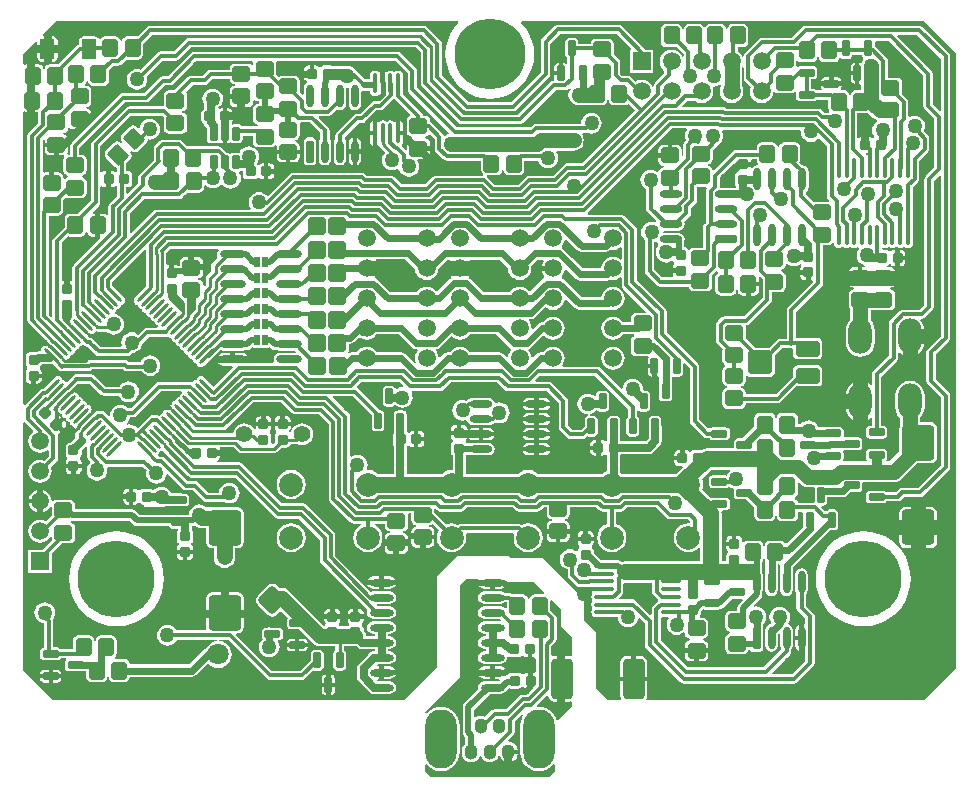
<source format=gtl>
%FSTAX23Y23*%
%MOIN*%
%SFA1B1*%

%IPPOS*%
%AMD12*
4,1,8,0.039400,-0.020500,0.039400,0.020500,0.034200,0.025600,-0.034200,0.025600,-0.039400,0.020500,-0.039400,-0.020500,-0.034200,-0.025600,0.034200,-0.025600,0.039400,-0.020500,0.0*
1,1,0.010240,0.034200,-0.020500*
1,1,0.010240,0.034200,0.020500*
1,1,0.010240,-0.034200,0.020500*
1,1,0.010240,-0.034200,-0.020500*
%
%AMD13*
4,1,8,0.039400,-0.031500,0.039400,0.031500,0.031500,0.039400,-0.031500,0.039400,-0.039400,0.031500,-0.039400,-0.031500,-0.031500,-0.039400,0.031500,-0.039400,0.039400,-0.031500,0.0*
1,1,0.015740,0.031500,-0.031500*
1,1,0.015740,0.031500,0.031500*
1,1,0.015740,-0.031500,0.031500*
1,1,0.015740,-0.031500,-0.031500*
%
%AMD14*
4,1,4,-0.017000,0.025000,-0.025000,0.017000,0.017000,-0.025000,0.025000,-0.017000,-0.017000,0.025000,0.0*
1,1,0.011420,-0.021000,0.021000*
1,1,0.011420,0.021000,-0.021000*
%
%AMD15*
4,1,4,0.025000,0.017000,0.017000,0.025000,-0.025000,-0.017000,-0.017000,-0.025000,0.025000,0.017000,0.0*
1,1,0.011420,0.021000,0.021000*
1,1,0.011420,-0.021000,-0.021000*
%
%AMD16*
4,1,8,0.053100,-0.048400,0.053100,0.048400,0.042500,0.059100,-0.042500,0.059100,-0.053100,0.048400,-0.053100,-0.048400,-0.042500,-0.059100,0.042500,-0.059100,0.053100,-0.048400,0.0*
1,1,0.021260,0.042500,-0.048400*
1,1,0.021260,0.042500,0.048400*
1,1,0.021260,-0.042500,0.048400*
1,1,0.021260,-0.042500,-0.048400*
%
%AMD17*
4,1,8,0.010200,0.021700,-0.010200,0.021700,-0.012800,0.019100,-0.012800,-0.019100,-0.010200,-0.021700,0.010200,-0.021700,0.012800,-0.019100,0.012800,0.019100,0.010200,0.021700,0.0*
1,1,0.005120,0.010200,0.019100*
1,1,0.005120,-0.010200,0.019100*
1,1,0.005120,-0.010200,-0.019100*
1,1,0.005120,0.010200,-0.019100*
%
%AMD18*
4,1,8,0.025600,-0.008300,0.025600,0.008300,0.022000,0.011800,-0.022000,0.011800,-0.025600,0.008300,-0.025600,-0.008300,-0.022000,-0.011800,0.022000,-0.011800,0.025600,-0.008300,0.0*
1,1,0.007080,0.022000,-0.008300*
1,1,0.007080,0.022000,0.008300*
1,1,0.007080,-0.022000,0.008300*
1,1,0.007080,-0.022000,-0.008300*
%
%AMD21*
4,1,8,-0.008300,-0.037400,0.008300,-0.037400,0.011800,-0.033900,0.011800,0.033900,0.008300,0.037400,-0.008300,0.037400,-0.011800,0.033900,-0.011800,-0.033900,-0.008300,-0.037400,0.0*
1,1,0.007080,-0.008300,-0.033900*
1,1,0.007080,0.008300,-0.033900*
1,1,0.007080,0.008300,0.033900*
1,1,0.007080,-0.008300,0.033900*
%
%AMD23*
4,1,8,-0.024600,0.026100,-0.024600,-0.026100,-0.017200,-0.033500,0.017200,-0.033500,0.024600,-0.026100,0.024600,0.026100,0.017200,0.033500,-0.017200,0.033500,-0.024600,0.026100,0.0*
1,1,0.014760,-0.017200,0.026100*
1,1,0.014760,-0.017200,-0.026100*
1,1,0.014760,0.017200,-0.026100*
1,1,0.014760,0.017200,0.026100*
%
%AMD25*
4,1,8,-0.035400,0.056300,-0.035400,-0.056300,-0.024800,-0.066900,0.024800,-0.066900,0.035400,-0.056300,0.035400,0.056300,0.024800,0.066900,-0.024800,0.066900,-0.035400,0.056300,0.0*
1,1,0.021260,-0.024800,0.056300*
1,1,0.021260,-0.024800,-0.056300*
1,1,0.021260,0.024800,-0.056300*
1,1,0.021260,0.024800,0.056300*
%
%AMD26*
4,1,8,0.021800,0.025600,-0.021800,0.025600,-0.029500,0.017900,-0.029500,-0.017900,-0.021800,-0.025600,0.021800,-0.025600,0.029500,-0.017900,0.029500,0.017900,0.021800,0.025600,0.0*
1,1,0.015360,0.021800,0.017900*
1,1,0.015360,-0.021800,0.017900*
1,1,0.015360,-0.021800,-0.017900*
1,1,0.015360,0.021800,-0.017900*
%
%AMD27*
4,1,8,-0.029100,0.020800,-0.029100,-0.020800,-0.020400,-0.029500,0.020400,-0.029500,0.029100,-0.020800,0.029100,0.020800,0.020400,0.029500,-0.020400,0.029500,-0.029100,0.020800,0.0*
1,1,0.017480,-0.020400,0.020800*
1,1,0.017480,-0.020400,-0.020800*
1,1,0.017480,0.020400,-0.020800*
1,1,0.017480,0.020400,0.020800*
%
%AMD28*
4,1,8,-0.025600,0.021800,-0.025600,-0.021800,-0.017900,-0.029500,0.017900,-0.029500,0.025600,-0.021800,0.025600,0.021800,0.017900,0.029500,-0.017900,0.029500,-0.025600,0.021800,0.0*
1,1,0.015360,-0.017900,0.021800*
1,1,0.015360,-0.017900,-0.021800*
1,1,0.015360,0.017900,-0.021800*
1,1,0.015360,0.017900,0.021800*
%
%AMD29*
4,1,8,-0.017100,0.012600,-0.017100,-0.012600,-0.012000,-0.017700,0.012000,-0.017700,0.017100,-0.012600,0.017100,0.012600,0.012000,0.017700,-0.012000,0.017700,-0.017100,0.012600,0.0*
1,1,0.010280,-0.012000,0.012600*
1,1,0.010280,-0.012000,-0.012600*
1,1,0.010280,0.012000,-0.012600*
1,1,0.010280,0.012000,0.012600*
%
%AMD30*
4,1,8,-0.009000,0.016100,-0.009000,-0.016100,-0.008100,-0.017000,0.008100,-0.017000,0.009000,-0.016100,0.009000,0.016100,0.008100,0.017000,-0.008100,0.017000,-0.009000,0.016100,0.0*
1,1,0.001800,-0.008100,0.016100*
1,1,0.001800,-0.008100,-0.016100*
1,1,0.001800,0.008100,-0.016100*
1,1,0.001800,0.008100,0.016100*
%
%AMD31*
4,1,8,-0.012600,-0.017100,0.012600,-0.017100,0.017700,-0.012000,0.017700,0.012000,0.012600,0.017100,-0.012600,0.017100,-0.017700,0.012000,-0.017700,-0.012000,-0.012600,-0.017100,0.0*
1,1,0.010280,-0.012600,-0.012000*
1,1,0.010280,0.012600,-0.012000*
1,1,0.010280,0.012600,0.012000*
1,1,0.010280,-0.012600,0.012000*
%
%AMD32*
4,1,8,0.003200,-0.021000,0.021000,-0.003200,0.021000,0.004000,0.004000,0.021000,-0.003200,0.021000,-0.021000,0.003200,-0.021000,-0.004000,-0.004000,-0.021000,0.003200,-0.021000,0.0*
1,1,0.010280,-0.000400,-0.017400*
1,1,0.010280,0.017400,0.000400*
1,1,0.010280,0.000400,0.017400*
1,1,0.010280,-0.017400,-0.000400*
%
%AMD34*
4,1,8,-0.008300,-0.025600,0.008300,-0.025600,0.011800,-0.022000,0.011800,0.022000,0.008300,0.025600,-0.008300,0.025600,-0.011800,0.022000,-0.011800,-0.022000,-0.008300,-0.025600,0.0*
1,1,0.007080,-0.008300,-0.022000*
1,1,0.007080,0.008300,-0.022000*
1,1,0.007080,0.008300,0.022000*
1,1,0.007080,-0.008300,0.022000*
%
%AMD35*
4,1,8,0.037400,-0.008300,0.037400,0.008300,0.033900,0.011800,-0.033900,0.011800,-0.037400,0.008300,-0.037400,-0.008300,-0.033900,-0.011800,0.033900,-0.011800,0.037400,-0.008300,0.0*
1,1,0.007080,0.033900,-0.008300*
1,1,0.007080,0.033900,0.008300*
1,1,0.007080,-0.033900,0.008300*
1,1,0.007080,-0.033900,-0.008300*
%
%AMD36*
4,1,8,0.033500,0.002700,0.002700,0.033500,-0.008200,0.033500,-0.033500,0.008200,-0.033500,-0.002700,-0.002700,-0.033500,0.008200,-0.033500,0.033500,-0.008200,0.033500,0.002700,0.0*
1,1,0.015360,0.028100,-0.002800*
1,1,0.015360,-0.002800,0.028100*
1,1,0.015360,-0.028100,0.002800*
1,1,0.015360,0.002800,-0.028100*
%
%AMD64*
4,1,8,-0.007500,0.042600,-0.042600,0.007500,-0.042600,-0.007500,-0.007500,-0.042600,0.007500,-0.042600,0.042600,-0.007500,0.042600,0.007500,0.007500,0.042600,-0.007500,0.042600,0.0*
1,1,0.021260,0.000000,0.035100*
1,1,0.021260,-0.035100,0.000000*
1,1,0.021260,0.000000,-0.035100*
1,1,0.021260,0.035100,0.000000*
%
%ADD10O,0.013780X0.066930*%
%ADD11O,0.066930X0.013780*%
G04~CAMADD=12~8~0.0~0.0~511.8~787.4~51.2~0.0~15~0.0~0.0~0.0~0.0~0~0.0~0.0~0.0~0.0~0~0.0~0.0~0.0~270.0~788.0~512.0*
%ADD12D12*%
G04~CAMADD=13~8~0.0~0.0~787.4~787.4~78.7~0.0~15~0.0~0.0~0.0~0.0~0~0.0~0.0~0.0~0.0~0~0.0~0.0~0.0~270.0~788.0~788.0*
%ADD13D13*%
G04~CAMADD=14~3~0.0~0.0~114.2~708.7~0.0~0.0~0~0.0~0.0~0.0~0.0~0~0.0~0.0~0.0~0.0~0~0.0~0.0~0.0~45.0~534.0~534.0*
%ADD14D14*%
G04~CAMADD=15~3~0.0~0.0~114.2~708.7~0.0~0.0~0~0.0~0.0~0.0~0.0~0~0.0~0.0~0.0~0.0~0~0.0~0.0~0.0~315.0~534.0~534.0*
%ADD15D15*%
G04~CAMADD=16~8~0.0~0.0~1181.1~1063.0~106.3~0.0~15~0.0~0.0~0.0~0.0~0~0.0~0.0~0.0~0.0~0~0.0~0.0~0.0~270.0~1064.0~1181.0*
%ADD16D16*%
G04~CAMADD=17~8~0.0~0.0~255.9~433.1~25.6~0.0~15~0.0~0.0~0.0~0.0~0~0.0~0.0~0.0~0.0~0~0.0~0.0~0.0~0.0~255.9~433.1*
%ADD17D17*%
G04~CAMADD=18~8~0.0~0.0~236.2~511.8~35.4~0.0~15~0.0~0.0~0.0~0.0~0~0.0~0.0~0.0~0.0~0~0.0~0.0~0.0~270.0~512.0~236.0*
%ADD18D18*%
%ADD19O,0.078740X0.023620*%
%ADD20O,0.086610X0.023620*%
G04~CAMADD=21~8~0.0~0.0~236.2~748.0~35.4~0.0~15~0.0~0.0~0.0~0.0~0~0.0~0.0~0.0~0.0~0~0.0~0.0~0.0~180.0~236.0~748.0*
%ADD21D21*%
%ADD22O,0.023620X0.074800*%
G04~CAMADD=23~8~0.0~0.0~669.3~492.1~73.8~0.0~15~0.0~0.0~0.0~0.0~0~0.0~0.0~0.0~0.0~0~0.0~0.0~0.0~90.0~492.0~670.0*
%ADD23D23*%
%ADD24O,0.016000X0.066930*%
G04~CAMADD=25~8~0.0~0.0~1338.6~708.7~106.3~0.0~15~0.0~0.0~0.0~0.0~0~0.0~0.0~0.0~0.0~0~0.0~0.0~0.0~90.0~708.0~1338.0*
%ADD25D25*%
G04~CAMADD=26~8~0.0~0.0~590.6~511.8~76.8~0.0~15~0.0~0.0~0.0~0.0~0~0.0~0.0~0.0~0.0~0~0.0~0.0~0.0~0.0~590.6~511.8*
%ADD26D26*%
G04~CAMADD=27~8~0.0~0.0~590.6~582.7~87.4~0.0~15~0.0~0.0~0.0~0.0~0~0.0~0.0~0.0~0.0~0~0.0~0.0~0.0~90.0~582.0~590.0*
%ADD27D27*%
G04~CAMADD=28~8~0.0~0.0~590.6~511.8~76.8~0.0~15~0.0~0.0~0.0~0.0~0~0.0~0.0~0.0~0.0~0~0.0~0.0~0.0~90.0~512.0~591.0*
%ADD28D28*%
G04~CAMADD=29~8~0.0~0.0~354.3~342.5~51.4~0.0~15~0.0~0.0~0.0~0.0~0~0.0~0.0~0.0~0.0~0~0.0~0.0~0.0~90.0~343.0~354.0*
%ADD29D29*%
G04~CAMADD=30~8~0.0~0.0~340.0~180.0~9.0~0.0~15~0.0~0.0~0.0~0.0~0~0.0~0.0~0.0~0.0~0~0.0~0.0~0.0~90.0~180.0~340.0*
%ADD30D30*%
G04~CAMADD=31~8~0.0~0.0~354.3~342.5~51.4~0.0~15~0.0~0.0~0.0~0.0~0~0.0~0.0~0.0~0.0~0~0.0~0.0~0.0~180.0~354.0~343.0*
%ADD31D31*%
G04~CAMADD=32~8~0.0~0.0~354.3~342.5~51.4~0.0~15~0.0~0.0~0.0~0.0~0~0.0~0.0~0.0~0.0~0~0.0~0.0~0.0~225.0~451.0~449.0*
%ADD32D32*%
%ADD33O,0.074800X0.023620*%
G04~CAMADD=34~8~0.0~0.0~236.2~511.8~35.4~0.0~15~0.0~0.0~0.0~0.0~0~0.0~0.0~0.0~0.0~0~0.0~0.0~0.0~180.0~236.0~512.0*
%ADD34D34*%
G04~CAMADD=35~8~0.0~0.0~236.2~748.0~35.4~0.0~15~0.0~0.0~0.0~0.0~0~0.0~0.0~0.0~0.0~0~0.0~0.0~0.0~270.0~748.0~236.0*
%ADD35D35*%
G04~CAMADD=36~8~0.0~0.0~590.6~511.8~76.8~0.0~15~0.0~0.0~0.0~0.0~0~0.0~0.0~0.0~0.0~0~0.0~0.0~0.0~315.0~716.0~716.0*
%ADD36D36*%
%ADD37C,0.012000*%
%ADD38C,0.022000*%
%ADD39C,0.050000*%
%ADD40C,0.035000*%
%ADD41C,0.020000*%
%ADD42C,0.025000*%
%ADD43C,0.014000*%
%ADD44C,0.015000*%
%ADD45C,0.010000*%
%ADD46C,0.048000*%
%ADD47C,0.032000*%
%ADD48C,0.052000*%
%ADD49C,0.034000*%
%ADD50C,0.023000*%
%ADD51C,0.018000*%
%ADD52C,0.019000*%
%ADD53C,0.030000*%
%ADD54C,0.011000*%
%ADD55C,0.016000*%
%ADD56O,0.043310X0.051180*%
%ADD57O,0.104330X0.196850*%
%ADD58C,0.078740*%
%ADD59C,0.059060*%
%ADD60O,0.078740X0.118110*%
%ADD61R,0.059060X0.059060*%
%ADD62C,0.055120*%
%ADD63R,0.059060X0.059060*%
G04~CAMADD=64~8~0.0~0.0~708.7~708.7~106.3~0.0~15~0.0~0.0~0.0~0.0~0~0.0~0.0~0.0~0.0~0~0.0~0.0~0.0~45.0~914.0~913.0*
%ADD64D64*%
%ADD65C,0.070870*%
%ADD66C,0.255900*%
%ADD67C,0.236220*%
%ADD68C,0.050000*%
%LNunisolder52_front-1*%
%LPD*%
G36*
X-00249Y00157D02*
X-00248Y0015D01*
X-00244Y00141*
X-00238Y00133*
X-0023Y00127*
X-00221Y00123*
X-00211Y00122*
X-002Y00123*
X-00191Y00127*
X-00183Y00133*
X-00177Y00141*
X-00173Y0015*
X-00172Y0016*
X-00141Y0019*
X-00132*
X-00129Y00185*
X-00133Y0018*
X-00137Y00171*
X-00137Y00168*
X-00062*
X-00062Y00171*
X-00066Y0018*
X-0007Y00185*
X-00067Y0019*
X00032*
X00061Y00161*
X00061Y00161*
X00062Y0015*
X00066Y00141*
X00072Y00133*
X0008Y00127*
X00089Y00123*
X001Y00122*
X0011Y00123*
X00119Y00127*
X00127Y00133*
X00133Y00141*
X00137Y0015*
X00138Y00161*
X00137Y00169*
X00158Y0019*
X00178*
X00181Y00185*
X00177Y0018*
X00173Y00171*
X00173Y00168*
X00211*
Y00153*
X00173*
X00173Y0015*
X00177Y00141*
X00182Y00134*
X00182Y00132*
X00182Y0013*
X00181Y00128*
X00175Y00124*
X00135Y00084*
X0013Y00084*
X00127Y00088*
X00119Y00094*
X0011Y00098*
X001Y00099*
X00089Y00098*
X0008Y00094*
X00072Y00088*
X00067Y00081*
X-00021*
X-00065Y00125*
X-0007Y00128*
X-0007Y0013*
X-00071Y00133*
X-00071Y00134*
X-00066Y00141*
X-00062Y0015*
X-00062Y00153*
X-00137*
X-00137Y0015*
X-00133Y00141*
X-00128Y00134*
X-00128Y00133*
X-00128Y0013*
X-00129Y00128*
X-00134Y00125*
X-00175Y00084*
X-0018Y00084*
X-00183Y00088*
X-00191Y00094*
X-002Y00098*
X-00211Y00099*
X-00221Y00098*
X-0023Y00094*
X-00238Y00088*
X-00243Y00081*
X-00332*
X-00375Y00124*
X-00381Y00128*
X-00382Y0013*
X-00382Y00131*
X-00382Y00134*
X-00377Y00141*
X-00373Y0015*
X-00373Y00153*
X-00411*
Y00168*
X-00373*
X-00373Y00171*
X-00377Y0018*
X-00381Y00186*
X-00379Y00191*
X-00282*
X-00249Y00157*
G37*
G36*
X01276Y00662D02*
X01284Y00657D01*
X01289Y00655*
X01289Y00654*
X0129Y00649*
X01284Y00645*
X01279Y00638*
X01275Y00629*
X01274Y00621*
X01275Y00612*
X01279Y00603*
X01282Y006*
X01282Y00598*
X0128Y00595*
X01275Y00594*
X0127Y00597*
X01264Y00598*
X0126*
Y00572*
X01245*
Y00598*
X0124*
X01235Y00597*
X0123Y00594*
X0123Y00594*
X01225Y00595*
Y00677*
X01256*
X01261Y00678*
X01276Y00662*
G37*
G36*
X00558Y00248D02*
X00562Y00242D01*
X00561Y00236*
X00558Y00232*
X00554Y00223*
X00553Y00215*
X00554Y00206*
X00558Y00197*
X00563Y0019*
X0057Y00185*
X00579Y00181*
X00588Y0018*
X00596Y00181*
X00605Y00185*
X00605Y00185*
X00612Y00184*
X00613Y00183*
X00614Y00183*
Y00176*
X00613Y00176*
X0061Y00171*
X00609Y00165*
Y00161*
X00636*
Y00146*
X00609*
Y00141*
X0061Y00136*
X0061Y00136*
X00607Y00131*
X00574*
X00548Y00157*
Y00249*
X00552Y0025*
X00558Y00248*
G37*
G36*
X-00904Y0022D02*
X-00908Y00215D01*
X-0091Y00207*
X-00908Y00198*
X-00906Y00196*
X-00925Y00177*
X-00928Y00173*
X-00929Y00167*
Y00151*
X-00943Y00137*
X-00946Y00132*
X-00947Y00127*
Y00106*
X-00951Y00102*
X-00956Y00104*
Y00106*
X-00957Y00113*
X-00961Y00118*
X-00966Y00122*
X-00973Y00123*
Y00128*
X-00966Y00129*
X-00961Y00133*
X-00957Y00138*
X-00956Y00145*
Y00155*
X-00995*
Y00163*
X-01002*
Y00198*
X-01016*
X-01023Y00197*
X-01028Y00193*
X-01032Y00187*
X-01033Y00181*
Y0017*
X-01036Y00169*
X-01038Y00168*
X-01042Y00171*
X-01048Y00172*
X-01053*
Y00146*
X-01068*
Y00172*
X-01073*
X-01074Y00172*
X-01078Y00175*
Y00211*
X-01064Y00225*
X-00906*
X-00904Y0022*
G37*
G36*
X00449Y-00887D02*
X0054D01*
Y-00917*
X00541Y-00923*
X00545Y-00928*
X00559Y-00942*
X0056Y-00948*
X00559Y-00949*
X00544Y-00964*
X0054Y-0097*
X00539Y-00976*
Y-00992*
X00534Y-00994*
X00488Y-00948*
X00483Y-00945*
X00477Y-00943*
X00431*
X00429Y-00939*
X0044Y-00928*
X00443Y-00923*
X00444Y-00918*
Y-0089*
X00448Y-00887*
X00449Y-00887*
G37*
G36*
X-01146Y00221D02*
Y00202D01*
X-01145Y00197*
Y00102*
X-01183Y00064*
X-01186Y00059*
X-01187Y00053*
X-01186Y00048*
X-01183Y00043*
X-01178Y0004*
X-01173Y00039*
X-01172Y00034*
X-01169Y00029*
X-01164Y00026*
X-01159Y00025*
X-01158Y0002*
X-01155Y00015*
X-0115Y00012*
X-01145Y00011*
X-01145Y00006*
X-01141Y00001*
X-01136Y-00001*
X-01132Y-00002*
X-01131Y-00007*
X-01127Y-00012*
X-01122Y-00015*
X-01118Y-00016*
X-01117Y-00021*
X-01113Y-00026*
X-01109Y-00029*
X-01107Y-00029*
X-01106Y-00032*
X-01109Y-00037*
X-01143*
X-01148Y-00038*
X-01153Y-00042*
X-01172Y-0006*
X-01176Y-00057*
X-01185Y-00053*
X-01194Y-00052*
X-01202Y-00053*
X-01211Y-00057*
X-01218Y-00062*
X-01223Y-00069*
X-01227Y-00078*
X-01228Y-00087*
X-01227Y-00095*
X-01227Y-00096*
X-0123Y-001*
X-01298*
X-01315Y-00083*
X-01317Y-0008*
X-01323Y-00074*
X-01328Y-00071*
X-01328Y-0007*
X-0133Y-00065*
X-01328Y-00063*
X-01327Y-00058*
X-01322Y-00057*
X-01317Y-00054*
X-01317Y-00052*
X-01313Y-00049*
X-01309Y-00049*
X-01308Y-0005*
X-01278*
X-01271Y-00055*
X-01262Y-00059*
X-01254Y-0006*
X-01245Y-00059*
X-01236Y-00055*
X-01229Y-0005*
X-01224Y-00043*
X-0122Y-00034*
X-01219Y-00026*
X-0122Y-00017*
X-01224Y-00008*
X-01229Y-00001*
X-01236Y00003*
X-01245Y00007*
X-01251Y00007*
X-01251Y00013*
X-01248Y00015*
X-01245Y0002*
X-01244Y00025*
X-01239Y00026*
X-01234Y00029*
X-01231Y00034*
X-0123Y00039*
X-01225Y0004*
X-0122Y00043*
X-01217Y00048*
X-01216Y00053*
X-01217Y00059*
X-0122Y00064*
X-01258Y00102*
Y00116*
X-0115Y00223*
X-01146Y00221*
G37*
G36*
X-00273Y00811D02*
Y00757D01*
X-00272Y00751*
X-00268Y00746*
X-00136Y00613*
X-00138Y00608*
X-00145Y00605*
X-00148Y00603*
X-00151Y00603*
X-00154Y00604*
X-00157Y00608*
X-00193Y00645*
X-00198Y00648*
X-00199Y00649*
Y00652*
X-002Y00659*
X-00204Y00664*
X-00209Y00668*
X-00216Y00669*
X-00223*
X-00224Y00674*
X-00228Y00679*
X-00291Y00742*
Y00744*
X-0029Y00745*
X-00289Y00751*
Y00802*
X-0029Y00809*
X-00294Y00814*
X-00299Y00818*
X-00306Y00819*
X-00313Y00818*
X-00318Y00814*
X-00319*
X-00325Y00818*
X-00332Y00819*
X-00338Y00818*
X-00344Y00814*
X-00345*
X-0035Y00818*
Y00777*
X-00365*
Y00818*
X-0037Y00814*
X-00371*
X-00376Y00818*
X-00383Y00819*
X-00389Y00818*
X-00395Y00814*
X-00399Y00809*
X-004Y00802*
Y00792*
X-00417*
X-00436Y00811*
X-00439Y00815*
X-00445Y00819*
X-0045Y00826*
X-00457Y00831*
X-00466Y00835*
X-00475Y00836*
X-00477Y00836*
X-00483Y00836*
X-00527*
X-00528Y00837*
X-00552*
X-00558Y00835*
X-00562Y00832*
X-00563Y00831*
X-00569*
X-0057Y00832*
X-00575Y00835*
X-00581Y00837*
X-00585*
Y0081*
X-00593*
Y00802*
X-00619*
Y00797*
X-00618Y00791*
X-00615Y00787*
X-00611Y00784*
X-0061Y0078*
X-00611Y00779*
X-00615Y00776*
X-00619Y00769*
X-00621Y00761*
Y00741*
X-00625Y00739*
X-00634Y00748*
X-00634Y00749*
Y00785*
X-00635Y00792*
X-00639Y00797*
X-00644Y00801*
X-00651Y00802*
X-00694*
X-00701Y00801*
X-00704Y00799*
X-00712Y00806*
X-00712Y00808*
Y00844*
X-00712Y00847*
X-00708Y00852*
X-00314*
X-00273Y00811*
G37*
G36*
X-00867Y00791D02*
X-00866Y00784D01*
X-00862Y00779*
X-00857Y00775*
X-0085Y00774*
Y00769*
X-00857Y00767*
X-00862Y00764*
X-00866Y00758*
X-00867Y00752*
Y00741*
X-00828*
Y00734*
X-00821*
Y00699*
X-00806*
X-008Y007*
X-00794Y00704*
X-00791Y00709*
X-00789Y00716*
Y0072*
X-00784Y00722*
X-00784Y00722*
X-00779Y00718*
X-00772Y00717*
X-0077*
Y0071*
X-00772*
X-00779Y00708*
X-00784Y00705*
X-00788Y00699*
X-00789Y00693*
Y00657*
X-00788Y0065*
X-00784Y00645*
X-00779Y00641*
X-00772Y0064*
Y00635*
X-00777Y00634*
X-00825*
X-00828Y00637*
X-00831Y0064*
X-00836Y00641*
X-00856*
X-00859Y0064*
X-00861Y00644*
X-00861Y00645*
X-00858Y00649*
X-00857Y00655*
Y0066*
X-00883*
Y00668*
X-00891*
Y00695*
X-00895*
X-00901Y00693*
X-00901Y00693*
X-00905Y00694*
X-00906Y00695*
X-00906Y00696*
X-00906Y00697*
X-009Y00702*
X-00894Y00709*
X-00891Y00717*
X-00889Y00726*
X-00891Y00735*
X-00894Y00743*
X-009Y0075*
X-00907Y00756*
X-00915Y00759*
X-00924Y0076*
X-00933Y00759*
X-00941Y00756*
X-00948Y0075*
X-00953Y00743*
X-00957Y00735*
X-00958Y00726*
X-00957Y00717*
X-00953Y00709*
X-00953Y00709*
Y00693*
X-00957Y0069*
X-00961Y00686*
X-00962Y0068*
Y00655*
X-00961Y00649*
X-00957Y00645*
X-00953Y00642*
X-00952Y00642*
X-00952Y00638*
X-00947Y00631*
X-00943Y00627*
Y00591*
X-00942Y00586*
X-0094Y00582*
X-00936Y0058*
X-00931Y00579*
X-00911*
X-00906Y0058*
X-00902Y00582*
X-00902*
X-00898Y0058*
X-00894Y00579*
X-00891*
Y0061*
X-00876*
Y00579*
X-00873*
X-00869Y0058*
X-00865Y00582*
X-00865*
X-00861Y0058*
X-00856Y00579*
X-00836*
X-00831Y0058*
X-00828Y00582*
X-00825Y00586*
X-00824Y00591*
Y00603*
X-00789*
Y00582*
X-00788Y00575*
X-00784Y0057*
X-00779Y00566*
X-00772Y00565*
X-00729*
X-00722Y00566*
X-00717Y0057*
X-00715Y00572*
X-00711Y0057*
X-00711Y00567*
Y00556*
X-00634*
Y00567*
X-00635Y00573*
X-00639Y00579*
X-00644Y00582*
X-00651Y00584*
Y00588*
X-00644Y0059*
X-00639Y00593*
X-00635Y00599*
X-00634Y00605*
Y00641*
X-00634Y00643*
X-00631Y00647*
X-00598*
X-00565Y00614*
Y00591*
X-00569Y00584*
X-00571Y00576*
Y00525*
X-00569Y00517*
X-00565Y0051*
X-00558Y00505*
X-0055Y00504*
X-00541Y00505*
X-00535Y0051*
X-0053Y00517*
X-00528Y00525*
Y00576*
X-0053Y00584*
X-00534Y00591*
Y00621*
X-00535Y00626*
X-00539Y00631*
X-00571Y00663*
X-00569Y00668*
X-00538*
X-00533Y00669*
X-00528Y00672*
X-00509Y00691*
X-00508Y0069*
X-005Y00689*
X-00491Y0069*
X-00485Y00695*
X-0048Y00702*
X-00478Y0071*
Y00761*
X-00475Y00765*
X-00472Y00762*
X-00471Y00761*
Y0071*
X-00469Y00702*
X-00465Y00695*
X-00458Y0069*
X-0045Y00689*
X-00441Y0069*
X-00435Y00695*
X-0043Y00702*
X-00428Y0071*
Y0075*
X-00423Y00754*
X-0042Y00753*
X-004*
Y00751*
X-00399Y00745*
X-00395Y00739*
X-00389Y00735*
X-00383Y00734*
X-00376Y00735*
X-00371Y00739*
X-0037*
X-00364Y00735*
X-00362Y00735*
X-00361Y00729*
X-00372Y00718*
X-00384*
X-0039Y00717*
X-00395Y00713*
X-00432Y00676*
X-00443*
X-00449Y00675*
X-00454Y00671*
X-0051Y00615*
X-00514Y0061*
X-00515Y00604*
Y00591*
X-00519Y00584*
X-00521Y00576*
Y00525*
X-00519Y00517*
X-00515Y0051*
X-00508Y00505*
X-005Y00504*
X-00491Y00505*
X-00485Y0051*
X-0048Y00517*
X-00478Y00525*
Y00576*
X-0048Y00584*
X-00484Y00591*
Y00598*
X-00437Y00645*
X-00426*
X-0042Y00646*
X-00415Y0065*
X-00378Y00687*
X-00366*
X-0036Y00688*
X-00355Y00692*
X-00322Y00724*
X-00318Y00725*
X-00316Y00724*
X-00265Y00673*
X-00265Y0067*
X-00267Y00668*
X-00272Y00664*
X-00275Y00659*
X-00277Y00652*
Y00616*
X-00275Y0061*
X-00272Y00604*
X-00266Y00601*
X-0026Y00599*
Y00594*
X-00266Y00593*
X-00272Y00589*
X-00275Y00584*
X-00277Y00577*
Y00557*
X-00281Y00555*
X-00294Y00569*
X-00294Y00574*
X-00294Y00574*
X-0029Y00579*
X-00289Y00586*
Y00604*
X-00306*
Y00611*
X-00314*
Y00652*
X-00315Y00651*
X-00319Y00649*
X-00323Y00651*
X-00325Y00653*
X-00332Y00654*
X-00338Y00653*
X-00341Y00651*
X-00344Y00649*
X-00348Y00651*
X-00351Y00653*
X-00357Y00654*
X-00364Y00653*
X-00366Y00651*
X-0037Y00649*
X-00374Y00651*
X-00375Y00652*
Y00611*
Y0057*
X-00375Y00571*
X-00371Y00569*
X-0037Y00568*
X-00367Y00564*
X-0035Y00546*
X-0035Y00546*
X-00355Y00539*
X-00359Y0053*
X-0036Y00522*
X-00359Y00513*
X-00355Y00504*
X-0035Y00497*
X-00343Y00492*
X-00334Y00488*
X-00326Y00487*
X-00317Y00488*
X-00308Y00492*
X-00307Y00493*
X-00302Y0049*
X-00299Y00483*
X-00294Y00476*
X-00287Y00471*
X-00278Y00467*
X-0027Y00466*
X-00261Y00467*
X-00252Y00471*
X-00245Y00476*
X-0024Y00483*
X-00236Y00492*
X-00235Y00501*
X-00236Y00509*
X-0024Y00518*
X-00242Y0052*
X-0024Y00525*
X-00216*
X-00209Y00526*
X-00204Y0053*
X-002Y00535*
X-00199Y00542*
Y00552*
X-00238*
Y00567*
X-00199*
Y00577*
X-002Y00584*
X-00204Y00589*
X-00209Y00593*
X-00216Y00594*
Y00599*
X-00209Y00601*
X-00204Y00604*
X-00203Y00606*
X-00198Y00606*
X-00183Y00591*
Y00559*
X-00182Y00553*
X-00178Y00548*
X-00155Y00525*
X-0015Y00521*
X-00144Y0052*
X-00029*
Y00488*
X-00027Y00482*
X-00024Y00476*
X-00022Y00475*
X-00023Y0047*
X-0018*
X-00186Y00469*
X-00191Y00466*
X-00216Y00441*
X-00294*
X-00319Y00466*
X-00324Y00469*
X-0033Y0047*
X-00411*
X-00416Y00476*
X-00421Y00479*
X-00427Y0048*
X-00656*
X-00662Y00479*
X-00667Y00476*
X-00739Y00403*
X-00744Y00404*
X-00745Y00405*
X-00752Y0041*
X-00761Y00414*
X-0077Y00415*
X-00778Y00414*
X-00787Y0041*
X-00794Y00405*
X-00799Y00398*
X-00803Y00389*
X-00804Y00381*
X-00803Y00372*
X-00799Y00363*
X-00797Y00361*
X-008Y00356*
X-01111*
X-01117Y00355*
X-01122Y00351*
X-01197Y00277*
X-01201Y00279*
Y00343*
X-01152Y00392*
X-01035*
X-01029Y00393*
X-01024Y00397*
X-01007Y00413*
X-01005Y00413*
X-00969*
X-00963Y00414*
X-00957Y00418*
X-00954Y00424*
X-00952Y0043*
Y00436*
X-00949Y00437*
X-00947Y00437*
X-00941Y00432*
X-00932Y00428*
X-00924Y00427*
X-00915Y00428*
X-00906Y00432*
X-00899Y00437*
X-00898Y00439*
X-00891*
X-00889Y00436*
X-00882Y00431*
X-00873Y00427*
X-00865Y00426*
X-00856Y00427*
X-00847Y00431*
X-0084Y00436*
X-00835Y00443*
X-00831Y00452*
X-0083Y00461*
X-00831Y00469*
X-00835Y00478*
X-00837Y0048*
X-00834Y00485*
X-00834Y00485*
X-00824*
Y00471*
X-00823Y00466*
X-00819Y00461*
X-00815Y00458*
X-00809Y00457*
X-00785*
X-0078Y00458*
X-00775Y00461*
X-00774Y00462*
X-00768*
X-00767Y00461*
X-00763Y00458*
X-00757Y00457*
X-00753*
Y00484*
Y00511*
X-00757*
X-00763Y0051*
X-00767Y00507*
X-00768Y00505*
X-00774*
X-00775Y00507*
X-00776Y00513*
X-00774Y00515*
X-0077Y00524*
X-00769Y00533*
X-0077Y00541*
X-00774Y0055*
X-00779Y00557*
X-00786Y00562*
X-00795Y00566*
X-00803Y00567*
X-00812Y00566*
X-00821Y00562*
X-00828Y00557*
X-00833Y0055*
X-00835Y00546*
X-00836Y00546*
X-00856*
X-00861Y00545*
X-00865Y00543*
X-00865*
X-00869Y00545*
X-00873Y00546*
X-00876*
X-00893Y00563*
X-00898Y00566*
X-00903Y00567*
X-00964*
X-00964Y00568*
X-0097Y00569*
X-01006*
X-01008Y00569*
X-01025Y00585*
X-0103Y00589*
X-01036Y0059*
X-0109*
X-01096Y00589*
X-01101Y00585*
X-01115Y00571*
X-01119Y00566*
X-0112Y0056*
Y00523*
X-01144Y00499*
X-01144Y00499*
X-01167Y00476*
X-0117Y00471*
X-01172Y00465*
Y00444*
X-01207Y00409*
X-01212Y00411*
Y00431*
X-01207*
X-01201Y00432*
X-01197Y00435*
X-01194Y0044*
X-01193Y00445*
Y0047*
X-01194Y00476*
X-01197Y00481*
X-01201Y00484*
X-01207Y00485*
X-01212*
Y00511*
X-01199Y00524*
X-01195Y0053*
X-01194Y00536*
X-01195Y00543*
X-01199Y00548*
X-01195Y00552*
X-0119Y00548*
X-01183Y00547*
X-01177Y00548*
X-01171Y00552*
X-01146Y00577*
X-01142Y00583*
X-01141Y00589*
X-01139Y00591*
X-01134Y0059*
X-01125Y00591*
X-01116Y00595*
X-01109Y006*
X-01104Y00607*
X-011Y00616*
X-01099Y00625*
X-011Y00633*
X-01104Y00642*
X-01109Y00649*
X-01116Y00654*
X-01125Y00658*
X-01134Y00659*
X-01142Y00658*
X-01151Y00654*
X-01158Y00649*
X-01163Y00642*
X-01167Y00633*
X-01167Y00629*
X-01172Y00628*
X-01177Y00632*
X-01182Y00636*
X-01189Y00637*
X-01195Y00636*
X-01201Y00632*
X-01226Y00607*
X-0123Y00601*
X-01231Y00595*
X-0123Y00588*
X-01226Y00583*
X-0123Y00579*
X-01235Y00583*
X-01242Y00584*
X-01248Y00583*
X-01254Y00579*
X-01279Y00554*
X-01283Y00548*
X-01284Y00542*
X-01283Y00535*
X-01279Y0053*
X-01248Y00499*
X-01243Y00495*
X-01242Y00495*
Y00483*
X-01244Y00481*
X-01249Y00481*
X-01254Y00484*
X-01259Y00485*
X-01264*
Y00458*
Y00431*
X-01259*
X-01254Y00432*
X-01249Y00435*
X-01244Y00435*
X-01242Y00433*
Y00402*
X-01267Y00377*
X-01271Y00372*
X-01272Y00366*
Y00339*
X-01277Y00338*
X-01277Y00338*
X-01283Y00342*
X-01289Y00343*
X-013*
Y00305*
Y00265*
X-01298Y00261*
X-01387Y00172*
X-01391Y00167*
X-01392Y00161*
Y0012*
X-01396Y00117*
X-01397Y00117*
X-01402*
Y00091*
X-01417*
Y00117*
X-01422*
X-01423Y00117*
X-01427Y0012*
Y00246*
X-01406Y00267*
X-014Y00266*
X-01364*
X-01357Y00267*
X-01352Y00271*
X-01348Y00276*
X-01347Y00283*
X-01342*
X-01341Y00276*
X-01337Y00271*
X-01332Y00267*
X-01325Y00266*
X-01315*
Y00305*
Y00343*
X-01322*
X-01324Y00348*
X-01303Y0037*
X-01299Y00375*
X-01298Y00381*
Y00433*
X-01295Y00435*
X-01293Y00435*
X-01289Y00432*
X-01283Y00431*
X-01279*
Y00458*
Y00485*
X-01283*
X-01289Y00484*
X-01293Y00481*
X-01295Y00481*
X-01298Y00483*
Y00567*
X-01195Y0067*
X-01092*
X-01086Y00664*
X-01087Y00662*
Y00626*
X-01085Y0062*
X-01082Y00614*
X-01076Y00611*
X-0107Y00609*
X-01026*
X-01019Y00611*
X-01014Y00614*
X-0101Y0062*
X-01009Y00626*
Y00662*
X-0101Y00669*
X-01014Y00674*
X-01019Y00678*
X-01026Y00679*
Y00684*
X-01019Y00685*
X-01014Y00689*
X-0101Y00695*
X-01009Y00701*
Y00737*
X-0101Y00743*
X-01014Y00749*
X-0099Y00772*
X-00951*
X-00945Y00773*
X-0094Y00777*
X-00925Y00792*
X-00867*
Y00791*
G37*
G36*
X00724Y00429D02*
X00725Y00428D01*
X00721Y00423*
X0072Y00418*
Y00313*
X00716Y00309*
X00712Y00304*
X00711Y00298*
Y0023*
X0068*
X00673Y00229*
X00668Y00225*
X00666Y00223*
X00664*
X00661Y00224*
X00658Y00228*
X00654Y00231*
X00648Y00232*
X00648*
Y00248*
X00648Y00248*
X0065Y00257*
X00648Y00265*
X00644Y00272*
X00637Y00276*
X00629Y00278*
X00577*
X00576Y00281*
X0058Y00285*
X00629*
X00637Y00287*
X00644Y00292*
X00648Y00298*
X0065Y00307*
X00648Y00315*
X00647Y00316*
X00666Y00335*
X0067Y0034*
X00671Y00345*
Y00361*
X00686Y00376*
X0069Y00381*
X00691Y00387*
Y00431*
X00693Y00433*
X00722*
X00724Y00429*
G37*
G36*
X00889Y00521D02*
X0089Y00514D01*
X00894Y00509*
X00895Y00508*
X00893Y00504*
X00892Y00504*
X00883Y00502*
X00877Y00498*
X00875Y00496*
X0087Y00498*
Y005*
X00844*
Y00515*
X0087*
Y0052*
X0087Y00521*
X00873Y00524*
X00889*
Y00521*
G37*
G36*
X00817Y00507D02*
Y00496D01*
X00818Y0049*
X00821Y00485*
X00822Y00485*
Y00478*
X00821Y00478*
X00818Y00473*
X00817Y00467*
Y00443*
X00818Y00438*
X00821Y00433*
X0082Y00432*
X00819Y00428*
X00788*
X00784Y00428*
X0077*
X00766Y00432*
X00767Y00433*
Y00464*
X00812Y00509*
X00817Y00507*
G37*
G36*
X01036Y00617D02*
X01036Y00617D01*
X01037Y00608*
X01041Y00599*
X01046Y00592*
X01053Y00587*
X01062Y00583*
X01071Y00582*
X01079Y00583*
X01088Y00587*
X01095Y00592*
X011Y00593*
X01123Y00569*
Y00402*
X01124Y00396*
X01128Y00391*
X01131Y00387*
X01129Y00383*
X01128Y00383*
X01085*
X01079Y00382*
X01053Y00408*
Y00414*
X01057Y00416*
X01061Y00423*
X01063Y00431*
Y00483*
X01061Y00491*
X01057Y00498*
X0105Y00502*
X01042Y00504*
X01032Y00514*
X01033Y00514*
X01034Y00521*
Y00564*
X01033Y00571*
X01029Y00576*
X01023Y0058*
X01017Y00581*
X00981*
X00974Y0058*
X00969Y00576*
X00965Y00571*
X00964Y00564*
X00959*
X00958Y00571*
X00954Y00576*
X00949Y0058*
X00942Y00581*
X00906*
X009Y0058*
X00894Y00576*
X0089Y00571*
X00889Y00564*
Y00555*
X00821*
X00815Y00554*
X0081Y00551*
X00748Y00488*
X00743Y0049*
X00742Y00493*
X00738Y00498*
X00733Y00502*
X00726Y00503*
Y00508*
X00733Y00509*
X00738Y00513*
X00742Y00518*
X00743Y00525*
Y00555*
X00758Y0057*
X0076Y00572*
X00761Y00573*
X00768Y00578*
X00773Y00585*
X00777Y00594*
X00778Y00603*
X00777Y00611*
X00775Y00616*
X00778Y00621*
X01033*
X01036Y00617*
G37*
G36*
X-01024Y-00254D02*
X-01024Y-00254D01*
X-01025Y-00254*
X-0103Y-00258*
X-01033Y-00263*
X-01034Y-00267*
X-01039Y-00268*
X-01044Y-00272*
X-01047Y-00276*
X-01048Y-00281*
X-01053Y-00282*
X-01058Y-00286*
X-01061Y-0029*
X-01062Y-00295*
X-01065Y-00296*
X-01062Y-00299*
X-01061Y-00302*
X-01058Y-00307*
X-01037Y-00328*
X-01043Y-00334*
X-01064Y-00313*
X-01069Y-0031*
X-01072Y-0031*
X-01075Y-00306*
X-01076Y-00309*
X-01081Y-0031*
X-01086Y-00313*
X-01089Y-00318*
X-0109Y-00323*
X-01095Y-00324*
X-011Y-00327*
X-01101Y-0033*
X-01104Y-0033*
X-0111Y-00329*
X-01127*
X-01132Y-0033*
X-01137Y-00334*
X-01173Y-0037*
X-01177Y-00369*
X-01184Y-00364*
X-01193Y-0036*
X-01202Y-00359*
X-01209Y-0036*
X-01211Y-00355*
X-01207Y-00353*
X-01202Y-00346*
X-01198Y-00337*
X-01198Y-00336*
X-01189*
X-01183Y-00335*
X-01178Y-00331*
X-01096Y-00249*
X-01028*
X-01024Y-00254*
G37*
G36*
X01274Y00543D02*
X01274Y00541D01*
X0127Y00538*
X01266Y00538*
X0126Y00537*
X01259Y00537*
X01254Y00538*
X01253Y0054*
X01255Y00545*
X01264*
X0127Y00546*
X01274Y00543*
G37*
G36*
X00236Y-00974D02*
Y-01033D01*
X00275Y-01072*
Y-01129*
X0027Y-01132*
X00264Y-01131*
X00247*
Y-01208*
Y-01284*
X00264*
X0027Y-01283*
X00275Y-01286*
Y-01299*
X00227Y-01346*
X00222Y-01345*
X0022Y-01338*
X00214Y-01328*
X00206Y-01318*
X00197Y-01311*
X00186Y-01305*
X00175Y-01301*
X00163Y-013*
X00158Y-01301*
X00156Y-01296*
X0019Y-01262*
X00195Y-01265*
X00196Y-01271*
X00201Y-01278*
X00207Y-01282*
X00215Y-01284*
X00232*
Y-01208*
Y-01131*
X00215*
X00209Y-01132*
X00204Y-01129*
Y-011*
X00218Y-01085*
X00222Y-01081*
X00223Y-01075*
Y-01005*
X00222Y-00999*
X00218Y-00994*
X00202Y-00978*
Y-00947*
X00207Y-00945*
X00236Y-00974*
G37*
G36*
X00291Y00221D02*
D01*
X00298Y00217*
X00306Y00215*
X00386*
X00393Y00217*
X004Y00221*
X00402Y00223*
X00411Y00222*
X00421Y00223*
X0043Y00227*
X00435Y00231*
X0044Y00228*
Y00193*
X00435Y0019*
X0043Y00194*
X00421Y00198*
X00411Y00199*
X004Y00198*
X00391Y00194*
X00383Y00188*
X00377Y0018*
X00373Y00171*
X00372Y00161*
X00309*
X00275Y00195*
X00274Y00195*
X00245Y00225*
X0024Y00228*
X00239Y0023*
X00239Y00233*
X00239Y00234*
X00244Y00241*
X00248Y0025*
X00249Y00256*
X00254Y00258*
X00291Y00221*
G37*
G36*
X00064Y-00103D02*
X0007Y-00107D01*
X0007Y-00108*
X00071Y-00111*
X00071Y-00112*
X00066Y-00119*
X00062Y-00128*
X00061Y-00134*
X00056Y-00136*
X00044Y-00124*
X00037Y-0012*
X00029Y-00118*
X-00067*
X-00072Y-00111*
X-0008Y-00105*
X-00089Y-00101*
X-001Y-001*
X-0011Y-00101*
X-00119Y-00105*
X-00127Y-00111*
X-00132Y-00118*
X-0014*
X-00148Y-0012*
X-00155Y-00124*
X-00167Y-00136*
X-00172Y-00134*
X-00173Y-00128*
X-00177Y-00119*
X-00181Y-00113*
X-00181Y-00111*
X-00179Y-00108*
X-00172Y-00107*
X-00166Y-00102*
X-00129Y-00066*
X-00127Y-00066*
X-00119Y-00072*
X-0011Y-00076*
X-001Y-00077*
X-00089Y-00076*
X-0008Y-00072*
X-00072Y-00066*
X-00067Y-00059*
X0002*
X00064Y-00103*
G37*
G36*
X01242Y00867D02*
X01245Y00863D01*
X01245Y00863*
X01245Y00856*
X01241Y00851*
X01239Y00845*
X01238Y00845*
X01233Y00846*
X01232*
Y00811*
Y00776*
X01233*
X01237Y00773*
Y00755*
X0122*
X01213Y00754*
X01208Y0075*
X01204Y00744*
X01203Y00738*
X01198*
X01197Y00744*
X01193Y0075*
X01187Y00754*
X01181Y00755*
X01172*
X01172Y00756*
X0117Y0076*
X01172Y00763*
X01173Y00768*
Y00769*
X01103*
Y00768*
X01104Y00763*
X01107Y00759*
X01107Y00758*
X01105Y00754*
X01088*
X01087Y00756*
X01083Y00759*
X01078Y0076*
X01071*
Y00792*
X01078*
X01083Y00793*
X01087Y00796*
X01089Y008*
X0109Y00805*
Y00822*
X01089Y00827*
X01087Y00831*
X01083Y00834*
X01078Y00835*
X01034*
X01029Y00834*
X01026Y00832*
X01021Y00834*
X01022Y00836*
Y00851*
X01027Y00853*
X01032Y00849*
X01039Y00848*
X01074*
X01081Y00849*
X01086Y00853*
X0109Y00858*
X01091Y00865*
X01096*
X01098Y00858*
X01101Y00853*
X01107Y00849*
X01113Y00848*
X01149*
X01156Y00849*
X01161Y00853*
X01165Y00858*
X01165Y00861*
X01168Y00862*
X01171Y00862*
X01174Y0086*
X01179Y00859*
X01196*
X01201Y0086*
X01205Y00863*
X01208Y00867*
X01208Y00871*
X01241*
X01242Y00867*
G37*
G36*
X-00039Y-00879D02*
X00009D01*
Y-00887*
X00016*
Y-00908*
X00036*
X00044Y-00906*
X00051Y-00902*
X00056Y-00895*
X00057Y-00887*
X00058Y-00885*
X00147*
X00182Y-00921*
X0018Y-00926*
X00149*
X00142Y-00927*
X00137Y-00931*
X00133Y-00936*
X00132Y-00943*
X00127*
X00126Y-00936*
X00122Y-00931*
X00117Y-00927*
X0011Y-00926*
X00075*
X0007Y-00922*
X00064Y-00921*
X00051*
X00044Y-00917*
X00036Y-00915*
X-00018*
X-00026Y-00917*
X-00033Y-00922*
X-00038Y-00928*
X-00039Y-00937*
X-00038Y-00945*
X-00033Y-00952*
X-00026Y-00956*
X-00018Y-00958*
X00036*
X00044Y-00956*
X00051Y-00952*
X00057*
Y-00972*
X00052Y-00973*
X00051Y-00972*
X00044Y-00967*
X00036Y-00965*
X-00018*
X-00026Y-00967*
X-00033Y-00972*
X-00038Y-00978*
X-00039Y-00987*
X-00038Y-00995*
X-00033Y-01002*
X-00026Y-01006*
X-00018Y-01008*
X00035*
X00037Y-0101*
X00037Y-01012*
X00035Y-01015*
X00012*
X00009Y-01015*
X00005Y-01015*
X-00018*
X-00026Y-01017*
X-00033Y-01022*
X-00038Y-01028*
X-00039Y-01037*
X-00038Y-01045*
X-00033Y-01052*
X-00026Y-01056*
X-00018Y-01058*
X-00012*
Y-01065*
X-00018*
X-00026Y-01067*
X-00033Y-01072*
X-00038Y-01078*
X-00039Y-01087*
X-00038Y-01095*
X-00033Y-01102*
X-00026Y-01106*
X-00018Y-01108*
X-00012*
Y-01115*
X-00018*
X-00026Y-01117*
X-00033Y-01122*
X-00038Y-01128*
X-00039Y-01137*
X-00038Y-01145*
X-00033Y-01152*
X-00026Y-01156*
X-00018Y-01158*
X00005*
X00009Y-01158*
X00012Y-01158*
X00036*
X00044Y-01156*
X00051Y-01152*
X00056Y-01145*
X00057Y-01137*
X00057Y-01136*
X00062Y-01133*
X00065Y-01135*
X0007Y-01136*
X00094*
X001Y-01135*
X00105Y-01132*
X00105Y-01131*
X00112*
X00112Y-01132*
X00117Y-01135*
X00123Y-01136*
X00127*
Y-01109*
X00142*
Y-01136*
X00147*
X00148Y-01136*
X00153Y-0114*
Y-01183*
X00148Y-01187*
X00148Y-01187*
X00143*
Y-01214*
X00128*
Y-01187*
X00124*
X00118Y-01188*
X00113Y-01191*
X00113Y-01192*
X00106*
X00106Y-01191*
X00101Y-01188*
X00095Y-01187*
X00071*
X00066Y-01188*
X00062Y-0119*
X0006Y-0119*
X00057Y-01188*
X00057Y-01187*
X00056Y-01178*
X00051Y-01172*
X00044Y-01167*
X00036Y-01165*
X00016*
Y-01187*
Y-01208*
X0003*
X00033Y-01213*
X00031Y-01215*
X-00018*
X-00026Y-01217*
X-00033Y-01222*
X-00038Y-01228*
X-00039Y-01237*
X-00038Y-01241*
X-00085Y-01288*
X-0009Y-01294*
X-00091Y-01302*
Y-01385*
X-0009Y-01393*
X-00085Y-01399*
X-00082Y-01403*
Y-01424*
X-00084Y-01425*
X-00089Y-01432*
X-00092Y-01439*
X-00093Y-01447*
Y-01455*
X-00092Y-01463*
X-00089Y-01471*
X-00084Y-01477*
X-00078Y-01482*
X-0007Y-01485*
X-00062Y-01486*
X-00054Y-01485*
X-00047Y-01482*
X-00041Y-01477*
X-00036Y-01471*
X-00034Y-01466*
X-00028*
X-00026Y-01471*
X-00021Y-01477*
X-00015Y-01482*
X-00008Y-01485*
X0Y-01486*
X00008Y-01485*
X00015Y-01482*
X00021Y-01477*
X00026Y-01471*
X00028Y-01466*
X00034*
X00036Y-01471*
X00041Y-01477*
X00047Y-01482*
X00054Y-01485*
X00055Y-01485*
Y-01451*
X00062*
Y-01444*
X00093*
X00092Y-01439*
X00089Y-01432*
X00084Y-01425*
X00078Y-01421*
X0007Y-01417*
X00064Y-01417*
X00061Y-01412*
X00078Y-01395*
X00082Y-0139*
X00083Y-01384*
Y-0135*
X00107Y-01326*
X00111Y-01329*
X00106Y-01338*
X00103Y-0135*
X00101Y-01362*
Y-01454*
X00103Y-01466*
X00106Y-01478*
X00112Y-01488*
X00119Y-01498*
X00129Y-01505*
X00139Y-01511*
X00151Y-01515*
X00163Y-01516*
X00175Y-01515*
X00186Y-01511*
X00197Y-01505*
X00206Y-01498*
X00211Y-01492*
X00216Y-01494*
Y-01515*
X00196Y-01535*
X-00196*
X-00216Y-01515*
Y-01494*
X-00211Y-01492*
X-00206Y-01498*
X-00197Y-01505*
X-00186Y-01511*
X-00175Y-01515*
X-00163Y-01516*
X-00151Y-01515*
X-00139Y-01511*
X-00129Y-01505*
X-00119Y-01498*
X-00112Y-01488*
X-00106Y-01478*
X-00103Y-01466*
X-00101Y-01454*
Y-01362*
X-00103Y-0135*
X-00106Y-01338*
X-00112Y-01328*
X-00119Y-01318*
X-00129Y-01311*
X-00139Y-01305*
X-00151Y-01301*
X-00163Y-013*
X-00175Y-01301*
X-00186Y-01305*
X-00197Y-01311*
X-00206Y-01318*
X-00209Y-01322*
X-00215Y-01321*
X-00215Y-01318*
X-00098Y-012*
Y-00895*
X-00078Y-00875*
X-00041*
X-00039Y-00879*
G37*
G36*
X01037Y-00559D02*
X01044Y-00565D01*
X01052Y-00568*
X01061Y-00569*
X01079*
X01083Y-00573*
Y-00615*
Y-00617*
X01078Y-0062*
X01026*
X01026Y-00615*
X01022Y-0061*
X01018Y-00607*
X01017Y-00606*
Y-00602*
X01018Y-00601*
X01022Y-00598*
X01026Y-00593*
X01027Y-00586*
Y-00556*
X01031Y-00554*
X01037Y-00559*
G37*
G36*
X-00789Y00847D02*
X-00789Y00844D01*
Y0084*
X-00794Y00838*
X-00794Y00838*
X-008Y00842*
X-00806Y00843*
X-0085*
X-00857Y00842*
X-00862Y00838*
X-00866Y00833*
X-00867Y00826*
Y00823*
X-00931*
X-00937Y00822*
X-00942Y00818*
X-00957Y00803*
X-00996*
X-01002Y00802*
X-01007Y00798*
X-01052Y00754*
X-0107*
X-01076Y00753*
X-01082Y00749*
X-01085Y00743*
X-01087Y00737*
Y00701*
X-01087Y00701*
X-01202*
X-01207Y007*
X-01212Y00696*
X-01324Y00584*
X-01328Y00579*
X-01329Y00574*
Y00387*
X-01373Y00343*
X-014*
X-01406Y00342*
X-01412Y00338*
X-01416Y00333*
X-01417Y00326*
Y00299*
X-01453Y00263*
X-01457Y00258*
X-01458Y00252*
Y00001*
X-01462Y0*
X-01469Y00006*
Y00336*
X-01439*
X-01432Y00337*
X-01427Y00341*
X-01423Y00347*
X-01422Y00353*
Y00388*
X-01413Y00397*
X-01411Y00396*
X-01405Y00395*
X-01361*
X-01355Y00396*
X-01349Y004*
X-01345Y00406*
X-01344Y00412*
Y00448*
X-01345Y00454*
X-01349Y0046*
X-01355Y00464*
X-01361Y00465*
Y0047*
X-01355Y00471*
X-01349Y00475*
X-01345Y0048*
X-01344Y00487*
Y00523*
X-01345Y00529*
X-01349Y00535*
X-01355Y00538*
X-01361Y0054*
X-01368*
Y00563*
X-01217Y00714*
X-01145*
X-0114Y00715*
X-01135Y00719*
X-01082Y00771*
X-01066*
X-0106Y00772*
X-01055Y00775*
X-00979Y00852*
X-00793*
X-00789Y00847*
G37*
G36*
X00113Y-01236D02*
X00118Y-01239D01*
X00124Y-0124*
X00134*
X00136Y-01245*
X00123Y-01258*
X00109*
X00104Y-01259*
X00099Y-01263*
X00053Y-01309*
X00016*
X0001Y-0131*
X00005Y-01313*
X-00015Y-01334*
X-00016Y-01334*
X-00023Y-01331*
X-00031Y-0133*
X-00039Y-01331*
X-00046Y-01334*
X-00048Y-01335*
X-00052Y-01333*
Y-0131*
X0Y-01258*
X00036*
X00044Y-01256*
X00051Y-01252*
X00052Y-0125*
X00064Y-01238*
X00066Y-01239*
X00071Y-0124*
X00095*
X00101Y-01239*
X00106Y-01236*
X00106Y-01235*
X00113*
X00113Y-01236*
G37*
G36*
X008Y-00515D02*
X00798Y-00517D01*
X00792Y-00524*
X0079Y-0053*
X00787Y-00529*
X00743*
X00738Y-0053*
X00734Y-00533*
X00731Y-00537*
X0073Y-00542*
Y-00558*
X00731Y-00563*
X00734Y-00567*
X00738Y-0057*
X00743Y-00571*
X00787*
X00792Y-0057*
X00796Y-00567*
X00802Y-00568*
X00805Y-00571*
X0081Y-00573*
X00813Y-00574*
X00813Y-00579*
X00813Y-00579*
Y-00596*
X00814Y-00601*
X00817Y-00605*
X00821Y-00608*
X00826Y-00609*
X00853*
X00882Y-00637*
Y-00665*
X00883Y-00672*
X00887Y-00677*
X00893Y-00681*
X00899Y-00682*
X00935*
X00942Y-00681*
X00947Y-00677*
X00951Y-00672*
X00952Y-00665*
X00957*
X00958Y-00672*
X00962Y-00677*
X00967Y-00681*
X00974Y-00682*
X0101*
X01016Y-00681*
X01022Y-00677*
X01026Y-00672*
X01027Y-00665*
Y-00652*
X01042*
X01045Y-00656*
Y-007*
X00989Y-00756*
X00983Y-00755*
X00981Y-00752*
X00976Y-00748*
X00969Y-00747*
X00933*
X00927Y-00748*
X00921Y-00752*
X00918Y-00758*
X00916Y-00764*
X00911*
X0091Y-00758*
X00906Y-00752*
X00901Y-00748*
X00894Y-00747*
X00859*
X00852Y-00748*
X00847Y-00752*
X00846Y-00752*
X00841Y-00751*
Y-00746*
X0084Y-0074*
X00837Y-00736*
X00833Y-00733*
X00827Y-00731*
X00822*
Y-00758*
X00814*
Y-00765*
X00787*
Y-0077*
X00789Y-00775*
X00792Y-0078*
X00793Y-00781*
Y-00787*
X00792Y-00788*
X00789Y-00793*
X00787Y-00798*
Y-00816*
X00773*
Y-00656*
X00772Y-00651*
X00777Y-00646*
X00787*
X00792Y-00645*
X00796Y-00642*
X00799Y-00638*
X008Y-00633*
Y-00617*
X00799Y-00612*
X00796Y-00608*
X00792Y-00605*
X00787Y-00604*
X00743*
X00738Y-00605*
X00737Y-00605*
X00708Y-00576*
X0071Y-00573*
X00711Y-0056*
X0071Y-00547*
X00707Y-0054*
X00737Y-0051*
X00799*
X008Y-00515*
G37*
G36*
X-00261Y-00102D02*
X-00255Y-00107D01*
X-00247Y-00108*
X-00242*
X-0024Y-00113*
X-00244Y-00119*
X-00248Y-00128*
X-00249Y-00139*
X-00248Y-00149*
X-00247Y-00151*
X-00251Y-00154*
X-00281Y-00124*
X-00288Y-0012*
X-00296Y-00118*
X-00378*
X-00383Y-00111*
X-00391Y-00105*
X-004Y-00101*
X-00411Y-001*
X-00421Y-00101*
X-0043Y-00105*
X-00438Y-00111*
X-00443Y-00118*
X-00459*
X-00466Y-0012*
X-00469Y-00121*
X-00472Y-00118*
X-00471Y-00115*
X-00469Y-00108*
Y-00091*
X-00466*
X-00458Y-00089*
X-00452Y-00085*
X-00436Y-00069*
X-00433Y-00071*
X-0043Y-00072*
X-0043Y-00072*
X-00421Y-00076*
X-00411Y-00077*
X-004Y-00076*
X-00391Y-00072*
X-00383Y-00066*
X-00378Y-00059*
X-00305*
X-00261Y-00102*
G37*
G36*
X01503Y0086D02*
Y00687D01*
X01499Y00685*
X01476Y00708*
Y0081*
X01475Y00816*
X01472Y00821*
X01358Y00935*
X0136Y00939*
X01424*
X01503Y0086*
G37*
G36*
X-01517Y00682D02*
X-0151D01*
X-01506Y00681*
X-01505Y00677*
Y00646*
X-01537Y00614*
X-01541Y00609*
X-01542Y00603*
Y-00012*
X-01541Y-00017*
X-01537Y-00022*
X-01533Y-00025*
X-01476Y-00082*
X-01477Y-00087*
X-01478Y-00088*
X-01481Y-00093*
X-01482Y-00098*
X-01487Y-00099*
X-01492Y-00102*
X-01495Y-00107*
X-01496Y-00112*
X-01499Y-00115*
X-01504*
X-01512Y-00117*
X-01516Y-00119*
X-01533*
X-01539Y-0012*
X-01543Y-00123*
X-01546Y-00128*
X-01547Y-00133*
Y-00157*
X-01546Y-00163*
X-01543Y-00168*
X-01542Y-00168*
Y-00175*
X-01543Y-00175*
X-01546Y-0018*
X-01547Y-00186*
Y-0021*
X-01546Y-00215*
X-01543Y-0022*
X-01539Y-00223*
X-01533Y-00224*
X-01528*
Y-00198*
X-01521*
Y-0019*
X-01494*
Y-00186*
X-01495Y-0018*
X-01498Y-00175*
X-01499Y-00175*
Y-00168*
X-01498Y-00168*
X-01495Y-00163*
X-01494Y-00159*
X-01467*
X-01459Y-00157*
X-01458Y-00157*
X-0145Y-00165*
X-01447Y-00167*
X-01439Y-00175*
X-01438Y-00176*
X-01433Y-0018*
X-01427Y-00181*
X-01337*
X-01331Y-0018*
X-01326Y-00176*
X-01325Y-00175*
X-01223*
X-01221Y-00177*
X-01216Y-00181*
X-0121Y-00182*
X-01161*
X-01157Y-00188*
X-0115Y-00193*
X-01141Y-00197*
X-01133Y-00198*
X-01124Y-00197*
X-01115Y-00193*
X-01108Y-00188*
X-01103Y-00181*
X-01099Y-00172*
X-01098Y-00164*
X-01099Y-00155*
X-01103Y-00146*
X-01108Y-00139*
X-01115Y-00134*
X-01124Y-0013*
X-01133Y-00129*
X-01141Y-0013*
X-0115Y-00134*
X-01157Y-00139*
X-01162Y-00146*
X-01164Y-00151*
X-01204*
X-01206Y-00149*
X-01211Y-00145*
X-01217Y-00144*
X-01331*
X-01337Y-00145*
X-01342Y-00149*
X-01343Y-0015*
X-01409*
X-01411Y-00146*
X-01409Y-00141*
X-01406Y-0014*
X-01401Y-00137*
X-01398Y-00132*
X-01397Y-00127*
X-01392Y-00127*
X-01387Y-00123*
X-01384Y-00118*
X-01383Y-00114*
X-01378Y-00113*
X-01373Y-00109*
X-0137Y-00104*
X-01369Y-001*
X-01364Y-00099*
X-01359Y-00095*
X-01359Y-00095*
X-01353*
X-01353Y-00095*
X-01348Y-00099*
X-01342Y-001*
X-0134*
X-0134Y-001*
X-01338Y-00103*
X-01315Y-00126*
X-0131Y-0013*
X-01304Y-00131*
X-01206*
X-012Y-0013*
X-01195Y-00126*
X-01189Y-0012*
X-01185Y-0012*
X-01176Y-00116*
X-01169Y-00111*
X-01164Y-00104*
X-0116Y-00095*
X-0116Y-00091*
X-01136Y-00068*
X-01084*
X-01079Y-00067*
X-01077Y-00066*
X-01072Y-00067*
X-01072Y-00068*
X-01067Y-00071*
X-01062Y-00072*
X-01061Y-00077*
X-01058Y-00082*
X-01053Y-00085*
X-01048Y-00086*
X-01047Y-00091*
X-01044Y-00095*
X-01039Y-00099*
X-01034Y-001*
X-01033Y-00104*
X-0103Y-00109*
X-01025Y-00113*
X-0102Y-00114*
X-01019Y-00118*
X-01016Y-00123*
X-01011Y-00127*
X-01006Y-00127*
X-01005Y-00132*
X-01002Y-00137*
X-00997Y-0014*
X-00992Y-00141*
X-00991Y-00146*
X-00988Y-00151*
X-00983Y-00154*
X-00978Y-00155*
X-00977Y-0016*
X-00974Y-00165*
X-00969Y-00168*
X-00964Y-00169*
X-00958Y-00168*
X-00953Y-00165*
X-00911Y-00123*
X-0091Y-00121*
X-00899Y-0011*
X-00897Y-00112*
X-00889Y-00114*
X-00826*
X-00817Y-00112*
X-00817Y-00112*
X-0081*
X-00803Y-0011*
X-00796Y-00106*
X-00792Y-00102*
X-00791Y-00102*
X-00787Y-00104*
X-00784Y-00105*
X-00767*
X-00764Y-00104*
X-00763Y-00103*
X-00761Y-00104*
X-00758Y-00105*
X-00741*
X-00738Y-00104*
X-00734Y-00102*
X-00733Y-00102*
X-00728Y-00106*
X-00722Y-0011*
X-00715Y-00112*
X-00708*
X-00708Y-00112*
X-007Y-00114*
X-00649*
X-00647Y-00117*
X-00649Y-00121*
X-007*
X-00708Y-00123*
X-00715Y-00128*
X-00719Y-00134*
X-00721Y-00143*
X-0072Y-00149*
X-00722Y-00154*
X-00803*
X-00805Y-0015*
X-00908*
X-00908Y-00151*
X-00904Y-00158*
X-00897Y-00162*
X-00889Y-00164*
X-00858*
X-00856Y-00168*
X-00921Y-00234*
X-00953Y-00202*
X-00958Y-00199*
X-00964Y-00198*
X-00969Y-00199*
X-00974Y-00202*
X-00977Y-00207*
X-00978Y-00212*
X-00983Y-00213*
X-00988Y-00216*
X-0099Y-00219*
X-00993Y-00219*
X-00999Y-00218*
X-01102*
X-01108Y-00219*
X-01113Y-00223*
X-01195Y-00305*
X-01207*
X-01207Y-00304*
X-01214Y-00299*
X-01223Y-00295*
X-01232Y-00294*
X-0124Y-00295*
X-01249Y-00299*
X-01256Y-00304*
X-01261Y-00311*
X-01265Y-0032*
X-01266Y-00328*
X-0127Y-0033*
X-01281Y-0032*
X-01286Y-00316*
X-01292Y-00315*
X-01307*
X-01313Y-00316*
X-01313*
X-01318Y-0032*
X-0132Y-00324*
X-01322Y-00325*
X-01325Y-00327*
X-01346Y-00348*
X-01352Y-00342*
X-01331Y-00321*
X-01328Y-00316*
X-01328Y-00313*
X-01324Y-0031*
X-01327Y-00309*
X-01328Y-00304*
X-01331Y-00299*
X-01336Y-00296*
X-01341Y-00295*
X-01342Y-0029*
X-01345Y-00286*
X-0135Y-00282*
X-01355Y-00281*
X-01356Y-00276*
X-01359Y-00272*
X-01364Y-00268*
X-01369Y-00267*
X-0137Y-00263*
X-01373Y-00258*
X-01378Y-00254*
X-01383Y-00253*
X-01384Y-00249*
X-01387Y-00244*
X-01388Y-00243*
X-01389Y-00238*
X-01375Y-00224*
X-01334*
X-01298Y-0026*
X-01293Y-00263*
X-01287Y-00264*
X-01236*
X-01234Y-00268*
X-01229Y-00275*
X-01222Y-0028*
X-01213Y-00284*
X-01205Y-00285*
X-01196Y-00284*
X-01187Y-0028*
X-0118Y-00275*
X-01175Y-00268*
X-01171Y-00259*
X-0117Y-00251*
X-01171Y-00242*
X-01175Y-00233*
X-0118Y-00226*
X-01187Y-00221*
X-01196Y-00217*
X-01205Y-00216*
X-01213Y-00217*
X-01222Y-00221*
X-01229Y-00226*
X-01234Y-00233*
X-01234Y-00234*
X-01281*
X-01317Y-00198*
X-01322Y-00194*
X-01328Y-00193*
X-0138*
X-01385Y-00194*
X-0139Y-00198*
X-01393Y-00202*
X-01409Y-00218*
X-01414Y-00217*
X-01415Y-00216*
X-0142Y-00213*
X-01425Y-00212*
X-01426Y-00207*
X-01429Y-00202*
X-01434Y-00199*
X-01439Y-00198*
X-01445Y-00199*
X-0145Y-00202*
X-01488Y-0024*
X-01488*
X-01494Y-00241*
X-01499Y-00244*
X-0155Y-00295*
X-01555Y-00293*
Y00681*
X-0155Y00684*
X-01549Y00683*
X-01543Y00682*
X-01532*
Y0072*
X-01517*
Y00682*
G37*
G36*
X01555Y00876D02*
Y-01171D01*
X01446Y-01279*
X00524*
X00521Y-01274*
X00523Y-01271*
X00524Y-01264*
Y-01215*
X00435*
Y-01264*
X00436Y-01271*
X00438Y-01274*
X00435Y-01279*
X00393*
X00354Y-0124*
Y-01053*
X00315Y-01013*
Y-00944*
X00177Y-00806*
X00069*
X00059Y-00797*
X-00108*
X-00177Y-00866*
Y-01171*
X-00285Y-01279*
X-01456*
X-01555Y-01181*
Y-00355*
X-0155Y-00353*
X-01523Y-0038*
X-01523Y-00385*
X-01527Y-00388*
X-01533Y-00396*
X-01537Y-00405*
X-01538Y-00416*
X-01537Y-00426*
X-01533Y-00435*
X-01527Y-00443*
X-01519Y-00449*
X-0151Y-00453*
X-015Y-00454*
X-01489Y-00453*
X-0148Y-00449*
X-01475Y-00445*
X-0147Y-00448*
Y-00465*
X-01485Y-0048*
X-01489Y-00478*
X-015Y-00477*
X-0151Y-00478*
X-01519Y-00482*
X-01527Y-00488*
X-01533Y-00496*
X-01537Y-00505*
X-01538Y-00516*
X-01537Y-00526*
X-01533Y-00535*
X-01527Y-00543*
X-01519Y-00549*
X-0151Y-00553*
X-015Y-00554*
X-01489Y-00553*
X-0148Y-00549*
X-01472Y-00543*
X-01466Y-00535*
X-01462Y-00526*
X-01461Y-00516*
X-01462Y-00505*
X-01464Y-00501*
X-01444Y-00482*
X-01441Y-00477*
X-0144Y-00471*
Y-00397*
X-01441Y-00391*
X-0144Y-00391*
X-0144Y-00391*
X-01435Y-00388*
X-01432Y-00384*
X-0145Y-00365*
X-01445Y-0036*
X-0145Y-00355*
X-01431Y-00336*
X-01434Y-00332*
X-01439Y-00329*
X-01445Y-00328*
X-01446Y-00329*
X-01451Y-00324*
X-0145Y-00323*
X-01451Y-00317*
X-01454Y-00312*
X-01456Y-00311*
X-01455Y-00309*
X-01454Y-00309*
X-01449Y-00308*
X-01445Y-0031*
X-01441Y-00311*
X-0144Y-00316*
X-01436Y-00321*
X-01431Y-00324*
X-01427Y-00325*
X-01426Y-0033*
X-01422Y-00335*
X-01418Y-00338*
X-01413Y-00339*
X-01412Y-00344*
X-01409Y-00349*
X-01404Y-00352*
X-01399Y-00353*
X-01398Y-00358*
X-01395Y-00363*
X-0139Y-00366*
X-01385Y-00367*
X-01384Y-00372*
X-01381Y-00377*
X-0138Y-00377*
X-01379Y-00384*
X-01381Y-00386*
X-01382Y-00391*
Y-00405*
X-01396Y-00419*
X-01396Y-00419*
X-01397Y-0042*
X-014*
X-01406Y-00421*
X-0141Y-00424*
X-01413Y-00429*
X-01414Y-00434*
Y-00458*
X-01413Y-00464*
X-0141Y-00469*
X-01409Y-00469*
Y-00476*
X-0141Y-00476*
X-01413Y-00481*
X-01414Y-00487*
Y-00491*
X-01361*
Y-00487*
X-01362Y-00481*
X-01365Y-00476*
X-01366Y-00476*
Y-00469*
X-01365Y-00469*
X-01362Y-00464*
X-01361Y-00458*
Y-00446*
X-01347Y-00432*
X-01344Y-00434*
X-01343Y-00435*
Y-00467*
X-01341Y-00473*
X-01338Y-00478*
X-01333Y-00483*
X-01333Y-00488*
X-01334Y-00488*
X-01339Y-00496*
X-01343Y-00504*
X-01344Y-00513*
X-01343Y-00522*
X-01339Y-0053*
X-01334Y-00537*
X-01327Y-00542*
X-01319Y-00546*
X-0131Y-00547*
X-01301Y-00546*
X-01292Y-00542*
X-01285Y-00537*
X-0128Y-0053*
X-01277Y-00522*
X-01275Y-00513*
X-01276Y-00505*
X-01274Y-005*
X-01158*
X-01144Y-00513*
X-01145Y-00514*
X-01146Y-00523*
X-01145Y-00531*
X-01141Y-0054*
X-01136Y-00547*
X-01129Y-00552*
X-0112Y-00556*
X-01112Y-00557*
X-01103Y-00556*
X-01094Y-00552*
X-01087Y-00547*
X-01082Y-0054*
X-01078Y-00531*
X-01078Y-00528*
X-01073Y-00526*
X-01024Y-00574*
X-01019Y-00578*
X-01014Y-00579*
X-0099*
X-00955Y-00613*
X-0095Y-00617*
X-00945Y-00618*
X-00886*
X-00886Y-00618*
X-00877Y-00622*
X-00869Y-00623*
X-0086Y-00622*
X-00851Y-00618*
X-00844Y-00613*
X-00839Y-00606*
X-00835Y-00597*
X-00834Y-00589*
X-00835Y-0058*
X-00839Y-00571*
X-00844Y-00564*
X-00851Y-00559*
X-0086Y-00555*
X-00869Y-00554*
X-00877Y-00555*
X-00886Y-00559*
X-00893Y-00564*
X-00898Y-00571*
X-00902Y-0058*
X-00903Y-00587*
X-00938*
X-00973Y-00553*
X-00978Y-00549*
X-00984Y-00548*
X-01007*
X-01084Y-00472*
X-01089Y-00468*
X-01095Y-00467*
X-01101*
X-01104Y-00465*
X-01106Y-0046*
X-01103Y-00455*
X-01102Y-0045*
X-01097Y-00449*
X-01092Y-00446*
X-01006Y-00532*
X-01001Y-00536*
X-00995Y-00537*
X-0085*
X-00717Y-00669*
X-00712Y-00673*
X-00707Y-00674*
X-00636*
X-00566Y-00744*
Y-00812*
X-00565Y-00817*
X-00562Y-00822*
X-00407Y-00977*
X-00408Y-00978*
X-00409Y-00987*
X-00408Y-00995*
X-00403Y-01002*
X-00396Y-01006*
X-00388Y-01008*
X-00333*
X-00325Y-01006*
X-00318Y-01002*
X-00313Y-00995*
X-00312Y-00987*
X-00313Y-00978*
X-00318Y-00972*
X-00325Y-00967*
X-00333Y-00965*
X-00375*
X-00377Y-00962*
X-00375Y-00958*
X-00333*
X-00325Y-00956*
X-00318Y-00952*
X-00313Y-00945*
X-00312Y-00937*
X-00313Y-00928*
X-00318Y-00922*
X-00325Y-00917*
X-00333Y-00915*
X-00388*
X-00396Y-00917*
X-00516Y-00797*
Y-00729*
X-00517Y-00723*
X-0052Y-00718*
X-00611Y-00628*
X-00616Y-00624*
X-00622Y-00623*
X-00692*
X-00824Y-00491*
X-00829Y-00487*
X-00835Y-00486*
X-00907*
X-0091Y-00482*
X-0091Y-00481*
X-00905Y-00478*
X-00902Y-00474*
X-00901Y-00468*
Y-00463*
X-00927*
Y-00448*
X-00901*
Y-00443*
X-00901Y-00441*
X-00898Y-00436*
X-00854*
X-00838Y-00452*
X-00833Y-00455*
X-00828Y-00456*
X-0072*
X-00715Y-00455*
X-0071Y-00452*
X-00695Y-00437*
X-00678*
X-00672Y-00436*
X-00668Y-00433*
X-00665Y-00428*
X-00664Y-00426*
X-00646*
X-00642Y-00426*
X-00636Y-00428*
X-00626Y-00429*
X-00616Y-00428*
X-00608Y-00424*
X-006Y-00419*
X-00594Y-00411*
X-0059Y-00402*
X-00589Y-00393*
X-0059Y-00383*
X-00594Y-00374*
X-006Y-00366*
X-00608Y-00361*
X-00616Y-00357*
X-00626Y-00356*
X-00636Y-00357*
X-00644Y-00361*
X-00652Y-00366*
X-00658Y-00374*
X-00662Y-00383*
X-00662Y-00384*
X-00667Y-00386*
X-00667Y-00386*
X-00668Y-00381*
X-00665Y-00376*
X-00664Y-0037*
Y-00366*
X-00717*
Y-0037*
X-00716Y-00376*
X-00713Y-00381*
X-00712Y-00381*
Y-00388*
X-00713Y-00388*
X-00716Y-00393*
X-00717Y-00399*
Y-00419*
X-00723Y-00424*
X-00726Y-00423*
X-00728Y-00422*
Y-00399*
X-00729Y-00393*
X-00732Y-00388*
X-00733Y-00388*
Y-00381*
X-00732Y-00381*
X-00729Y-00376*
X-00728Y-0037*
Y-00366*
X-00781*
Y-0037*
X-00781Y-00374*
X-00786Y-00376*
X-00786Y-00374*
X-00792Y-00366*
X-008Y-00361*
X-00809Y-00357*
X-00818Y-00356*
X-00828Y-00357*
X-00837Y-00361*
X-00844Y-00366*
X-0085Y-00374*
X-00854Y-00383*
X-00855Y-00389*
X-0099*
X-0101Y-00369*
X-0101Y-00364*
X-01008Y-00363*
X-01008Y-00361*
X-01003Y-00361*
X-00994Y-0037*
X-00991Y-00374*
X-00986Y-00377*
X-0098Y-00378*
X-00888*
X-00882Y-00377*
X-00877Y-00374*
X-00788Y-00285*
X-00695*
X-00659Y-00321*
X-00654Y-00324*
X-00648Y-00325*
X-00569*
X-00537Y-00357*
Y-00607*
X-00536Y-00613*
X-00532Y-00618*
X-00465Y-00685*
X-0046Y-00688*
X-00454Y-0069*
X-00431*
X-0043Y-00695*
X-00431Y-00695*
X-00441Y-00703*
X-00449Y-00713*
X-00454Y-00724*
X-00455Y-00737*
X-00454Y-0075*
X-00449Y-00761*
X-00441Y-00772*
X-00431Y-00779*
X-00419Y-00784*
X-00407Y-00786*
X-00394Y-00784*
X-00382Y-00779*
X-00372Y-00772*
X-00364Y-00761*
X-00359Y-0075*
X-00358Y-00737*
X-00359Y-00724*
X-00364Y-00713*
X-00372Y-00703*
X-00382Y-00695*
X-00383Y-00695*
X-00382Y-0069*
X-0035*
Y-00699*
X-00349Y-00706*
X-00345Y-00711*
X-0034Y-00715*
X-00333Y-00716*
Y-00721*
X-0034Y-00723*
X-00345Y-00726*
X-00349Y-00732*
X-0035Y-00738*
Y-00749*
X-00273*
Y-00738*
X-00274Y-00732*
X-00278Y-00726*
X-00283Y-00723*
X-0029Y-00721*
Y-00716*
X-00283Y-00715*
X-00278Y-00711*
X-00274Y-00706*
X-00273Y-00699*
Y-00664*
X-00273Y-0066*
X-0027Y-00655*
X-00262*
Y-00679*
X-00261Y-00685*
X-00257Y-00691*
X-00252Y-00694*
X-00245Y-00696*
Y-00701*
X-00252Y-00702*
X-00257Y-00706*
X-00261Y-00711*
X-00262Y-00718*
Y-00728*
X-00185*
Y-00718*
X-00186Y-00711*
X-0019Y-00706*
X-00195Y-00702*
X-00202Y-00701*
Y-00696*
X-00195Y-00694*
X-00191Y-00691*
X-00169Y-00712*
X-0017Y-00713*
X-00175Y-00724*
X-00176Y-00737*
X-00175Y-0075*
X-0017Y-00761*
X-00162Y-00772*
X-00152Y-00779*
X-0014Y-00784*
X-00127Y-00786*
X-00115Y-00784*
X-00103Y-00779*
X-00093Y-00772*
X-00085Y-00761*
X-0008Y-0075*
X-00079Y-00737*
X-0008Y-00726*
X-00077Y-00721*
X00077*
X0008Y-00726*
X00079Y-00737*
X0008Y-0075*
X00085Y-00761*
X00093Y-00772*
X00103Y-00779*
X00115Y-00784*
X00127Y-00786*
X0014Y-00784*
X00152Y-00779*
X00162Y-00772*
X0017Y-00761*
X00175Y-0075*
X00176Y-00737*
X00175Y-00724*
X0017Y-00713*
X00162Y-00703*
X00152Y-00695*
X0014Y-0069*
X00127Y-00688*
X00115Y-0069*
X00105Y-00694*
X00102Y-00692*
X00097Y-00691*
X-00097*
X-00102Y-00692*
X-00105Y-00694*
X-00115Y-0069*
X-00127Y-00688*
X-0014Y-0069*
X-00146Y-00692*
X-00185Y-00654*
Y-00643*
X-00184Y-00643*
X-0018Y-00641*
X-00176Y-00645*
X-00171Y-00648*
X-00165Y-0065*
X-00097*
X-00091Y-00648*
X-00086Y-00645*
X-00076Y-00635*
X00076*
X00086Y-00645*
X00091Y-00648*
X00097Y-0065*
X00158*
X00164Y-00648*
X00169Y-00645*
X00179Y-00635*
X00189*
Y-00659*
X0019Y-00666*
X00194Y-00671*
X00199Y-00675*
X00206Y-00676*
Y-00681*
X00199Y-00683*
X00194Y-00686*
X0019Y-00692*
X00189Y-00698*
Y-00709*
X00266*
Y-00698*
X00265Y-00692*
X00261Y-00686*
X00256Y-00683*
X00249Y-00681*
Y-00676*
X00256Y-00675*
X00261Y-00671*
X00265Y-00666*
X00266Y-00659*
Y-00635*
X00355*
X00365Y-00645*
X0037Y-00648*
X00376Y-0065*
X00391*
Y-00691*
X00382Y-00695*
X00372Y-00703*
X00364Y-00713*
X00359Y-00724*
X00358Y-00737*
X00359Y-0075*
X00364Y-00761*
X00372Y-00772*
X00382Y-00779*
X00394Y-00784*
X00407Y-00786*
X00419Y-00784*
X00431Y-00779*
X00441Y-00772*
X00449Y-00761*
X00454Y-0075*
X00455Y-00737*
X00454Y-00724*
X00449Y-00713*
X00441Y-00703*
X00431Y-00695*
X00422Y-00691*
Y-0065*
X00437*
X00443Y-00648*
X00448Y-00645*
X00458Y-00635*
X00554*
X0059Y-00671*
X00595Y-00675*
X00601Y-00676*
X00662*
X00667Y-00681*
X00667Y-00684*
X00663Y-00688*
X00662Y-00688*
X0065Y-0069*
X00638Y-00695*
X00628Y-00703*
X0062Y-00713*
X00615Y-00724*
X00614Y-00737*
X00615Y-0075*
X0062Y-00761*
X00628Y-00772*
X00638Y-00779*
X0065Y-00784*
X00662Y-00786*
X00675Y-00784*
X00687Y-00779*
X00697Y-00772*
X00697Y-00771*
X00702Y-00773*
Y-00816*
X00635*
X00631Y-00816*
X00578*
X00575Y-00816*
X00449*
X00441Y-00817*
X00436Y-00814*
X00428Y-00812*
X00371*
X00346Y-00787*
Y-00782*
X00345Y-00776*
X00342Y-00771*
X00341Y-00771*
Y-00764*
X00342Y-00764*
X00345Y-00759*
X00346Y-00753*
Y-00749*
X00293*
Y-00753*
X00294Y-00759*
X00297Y-00764*
X00298Y-00764*
Y-00771*
X00297Y-00771*
X00294Y-00776*
X00293Y-0078*
X00289Y-00782*
X00288Y-00782*
X00285Y-0078*
X00276Y-00776*
X00268Y-00775*
X00259Y-00776*
X0025Y-0078*
X00243Y-00785*
X00238Y-00792*
X00234Y-00801*
X00233Y-0081*
X00234Y-00818*
X00238Y-00827*
X00243Y-00834*
X0025Y-00839*
X00259Y-00843*
X00259Y-00843*
Y-00862*
X0026Y-00868*
X00264Y-00873*
X00287Y-00896*
X00292Y-009*
X00298Y-00901*
X00332*
X00334Y-009*
X00335Y-009*
X00335Y-00901*
X0038*
Y-00916*
X0034*
X00342Y-0092*
Y-00923*
X00339Y-00928*
X00338Y-00934*
X00339Y-0094*
X00341Y-00943*
X00342Y-00947*
X00341Y-00951*
X00339Y-00953*
X00338Y-0096*
X00339Y-00966*
X00342Y-00971*
Y-00974*
X00339Y-00979*
X00338Y-00985*
X00339Y-00991*
X00342Y-00997*
X00348Y-01*
X00354Y-01001*
X00407*
X00411Y-01001*
X00425*
X00426Y-01002*
X00427Y-0101*
X00431Y-01019*
X00436Y-01026*
X00443Y-01031*
X00452Y-01035*
X00461Y-01036*
X00469Y-01035*
X00478Y-01031*
X00485Y-01026*
X0049Y-01019*
X00494Y-0101*
X00494Y-01007*
X00499Y-01005*
X00517Y-01023*
Y-01095*
X00518Y-01101*
X00522Y-01107*
X00634Y-01219*
X00639Y-01223*
X00646Y-01224*
X01013*
X0102Y-01223*
X01025Y-01219*
X01078Y-01166*
X01081Y-01161*
X01083Y-01155*
Y-00998*
X01081Y-00992*
X01078Y-00987*
X01055Y-00964*
Y-00925*
X01058Y-0092*
X0106Y-00912*
Y-00861*
X01058Y-00852*
X01054Y-00846*
X01047Y-00841*
X01039Y-00839*
X0103Y-00841*
X01024Y-00846*
X01019Y-00852*
X01017Y-00861*
Y-00912*
X01019Y-0092*
X01022Y-00925*
Y-00971*
X01023Y-00977*
X01027Y-00982*
X0105Y-01005*
Y-01023*
X01046Y-01025*
Y-01071*
Y-01117*
X0105Y-0112*
Y-01148*
X01007Y-01191*
X00943*
X00941Y-01187*
X01Y-01127*
X01004Y-01122*
X01005Y-01116*
Y-0111*
X01008Y-01105*
X0101Y-01097*
Y-01046*
X01008Y-01037*
X01004Y-01031*
X00997Y-01026*
X00996Y-01025*
X00995Y-01021*
X00996Y-01019*
X01Y-01011*
X01001Y-01002*
X01Y-00993*
X00996Y-00985*
X00991Y-00978*
X00984Y-00972*
X00975Y-00969*
X00967Y-00968*
X00958Y-00969*
X00949Y-00972*
X00942Y-00978*
X00937Y-00985*
X00933Y-00993*
X00932Y-01002*
X00933Y-01011*
X00937Y-01019*
X00938Y-01021*
X00934Y-01025*
X0093Y-01026*
X00924Y-01031*
X00919Y-01037*
X00917Y-01046*
Y-01097*
X00919Y-01105*
X00924Y-01112*
X0093Y-01116*
X00939Y-01118*
X00947Y-01116*
X00954Y-01112*
X00958Y-01105*
X0096Y-01097*
Y-01058*
X00963Y-01056*
X00967Y-01058*
Y-01097*
X00969Y-01105*
X00972Y-01109*
X00912Y-01169*
X00661*
X00572Y-01079*
Y-01005*
X00577Y-01001*
X00578Y-01001*
X00594*
X00596Y-01006*
X00594Y-01009*
X0059Y-01018*
X00589Y-01027*
X0059Y-01035*
X00594Y-01044*
X00599Y-01051*
X00606Y-01056*
X00615Y-0106*
X00624Y-01061*
X00632Y-0106*
X00641Y-01056*
X00645Y-01053*
X0065Y-01056*
Y-01057*
X00651Y-01064*
X00655Y-01069*
X0066Y-01073*
X00667Y-01074*
Y-01079*
X0066Y-0108*
X00655Y-01084*
X00651Y-01089*
X0065Y-01096*
Y-01106*
X00727*
Y-01096*
X00726Y-01089*
X00722Y-01084*
X00717Y-0108*
X0071Y-01079*
Y-01074*
X00717Y-01073*
X00722Y-01069*
X00726Y-01064*
X00727Y-01057*
Y-01021*
X00726Y-01015*
X00722Y-01009*
X00717Y-01005*
X0071Y-01004*
X00702*
X00701Y-01002*
X007Y-00999*
X00702Y-00995*
X00704Y-0099*
Y-00984*
X00712Y-00976*
X00713*
X00714Y-00976*
X00718Y-00977*
X00762*
X00767Y-00976*
X0077Y-00975*
X00771Y-00974*
X00777Y-0097*
X00808Y-0094*
X00841*
X00843Y-00945*
X0083Y-00958*
X00826Y-00964*
X00824Y-00971*
Y-00981*
X00802*
X00795Y-00982*
X0079Y-00986*
X00786Y-00991*
X00785Y-00998*
Y-01033*
X00786Y-0104*
X0079Y-01045*
X00795Y-01049*
X00802Y-0105*
Y-01055*
X00795Y-01057*
X0079Y-0106*
X00786Y-01066*
X00785Y-01072*
Y-01108*
X00786Y-01115*
X0079Y-0112*
X00795Y-01124*
X00802Y-01125*
X00845*
X00852Y-01124*
X00857Y-0112*
X00861Y-01115*
X00862Y-0111*
X00868*
X00868Y-0111*
X00871Y-01114*
X00875Y-01117*
X0088Y-01118*
X00897*
X00902Y-01117*
X00906Y-01114*
X00909Y-0111*
X0091Y-01105*
Y-01037*
X00909Y-01034*
Y-01027*
X00912Y-01025*
X00917Y-01018*
X00921Y-0101*
X00922Y-01001*
X00921Y-00992*
X00917Y-00983*
X00912Y-00976*
X00905Y-00971*
X00896Y-00968*
X00888Y-00966*
X00882Y-00967*
X0088Y-00962*
X00902Y-0094*
X00906Y-00934*
X00908Y-00926*
Y-0092*
X00908Y-0092*
X0091Y-00912*
Y-00861*
X00908Y-00852*
X00908Y-00852*
Y-00818*
X0091Y-00814*
X00911Y-00808*
X00916*
X00918Y-00814*
X00918Y-00815*
Y-00856*
X00917Y-00861*
Y-00912*
X00919Y-0092*
X00924Y-00927*
X0093Y-00931*
X00939Y-00933*
X00947Y-00931*
X00954Y-00927*
X00958Y-0092*
X0096Y-00912*
Y-00861*
X00959Y-00856*
Y-00825*
X00965*
X00968Y-00828*
Y-00856*
X00967Y-00861*
Y-00912*
X00969Y-0092*
X00974Y-00927*
X0098Y-00931*
X00989Y-00933*
X00997Y-00931*
X01004Y-00927*
X01008Y-0092*
X0101Y-00912*
Y-00861*
X01009Y-00856*
Y-00837*
X01133Y-00712*
X01149*
X01154Y-00712*
X01158Y-00709*
X01161Y-00705*
X01162Y-007*
Y-00656*
X01161Y-00651*
X01158Y-00647*
X01154Y-00644*
X01149Y-00643*
X01133*
X01128Y-00644*
X01124Y-00647*
X01123Y-00648*
X01117*
X01104Y-00634*
X01106Y-0063*
X01112*
X01117Y-00629*
X01121Y-00626*
X01124Y-00622*
X01125Y-00617*
Y-00602*
X01176*
X01184Y-006*
X0119Y-00596*
X01201Y-00585*
X01228*
X01233Y-00584*
X01237Y-00581*
X0124Y-00577*
X01241Y-00572*
Y-00555*
X01244Y-00552*
X01346*
X01355Y-00551*
X01363Y-00547*
X01371Y-00542*
X01424Y-00488*
X0147*
X01478Y-00487*
X01484Y-00482*
X01489Y-00476*
X0149Y-00468*
Y-00371*
X01489Y-00364*
X01484Y-00357*
X01478Y-00353*
X0147Y-00351*
X01434*
Y-00337*
X01435Y-00337*
X01442Y-00327*
X01447Y-00315*
X01449Y-00302*
Y-00263*
X01447Y-0025*
X01442Y-00239*
X01435Y-00229*
X01425Y-00221*
X01413Y-00216*
X014Y-00214*
X01388Y-00216*
X01376Y-00221*
X01366Y-00229*
X01358Y-00239*
X01353Y-0025*
X01351Y-00263*
Y-00302*
X01353Y-00315*
X01358Y-00327*
X01366Y-00337*
X01366Y-00337*
Y-00367*
X01365Y-00371*
Y-00451*
X01332Y-00483*
X01322*
X0132Y-00478*
X01323Y-00474*
X01324Y-00469*
Y-00453*
X01323Y-00448*
X0132Y-00444*
X01316Y-00441*
X01311Y-0044*
X01267*
X01262Y-00441*
X01258Y-00444*
X01255Y-00448*
X01254Y-00453*
Y-00469*
X01255Y-00474*
X01258Y-00478*
X01256Y-00483*
X0118*
X01177Y-00478*
X01178Y-00477*
X01179Y-00472*
Y-00456*
X01178Y-00451*
X01177Y-00449*
X01179Y-00444*
X01181*
X01184Y-00445*
X01228*
X01233Y-00444*
X01237Y-00441*
X0124Y-00437*
X01241Y-00432*
Y-00415*
X0124Y-00411*
X01237Y-00406*
X01233Y-00404*
X01228Y-00403*
X01184*
X01183Y-00403*
X01179Y-004*
X01179Y-00398*
X01179Y-00397*
Y-00381*
X01178Y-00376*
X01175Y-00372*
X01171Y-00369*
X01166Y-00368*
X01122*
X01119Y-00369*
X01095*
X01092Y-00363*
X01087Y-00356*
X0108Y-00351*
X01071Y-00347*
X01063Y-00346*
X01054Y-00347*
X01045Y-00351*
X01038Y-00356*
X01038Y-00357*
X01027*
Y-00338*
X01026Y-00332*
X01022Y-00326*
X01016Y-00322*
X0101Y-00321*
X00974*
X00967Y-00322*
X00962Y-00326*
X00958Y-00332*
X00957Y-00338*
X00952*
X00951Y-00332*
X00947Y-00326*
X00942Y-00322*
X00935Y-00321*
X00899*
X00893Y-00322*
X00887Y-00326*
X00883Y-00332*
X00882Y-00338*
Y-00366*
X00842Y-00406*
X00826*
X00821Y-00407*
X00817Y-0041*
X00814Y-00414*
X00813Y-00419*
Y-00436*
X0081Y-00439*
X00723*
X00714Y-0044*
X00705Y-00444*
X00703Y-00445*
X00682*
X00677Y-00446*
X00672Y-00449*
X00671Y-00451*
X00665*
X00664Y-00449*
X00659Y-00446*
X00654Y-00445*
X00649*
Y-00472*
X00642*
Y-00479*
X00615*
Y-00485*
X00617Y-0049*
X0062Y-00495*
X00624Y-00498*
X0063Y-00499*
X00642*
X00644Y-00504*
X00622Y-00525*
X0044*
X00435Y-00521*
Y-00461*
X00436Y-0046*
X00436Y-00459*
X00529*
X00537Y-00458*
X00544Y-00453*
X00566Y-00431*
X00571Y-00424*
X00573Y-00416*
Y-00365*
X00572Y-0036*
Y-00343*
X00571Y-00338*
X00568Y-00334*
X00564Y-00331*
X00559Y-0033*
X00543*
X00538Y-00331*
X00534Y-00334*
X00531Y-00338*
X0053Y-00343*
Y-0036*
X00529Y-00365*
Y-00406*
X0052Y-00416*
X00436*
X00436Y-00415*
X00435Y-00414*
Y-00365*
X00434Y-0036*
Y-00343*
X00433Y-00338*
X0043Y-00334*
X00426Y-00331*
X00421Y-0033*
X00405*
X004Y-00331*
X00396Y-00334*
X00393Y-00338*
X00392Y-00343*
Y-0036*
X00391Y-00365*
Y-00415*
X0039Y-00416*
X00384*
X00383Y-00415*
X00379Y-00412*
X00373Y-00411*
X00369*
Y-00437*
Y-00464*
X00373*
X00379Y-00463*
X00383Y-0046*
X00389Y-00461*
X00391Y-00464*
Y-00514*
X00382Y-00518*
X00373Y-00525*
X00161*
X00152Y-00518*
X0014Y-00513*
X00127Y-00511*
X00115Y-00513*
X00103Y-00518*
X00094Y-00525*
X-00081*
Y-00462*
X-0008Y-00462*
X-00079Y-00461*
X-00063*
X-00063Y-00461*
X-00055Y-00463*
X-00003*
X00004Y-00461*
X00011Y-00457*
X00015Y-0045*
X00017Y-00442*
X00015Y-00433*
X00011Y-00427*
X00004Y-00422*
X-00003Y-0042*
X-00055*
X-00063Y-00422*
X-00063Y-00422*
X-00077*
X-0008Y-00417*
X-00081Y-00417*
Y-0041*
X-0008Y-0041*
X-00077Y-00405*
X-00071Y-00404*
X-0007Y-00407*
X-00063Y-00411*
X-00055Y-00413*
X-00037*
Y-00392*
Y-0037*
X-00055*
X-00063Y-00372*
X-0007Y-00377*
X-00071Y-00378*
X-00076Y-00376*
Y-00375*
X-00077Y-0037*
X-0008Y-00365*
X-00084Y-00362*
X-0009Y-00361*
X-00095*
Y-00387*
X-00103*
Y-00395*
X-00129*
Y-00399*
X-00128Y-00405*
X-00125Y-0041*
X-00124Y-0041*
Y-00417*
X-00125Y-00417*
X-00128Y-00422*
X-00129Y-00428*
Y-00452*
X-00128Y-00457*
X-00125Y-00462*
X-00124Y-00462*
Y-00508*
X-00127Y-00511*
X-0014Y-00513*
X-00152Y-00518*
X-00161Y-00525*
X-00276*
Y-00432*
X-00275Y-00432*
X-00274Y-0043*
X-00268*
X-00267Y-00432*
X-00263Y-00435*
X-00257Y-00436*
X-00253*
Y-00409*
Y-00382*
X-00257*
X-00263Y-00383*
X-00267Y-00386*
X-00267Y-00387*
X-00273Y-00387*
X-00276Y-00383*
Y-00348*
X-00277Y-00343*
Y-00326*
X-00278Y-00321*
X-00281Y-00316*
X-00285Y-00314*
X-0029Y-00313*
X-00306*
X-00311Y-00314*
X-00315Y-00316*
X-00318Y-00321*
X-00319Y-00326*
Y-00343*
X-0032Y-00348*
Y-00387*
X-00323Y-00391*
X-00324Y-00396*
Y-00422*
X-00323Y-00427*
X-0032Y-00431*
Y-00525*
X-00373*
X-00382Y-00518*
X-00394Y-00513*
X-00406Y-00511*
X-00407Y-00511*
X-0041Y-00507*
X-00408Y-00503*
X-00407Y-00495*
X-00408Y-00486*
X-00412Y-00477*
X-00417Y-0047*
X-00424Y-00465*
X-00433Y-00461*
X-00442Y-0046*
X-0045Y-00461*
X-00459Y-00465*
X-00461Y-00467*
X-00466Y-00464*
Y-00334*
X-00467Y-00328*
X-00471Y-00323*
X-00524Y-0027*
X-00522Y-00265*
X-00458*
X-00394Y-00329*
Y-0037*
X-00393Y-00375*
X-0039Y-00379*
X-00386Y-00381*
X-00381Y-00382*
X-00365*
X-0036Y-00381*
X-00356Y-00379*
X-00353Y-00375*
X-00352Y-0037*
Y-00326*
X-00353Y-00321*
X-00356Y-00316*
X-0036Y-00314*
X-00365Y-00313*
X-00367*
X-0044Y-00239*
X-00442Y-00238*
X-00443Y-00231*
X-0043Y-00218*
X-00301*
X-00288Y-00231*
X-00291Y-00235*
X-00292Y-00235*
X-003Y-00236*
X-00309Y-0024*
X-0031Y-00241*
X-00315Y-00239*
X-00315Y-00238*
X-00318Y-00234*
X-00322Y-00231*
X-00327Y-0023*
X-00344*
X-00349Y-00231*
X-00353Y-00234*
X-00356Y-00238*
X-00357Y-00243*
Y-00287*
X-00356Y-00292*
X-00353Y-00296*
X-00349Y-00299*
X-00344Y-003*
X-00327*
X-00322Y-00299*
X-00318Y-00296*
X-00312Y-00296*
X-00309Y-00299*
X-003Y-00303*
X-00292Y-00304*
X-00283Y-00303*
X-00274Y-00299*
X-00267Y-00294*
X-00262Y-00287*
X-00258Y-00278*
X-00257Y-0027*
X-00258Y-00261*
X-00261Y-00253*
X-0026Y-0025*
X-00259Y-00248*
X-00167*
X-00161Y-00247*
X-00156Y-00244*
X-00131Y-00219*
X00024*
X0005Y-00244*
X00054Y-00247*
X0006Y-00248*
X00191*
X00229Y-00287*
Y-00369*
X0023Y-00375*
X00234Y-0038*
X00257Y-00403*
X00262Y-00407*
X00268Y-00408*
X0031*
X00316Y-00407*
X00321Y-00403*
X00326Y-00399*
X0033Y-004*
X00346*
X00351Y-00399*
X00355Y-00396*
X00358Y-00392*
X00359Y-00387*
Y-00343*
X00358Y-00338*
X00355Y-00334*
X00351Y-00331*
X00346Y-0033*
X00333*
X00333Y-00325*
X00335Y-00325*
X00344Y-00321*
X00351Y-00316*
X00353Y-00313*
X00358*
X00362Y-00316*
X00367Y-00317*
X00384*
X00389Y-00316*
X00393Y-00313*
X00396Y-00309*
X00397Y-00304*
Y-00287*
X00397Y-00282*
X00397Y-00278*
Y-0026*
X00396Y-00255*
X00393Y-00251*
X00389Y-00248*
X00384Y-00247*
X00367*
X00362Y-00248*
X00358Y-00251*
X00355Y-00255*
X00354Y-0026*
Y-00264*
X00354Y-00265*
X00349Y-00266*
X00344Y-00262*
X00335Y-00258*
X00327Y-00257*
X00318Y-00258*
X00309Y-00262*
X00302Y-00267*
X00297Y-00274*
X00293Y-00283*
X00292Y-00292*
X00293Y-003*
X00297Y-00309*
X00302Y-00316*
X00309Y-00321*
X00318Y-00325*
X00327Y-00326*
X00327Y-00331*
X00325Y-00331*
X00321Y-00334*
X00318Y-00338*
X00317Y-00343*
Y-00364*
X00304Y-00377*
X00274*
X0026Y-00363*
Y-00281*
X00259Y-00275*
X00255Y-0027*
X00208Y-00222*
X00203Y-00219*
X00197Y-00218*
X00154*
X00152Y-00213*
X00167Y-00198*
X00352*
X00461Y-00307*
Y-00332*
X00459Y-00334*
X00456Y-00338*
X00455Y-00343*
Y-00387*
X00456Y-00392*
X00459Y-00396*
X00463Y-00399*
X00468Y-004*
X00484*
X00489Y-00399*
X00493Y-00396*
X00496Y-00392*
X00497Y-00387*
Y-00343*
X00496Y-00338*
X00493Y-00334*
X00491Y-00332*
Y-00315*
X00495Y-00314*
X00496Y-00313*
X005Y-00316*
X00505Y-00317*
X00522*
X00527Y-00316*
X00531Y-00313*
X00534Y-00309*
X00535Y-00304*
Y-00287*
X00535Y-00282*
Y-0028*
X00535Y-00275*
Y-0026*
X00534Y-00255*
X00531Y-00251*
X00527Y-00248*
X00522Y-00247*
X00515*
X00511Y-00243*
X00511Y-00243*
X0051Y-00234*
X00506Y-00225*
X00501Y-00218*
X00494Y-00213*
X00485Y-00209*
X00477Y-00208*
X00468Y-00209*
X00459Y-00213*
X00452Y-00218*
X00447Y-00225*
X00443Y-00234*
X00443Y-00239*
X00437Y-00241*
X00369Y-00172*
X00364Y-00169*
X00358Y-00168*
X00243*
X0024Y-00163*
X00244Y-00158*
X00248Y-00149*
X00249Y-00139*
X00248Y-00128*
X00244Y-00119*
X00238Y-00111*
X0023Y-00105*
X00221Y-00101*
X00211Y-001*
X002Y-00101*
X00191Y-00105*
X00183Y-00111*
X00178Y-00118*
X0017*
X00162Y-0012*
X00155Y-00124*
X00143Y-00136*
X00138Y-00134*
X00137Y-00128*
X00133Y-00119*
X00128Y-00113*
X0013Y-00108*
X00131Y-00107*
X00138Y-00103*
X00177Y-00064*
X00182Y-00064*
X00183Y-00066*
X00191Y-00072*
X002Y-00076*
X00211Y-00077*
X00221Y-00076*
X0023Y-00072*
X00238Y-00066*
X00244Y-00058*
X00248Y-00049*
X00249Y-00039*
X00248Y-00028*
X00244Y-00019*
X00238Y-00011*
X0023Y-00005*
X00221Y-00001*
X00211Y0*
X002Y-00001*
X00191Y-00005*
X00183Y-00011*
X00178Y-00018*
X00174*
X00166Y-0002*
X00159Y-00024*
X00143Y-00041*
X00138Y-00038*
X00137Y-00028*
X00133Y-00019*
X00129Y-00013*
X00131Y-00008*
X00136*
X00144Y-00007*
X0015Y-00002*
X00185Y00031*
X00191Y00027*
X002Y00023*
X00211Y00022*
X00221Y00023*
X0023Y00027*
X00238Y00033*
X00244Y00041*
X00248Y0005*
X00249Y00056*
X00254Y00058*
X00283Y00029*
X0029Y00025*
X00298Y00023*
X00394*
X00398Y00024*
X004Y00023*
X00411Y00022*
X00421Y00023*
X0043Y00027*
X00438Y00033*
X00444Y00041*
X00448Y0005*
X00449Y00061*
X00448Y00071*
X00444Y0008*
X00438Y00088*
X0043Y00094*
X00421Y00098*
X00411Y00099*
X004Y00098*
X00391Y00094*
X00383Y00088*
X00377Y0008*
X00373Y00071*
X00372Y00064*
X00306*
X00245Y00124*
X0024Y00128*
X00239Y0013*
X00239Y00132*
X00239Y00134*
X00244Y00141*
X00248Y0015*
X00249Y00156*
X00254Y00158*
X00286Y00126*
X00293Y00122*
X00301Y0012*
X00391*
X00398Y00122*
X004Y00123*
X004Y00123*
X00411Y00122*
X00421Y00123*
X0043Y00127*
X00435Y00131*
X0044Y00128*
Y00104*
X00441Y00098*
X00444Y00093*
X00521Y00016*
X00519Y00012*
X00488*
X00481Y00011*
X00476Y00007*
X00472Y00001*
X00471Y-00004*
Y-00018*
X00443*
X00438Y-00011*
X0043Y-00005*
X00421Y-00001*
X00411Y0*
X004Y-00001*
X00391Y-00005*
X00383Y-00011*
X00377Y-00019*
X00373Y-00028*
X00372Y-00039*
X00373Y-00049*
X00377Y-00058*
X00383Y-00066*
X00391Y-00072*
X004Y-00076*
X00411Y-00077*
X00421Y-00076*
X0043Y-00072*
X00438Y-00066*
X00443Y-00059*
X0048*
X0048Y-00059*
X0048Y-00064*
X00476Y-00067*
X00472Y-00072*
X00471Y-00079*
Y-00115*
X00472Y-00121*
X00476Y-00127*
X00481Y-00131*
X00488Y-00132*
X00526*
X00529Y-00137*
X00528Y-00138*
X00527Y-00143*
Y-00158*
X00548*
Y-00165*
X00556*
Y-002*
X00556*
X0056Y-00199*
X00565Y-00202*
Y-00222*
X00564Y-00226*
Y-0027*
X00565Y-00275*
X00568Y-00279*
X00572Y-00282*
X00577Y-00283*
X00594*
X00599Y-00282*
X00603Y-00279*
X00606Y-00275*
X00607Y-0027*
Y-00226*
X00606Y-00222*
Y-00202*
X00611Y-00199*
X00615Y-002*
X00631*
X00636Y-00199*
X0064Y-00196*
X00643Y-00192*
X00644Y-00187*
Y-00157*
X00649Y-00155*
X00667Y-00174*
Y-00349*
X00668Y-00355*
X00672Y-0036*
X00713Y-00401*
X00718Y-00404*
X00724Y-00405*
X00733*
X00734Y-00407*
X00738Y-0041*
X00743Y-00411*
X00787*
X00792Y-0041*
X00796Y-00407*
X00799Y-00403*
X008Y-00398*
Y-00382*
X00799Y-00377*
X00796Y-00373*
X00792Y-0037*
X00787Y-00369*
X00743*
X00738Y-0037*
X00734Y-00373*
X00728Y-00373*
X00698Y-00343*
Y-00168*
X00697Y-00162*
X00693Y-00157*
X0059Y-00053*
Y00017*
X00588Y00023*
X00585Y00028*
X0049Y00122*
Y00287*
X00489Y00293*
X00486Y00298*
X00448Y00336*
X00443Y00339*
X00437Y0034*
X00328*
X00328Y00341*
X00326Y00345*
X00608Y00627*
X00654*
X00657Y00622*
X00655Y0062*
X00651Y00611*
X0065Y00603*
X00651Y00594*
X00654Y00588*
X00649Y00584*
X00646Y00579*
X00645Y00573*
Y00535*
X00644Y00535*
X00639Y00538*
Y00555*
X00638Y00561*
X00634Y00567*
X00629Y00571*
X00622Y00572*
X00608*
Y00537*
X00601*
Y00529*
X00562*
Y00519*
X00563Y00512*
X00567Y00507*
X00572Y00503*
X00579Y00502*
Y00497*
X00572Y00496*
X00567Y00492*
X00563Y00487*
X00563Y00485*
X00557Y00483*
X00554Y00485*
X00545Y00489*
X00537Y0049*
X00528Y00489*
X00519Y00485*
X00512Y0048*
X00507Y00473*
X00503Y00464*
X00502Y00456*
X00503Y00447*
X00507Y00438*
X00512Y00431*
X00519Y00426*
X00521Y00425*
Y00359*
X00522Y00354*
X00526Y00349*
X00555Y00319*
X00555Y00317*
X00549Y00314*
X00547Y00315*
X00539Y00316*
X0053Y00315*
X00521Y00311*
X00514Y00306*
X00509Y00299*
X00505Y0029*
X00504Y00282*
X00505Y00273*
X00509Y00264*
X00514Y00257*
X00517Y00255*
Y00151*
X00518Y00145*
X00522Y0014*
X00557Y00105*
X00562Y00101*
X00568Y001*
X00663*
X00664Y00096*
X00668Y0009*
X00673Y00086*
X0068Y00085*
X00723*
X0073Y00086*
X00735Y0009*
X00739Y00096*
X0074Y00102*
Y00137*
X00756Y00153*
X00757Y00153*
X00761Y0015*
Y00145*
X00757Y00142*
X00753Y00137*
X00752Y0013*
Y00087*
X00753Y0008*
X00757Y00075*
X00763Y00071*
X00769Y0007*
X00805*
X00812Y00071*
X00817Y00075*
X00821Y0008*
X00822Y00087*
X00827*
X00828Y0008*
X00832Y00075*
X00837Y00071*
X00844Y0007*
X00854*
Y00109*
X00862*
Y00116*
X00897*
Y0013*
X00898Y00131*
X00902Y00132*
X00909Y00125*
Y00098*
X00909Y00095*
Y00062*
X00848Y00001*
X00783*
X00777Y0*
X00772Y-00003*
X00759Y-00016*
X00755Y-00021*
X00754Y-00027*
Y-00082*
X00755Y-00087*
X00759Y-00092*
X00776Y-00109*
X00775Y-00111*
Y-00147*
X00777Y-00153*
X0078Y-00159*
X00783Y-0016*
Y-00167*
X0078Y-00168*
X00777Y-00174*
X00775Y-0018*
Y-00216*
X00777Y-00223*
X0078Y-00228*
X00786Y-00232*
X00792Y-00233*
Y-00238*
X00786Y-00239*
X0078Y-00243*
X00777Y-00248*
X00775Y-00255*
Y-00291*
X00777Y-00297*
X0078Y-00303*
X00786Y-00307*
X00792Y-00308*
X00836*
X00843Y-00307*
X00848Y-00303*
X00852Y-00297*
X00853Y-00291*
Y-00289*
X00959*
X00965Y-00288*
X0097Y-00285*
X01022Y-00232*
X01025Y-00233*
X01093*
X01099Y-00232*
X01104Y-00228*
X01107Y-00224*
X01108Y-00218*
Y-00177*
X01107Y-00172*
X01104Y-00167*
X01099Y-00164*
X01093Y-00163*
X01025*
X01019Y-00164*
X01015Y-00167*
X01012Y-00172*
X01011Y-00177*
Y-00201*
X00953Y-00259*
X00853*
Y-00255*
X00852Y-00248*
X00848Y-00243*
X00843Y-00239*
X00836Y-00238*
Y-00233*
X00843Y-00232*
X00848Y-00228*
X00852Y-00223*
X00853Y-00216*
Y-00198*
X00858Y-00196*
X00858Y-00196*
X00864Y-002*
X0087Y-00201*
X00933*
X0094Y-002*
X00945Y-00196*
X00949Y-00191*
X0095Y-00184*
Y-00128*
X00974Y-00104*
X01002*
X01005Y-00105*
X01006Y-00105*
X01011Y-00108*
Y-00128*
X01012Y-00133*
X01015Y-00138*
X01019Y-00141*
X01025Y-00142*
X01093*
X01099Y-00141*
X01104Y-00138*
X01107Y-00133*
X01108Y-00128*
Y-00087*
X01107Y-00081*
X01104Y-00077*
X01099Y-00073*
X01093Y-00072*
X01025*
X01024Y-00073*
X0102Y-00069*
Y00015*
X01105Y001*
X01109Y00105*
X0111Y00111*
Y00238*
X01128*
X01135Y00239*
X0114Y00243*
X01142Y00246*
X01146Y00245*
X01147Y00244*
X01148Y00239*
X01152Y00233*
X01157Y0023*
X01163Y00229*
X0117Y0023*
X01172Y00232*
X01176Y00233*
X0118Y00232*
X01183Y0023*
X01189Y00229*
X01195Y0023*
X012Y00233*
X01203*
X01208Y0023*
X01215Y00229*
X01221Y0023*
X01224Y00232*
X01227Y00233*
X01231Y0023*
X01231Y00225*
X01228Y00221*
X01224Y00212*
X01223Y00204*
X01224Y00195*
X01228Y00186*
X01233Y00179*
X0124Y00174*
X01249Y0017*
X01249Y0017*
X01249Y00165*
X01242*
Y0013*
X01235*
Y00123*
X01196*
Y00112*
X01197Y00106*
X01201Y001*
X01206Y00097*
X01213Y00095*
Y00091*
X01206Y00089*
X01201Y00086*
X01197Y0008*
X01196Y00074*
Y00038*
X01197Y00031*
X01201Y00026*
Y-00012*
X012Y-00012*
X01193Y-00022*
X01188Y-00034*
X01186Y-00047*
Y-00086*
X01188Y-00099*
X01193Y-0011*
X012Y-0012*
X0121Y-00128*
X01222Y-00133*
X01235Y-00135*
X01247Y-00133*
X01259Y-00128*
X01269Y-0012*
X01277Y-0011*
X01282Y-00099*
X01284Y-00086*
Y-00047*
X01282Y-00034*
X01277Y-00022*
X01269Y-00012*
X01269Y-00012*
Y00021*
X01288*
X01291Y00021*
X01334*
X01341Y00022*
X01346Y00026*
X0135Y00031*
X01351Y00038*
Y00074*
X0135Y0008*
X01346Y00086*
X01341Y00089*
X01334Y00091*
Y00095*
X01341Y00097*
X01346Y001*
X0135Y00106*
X01351Y00112*
Y00123*
X01312*
Y00138*
X01351*
Y00148*
X0135Y00155*
X01346Y0016*
X01341Y00164*
X01334Y00165*
X01326*
X01325Y0017*
X01329Y00173*
X01329Y00174*
X01336*
X01336Y00173*
X01341Y0017*
X01347Y00169*
X01351*
Y00196*
Y00222*
X01347*
X01341Y00221*
X01336Y00218*
X01336Y00217*
X01329*
X01329Y00218*
X01324Y00221*
X01318Y00222*
X01309*
X01308Y00227*
X01312Y0023*
X01317Y00229*
X01323Y0023*
X01328Y00233*
X01331*
X01336Y0023*
X01342Y00229*
X01349Y0023*
X01352Y00232*
X01355Y00233*
X01359Y00232*
X01362Y0023*
X01368Y00229*
X01374Y0023*
X0138Y00233*
X01382*
X01387Y0023*
X01394Y00229*
X014Y0023*
X01405Y00233*
X01409Y00239*
X0141Y00245*
Y00298*
X01409Y00302*
Y00432*
X01426Y00449*
X0143Y00454*
X01431Y0046*
Y0052*
X0146Y00549*
X01464Y00554*
X01465Y0056*
Y00593*
X01464Y00599*
X0146Y00604*
X01446Y00618*
X01446Y00618*
X0145Y00627*
X01451Y00636*
X0145Y00644*
X01446Y00653*
X01441Y0066*
X01434Y00665*
X01425Y00669*
X01417Y0067*
X01408Y00669*
X014Y00665*
X01395Y00667*
X01395Y00667*
Y00714*
X01394Y0072*
X0139Y00725*
X01374Y00741*
X01374Y00743*
Y00779*
X01373Y00786*
X01369Y00791*
X01363Y00795*
X01357Y00796*
X01327*
Y00851*
X01326Y00857*
X01322Y00862*
X01287Y00897*
X01283Y009*
Y00916*
X01286Y00919*
X0133*
X01445Y00804*
Y00702*
X01447Y00696*
X0145Y00691*
X01481Y0066*
Y00497*
X01453Y00468*
X01449Y00463*
X01448Y00458*
Y00037*
X01434Y00023*
X01378*
X01372Y00022*
X01368Y00018*
X01335Y-00013*
X01332Y-00018*
X01331Y-00024*
Y-0013*
X01278Y-00183*
X01275Y-00188*
X01274Y-00193*
Y-00227*
X01272Y-00228*
X01269Y-00228*
X01259Y-00221*
X01247Y-00216*
X01242Y-00215*
Y-00283*
Y-0035*
X01247Y-0035*
X01259Y-00345*
X01269Y-00337*
X01272Y-00338*
X01274Y-00339*
Y-00365*
X01267*
X01262Y-00366*
X01258Y-00369*
X01255Y-00373*
X01254Y-00378*
Y-00395*
X01255Y-00399*
X01258Y-00404*
X01262Y-00406*
X01267Y-00407*
X01311*
X01316Y-00406*
X0132Y-00404*
X01323Y-00399*
X01324Y-00395*
Y-00378*
X01323Y-00373*
X0132Y-00369*
X01316Y-00366*
X01311Y-00365*
X01304*
Y-002*
X01357Y-00148*
X0136Y-00143*
X01361Y-00137*
Y-00122*
X01363Y-00121*
X01366Y-00121*
X01376Y-00128*
X01388Y-00133*
X01393Y-00134*
Y-00066*
X014*
Y-00059*
X01449*
Y-00047*
X01447Y-00034*
X01442Y-00022*
X01435Y-00012*
X01434Y-00012*
X01436Y-00007*
X0144*
X01446Y-00006*
X01451Y-00002*
X01474Y0002*
X01478Y00025*
X01479Y00031*
Y00451*
X01499Y00471*
X01503Y00469*
Y-00064*
X0146Y-00108*
X01456Y-00113*
X01455Y-00119*
Y-00216*
X01456Y-00221*
X0146Y-00226*
X01503Y-0027*
Y-00495*
X01428Y-00571*
X01375*
X01369Y-00572*
X01364Y-00575*
X01353Y-00586*
X01321*
X0132Y-00584*
X01316Y-00581*
X01311Y-0058*
X01267*
X01262Y-00581*
X01258Y-00584*
X01255Y-00588*
X01254Y-00593*
Y-00609*
X01255Y-00614*
X01258Y-00618*
X01262Y-00621*
X01267Y-00622*
X01311*
X01316Y-00621*
X0132Y-00618*
X01321Y-00616*
X0136*
X01366Y-00615*
X01371Y-00612*
X01381Y-00601*
X01434*
X0144Y-006*
X01445Y-00597*
X01529Y-00512*
X01533Y-00507*
X01534Y-00502*
Y-00264*
X01533Y-00258*
X01529Y-00253*
X01486Y-00209*
Y-00125*
X01529Y-00081*
X01533Y-00076*
X01534Y-00071*
Y00867*
X01533Y00872*
X01529Y00877*
X01441Y00965*
X01436Y00969*
X01431Y0097*
X01053*
X01047Y00969*
X01042Y00965*
X01007Y0093*
X00907*
X00901Y00929*
X00896Y00926*
X0085Y0088*
X00847Y00875*
X00846Y00869*
Y00867*
X00841Y00866*
X00839Y0087*
X00833Y00878*
X00827Y00883*
Y00898*
X00845*
X00851Y00899*
X00857Y00903*
X00861Y00908*
X00862Y00915*
Y00958*
X00861Y00965*
X00857Y0097*
X00851Y00974*
X00845Y00975*
X00809*
X00802Y00974*
X00797Y0097*
X00793Y00965*
X00792Y00958*
X00787*
X00786Y00965*
X00782Y0097*
X00777Y00974*
X0077Y00975*
X00734*
X00728Y00974*
X00722Y0097*
X00719Y00966*
X00718Y00966*
X00715*
X00714Y00966*
X00711Y0097*
X00705Y00974*
X00699Y00975*
X00663*
X00656Y00974*
X00651Y0097*
X00647Y00965*
X00646Y00958*
X00641*
X0064Y00965*
X00636Y0097*
X00631Y00974*
X00624Y00975*
X00588*
X00582Y00974*
X00576Y0097*
X00572Y00965*
X00571Y00958*
Y00915*
X00572Y00908*
X00576Y00903*
X00582Y00899*
X00588Y00898*
X00623*
X00646Y00875*
Y00867*
X00641Y00866*
X00639Y0087*
X00633Y00878*
X00625Y00884*
X00616Y00888*
X00606Y00889*
X00595Y00888*
X00586Y00884*
X00578Y00878*
X00572Y0087*
X00568Y00861*
X00567Y00851*
X00568Y0084*
X00572Y00831*
X00578Y00823*
X00582Y0082*
Y00812*
X0055Y0078*
X00547Y00775*
X00546Y00769*
Y00767*
X00541Y00766*
X00539Y0077*
X00533Y00778*
X00525Y00784*
X00516Y00788*
X00506Y00789*
X00495Y00788*
X00486Y00784*
X00485Y00783*
X0047Y00798*
X00465Y00801*
X00459Y00802*
X00442*
X00434Y0081*
Y00846*
X00433Y00852*
X0043Y00857*
X00413Y00874*
Y00909*
X00412Y00915*
X00408Y00921*
X00403Y00925*
X00396Y00926*
X00353*
X00346Y00925*
X00341Y00921*
X00337Y00915*
X00336Y00909*
X00295*
Y00916*
X00294Y00921*
X00291Y00925*
X00287Y00928*
X00282Y00929*
X00265*
X0026Y00928*
X00256Y00925*
X00253Y00921*
X00252Y00916*
Y00872*
X00253Y00867*
X00256Y00863*
X00258Y00861*
Y00844*
X00254Y00843*
X00253Y00842*
X00249Y00845*
X00244Y00846*
X00244*
Y00811*
X00236*
Y00804*
X00215*
Y00789*
X00215Y00789*
X00213Y00786*
X00207Y00785*
X00202Y00781*
X00092Y00672*
X-00088*
X-002Y00784*
Y00889*
X-00201Y00895*
X-00205Y009*
X-00228Y00923*
X-00233Y00927*
X-00239Y00928*
X-01002*
X-01008Y00927*
X-01013Y00923*
X-01053Y00884*
X-01097*
X-01103Y00883*
X-01108Y00879*
X-01165Y00823*
X-01167Y00824*
X-01176Y00825*
X-01185Y00824*
X-01193Y0082*
X-012Y00815*
X-01206Y00808*
X-01209Y00799*
X-01211Y00791*
X-01209Y00782*
X-01206Y00773*
X-012Y00766*
X-01193Y00761*
X-01185Y00757*
X-01176Y00756*
X-01167Y00757*
X-01159Y00761*
X-01152Y00766*
X-01147Y00773*
X-01143Y00782*
X-01142Y00791*
X-01143Y00799*
X-01144Y00801*
X-01091Y00853*
X-01046*
X-0104Y00854*
X-01035Y00858*
X-00996Y00897*
X-00245*
X-00231Y00883*
Y00778*
X-0023Y00772*
X-00226Y00767*
X-00105Y00646*
X-001Y00642*
X-00095Y00641*
X00099*
X00104Y00642*
X00109Y00646*
X00219Y00755*
X00252*
X00258Y00756*
X00263Y0076*
X00266Y00763*
X0027Y0076*
X00267Y00756*
X00263Y00747*
X00262Y00739*
X00263Y0073*
X00267Y00721*
X00272Y00714*
X00279Y00709*
X00288Y00705*
X00297Y00704*
X00336*
X00339Y00704*
X00375*
X00382Y00705*
X00387Y00709*
X00391Y00714*
X00392Y00721*
X00397*
X00398Y00714*
X00402Y00709*
X00407Y00705*
X00414Y00704*
X0045*
X00456Y00705*
X00462Y00709*
X00462Y00709*
X00484Y00687*
X00307Y00511*
X00257*
X00251Y0051*
X00246Y00506*
X0021Y0047*
X0013*
X00124Y00469*
X00119Y00466*
X00094Y0044*
X00016*
X-00008Y00466*
X-00009Y00466*
X-00008Y00471*
X00023*
X0003Y00473*
X00035Y00476*
X00039Y00482*
X0004Y00488*
X00045*
X00047Y00482*
X0005Y00476*
X00056Y00473*
X00062Y00471*
X00098*
X00105Y00473*
X0011Y00476*
X00114Y00482*
X00115Y00488*
Y0052*
X0016*
X0016Y0052*
X00164Y00511*
X00169Y00504*
X00176Y00499*
X00185Y00495*
X00194Y00494*
X00202Y00495*
X00211Y00499*
X00218Y00504*
X00223Y00511*
X00227Y0052*
X00228Y00529*
X00227Y00537*
X00223Y00546*
X00221Y00548*
X00224Y00553*
X00279*
X00288Y00554*
X00296Y00558*
X00303Y00563*
X00309Y0057*
X00312Y00579*
X00313Y00588*
X00312Y00596*
X00309Y00605*
X00307Y00607*
X00309Y00612*
X00322*
X00326Y00613*
X0033Y00611*
X00339Y0061*
X00347Y00611*
X00356Y00615*
X00363Y0062*
X00368Y00627*
X00372Y00636*
X00373Y00645*
X00372Y00653*
X00368Y00662*
X00363Y00669*
X00356Y00674*
X00347Y00678*
X00339Y00679*
X0033Y00678*
X00321Y00674*
X00314Y00669*
X00309Y00662*
X00305Y00653*
X00304Y00645*
X00303Y00643*
X00154*
X00148Y00642*
X00143Y00638*
X00136Y00631*
X-0011*
X-00242Y00763*
Y00818*
X-00243Y00823*
X-00247Y00828*
X-00297Y00878*
X-00302Y00882*
X-00308Y00883*
X-00985*
X-00991Y00882*
X-00996Y00878*
X-01072Y00802*
X-01089*
X-01095Y008*
X-011Y00797*
X-01152Y00745*
X-01223*
X-01229Y00744*
X-01234Y0074*
X-01323Y00651*
X-01324Y00652*
X-01359*
Y00624*
X-01357*
X-01355Y0062*
X-01394Y0058*
X-01397Y00575*
X-01398Y0057*
Y0054*
X-01405*
X-01407Y00539*
X-0141Y00544*
X-01407Y00548*
X-01406Y00554*
Y00565*
X-01437*
Y00537*
X-01423*
X-01421Y00538*
X-01418Y00533*
X-0142Y00529*
X-01422Y00523*
Y00487*
X-0142Y0048*
X-01417Y00475*
X-01411Y00471*
X-01405Y0047*
Y00465*
X-01411Y00464*
X-01417Y0046*
X-01417Y0046*
X-01422Y00462*
Y00464*
X-01423Y0047*
X-01427Y00476*
X-01432Y0048*
X-01439Y00481*
X-01453*
Y00446*
X-01468*
Y00481*
X-01482*
X-01486Y0048*
X-01491Y00484*
Y00586*
X-01488Y00589*
X-01483Y00587*
Y0058*
X-01406*
Y0059*
X-01407Y00597*
X-01411Y00602*
X-01416Y00606*
X-01423Y00607*
Y00612*
X-01416Y00613*
X-01411Y00617*
X-01407Y00622*
X-01406Y00628*
X-01404Y00629*
X-01401Y0063*
X-014Y00629*
X-01395Y00625*
X-01388Y00624*
X-01374*
Y00659*
X-01367*
Y00667*
X-01328*
Y00677*
X-01329Y00684*
X-01333Y00689*
X-01338Y00693*
X-01345Y00694*
Y00699*
X-01338Y007*
X-01333Y00704*
X-01329Y00709*
X-01328Y00716*
Y00752*
X-01329Y00758*
X-01333Y00764*
X-01338Y00768*
X-01345Y00769*
X-01348*
X-01349Y00774*
X-01346Y00779*
X-01344Y00786*
X-01339*
X-01338Y00779*
X-01334Y00774*
X-01329Y0077*
X-01322Y00769*
X-01287*
X-0128Y0077*
X-01275Y00774*
X-01271Y00779*
X-0127Y00786*
Y00821*
X-01255Y00836*
X-01239*
X-01233Y00837*
X-01228Y0084*
X-01211Y00857*
X-01209Y00856*
X-01173*
X-01167Y00858*
X-01161Y00861*
X-01158Y00867*
X-01156Y00873*
Y00909*
X-01126Y00939*
X-00227*
X-0019Y00902*
Y00799*
X-00189Y00793*
X-00185Y00788*
X-00086Y00689*
X-00081Y00685*
X-00076Y00684*
X00078*
X00083Y00685*
X00088Y00689*
X00196Y00797*
X002Y00802*
X00201Y00808*
Y0091*
X00233Y00942*
X00422*
X00471Y00894*
X00469Y00889*
X00467*
Y00812*
X00544*
Y00889*
X00519*
X00439Y00968*
X00434Y00972*
X00429Y00973*
X00227*
X00221Y00972*
X00216Y00968*
X00175Y00927*
X00171Y00922*
X0017Y00916*
Y00814*
X00071Y00715*
X-00069*
X-00159Y00805*
Y00909*
X-0016Y00914*
X-00164Y00919*
X-0021Y00965*
X-00215Y00969*
X-00221Y0097*
X-01132*
X-01138Y00969*
X-01143Y00965*
X-01174Y00934*
X-01209*
X-01216Y00933*
X-01221Y00929*
X-01225Y00924*
X-01226Y00917*
X-01231*
X-01232Y00924*
X-01236Y00929*
X-01242Y00933*
X-01248Y00934*
X-01284*
X-0129Y00933*
X-01296Y00929*
X-01298Y00926*
X-01304Y00927*
X-01306Y0093*
X-01311Y00933*
X-01318Y00935*
X-01352*
X-01358Y00933*
X-01364Y0093*
X-01368Y00924*
X-01369Y00918*
Y00907*
X-01373Y00906*
X-01378Y00903*
X-01439Y00842*
X-01467*
X-01474Y0084*
X-01479Y00837*
X-01483Y00831*
X-01484Y00825*
X-01489*
X-01491Y00831*
X-01494Y00837*
X-015Y0084*
X-01506Y00842*
X-01517*
Y00803*
X-01532*
Y00842*
X-01542*
X-01549Y0084*
X-0155Y0084*
X-01555Y00842*
Y00876*
X-01514Y00917*
X-01509Y00914*
Y00899*
X-01482*
Y00935*
X-01488*
X-0149Y0094*
X-01446Y00984*
X-00106*
X-00105Y00979*
X-0012Y00962*
X-00132Y00942*
X-00141Y0092*
X-00146Y00898*
X-00148Y00875*
X-00146Y00851*
X-00141Y00829*
X-00132Y00807*
X-0012Y00787*
X-00105Y00769*
X-00087Y00754*
X-00067Y00742*
X-00045Y00733*
X-00023Y00728*
X0Y00726*
X00023Y00728*
X00045Y00733*
X00067Y00742*
X00087Y00754*
X00105Y00769*
X0012Y00787*
X00132Y00807*
X00141Y00829*
X00146Y00851*
X00148Y00875*
X00146Y00898*
X00141Y0092*
X00132Y00942*
X0012Y00962*
X00105Y00979*
X00106Y00984*
X01446*
X01555Y00876*
G37*
G36*
X00996Y00173D02*
X01005Y00169D01*
X01014Y00168*
X01022Y00169*
X01031Y00173*
X01034Y00175*
X01035Y00176*
X01037Y00175*
X01038Y00173*
X01038Y00168*
X01036Y00165*
X01035Y00159*
Y00155*
X01062*
Y00147*
X01069*
Y00121*
X01074*
X01076Y00116*
X01077Y00115*
X00994Y00032*
X00991Y00027*
X00989Y00021*
Y-00074*
X00968*
X00962Y-00075*
X00957Y-00078*
X00932Y-00104*
X00883*
X00853Y-00073*
X00853Y-00072*
Y-00036*
X00853Y-00034*
X00855Y-00029*
X00856Y-00028*
X0086Y-00028*
X00865Y-00024*
X00935Y00045*
X00939Y0005*
X0094Y00055*
Y00081*
X00969*
X00976Y00082*
X00981Y00086*
X00985Y00092*
X00986Y00098*
Y00134*
X00985Y00141*
X00981Y00146*
X00976Y0015*
X00969Y00151*
Y00156*
X00976Y00157*
X00981Y00161*
X00985Y00166*
X00986Y00173*
Y00174*
X00991Y00177*
X00996Y00173*
G37*
G36*
X00846Y00829D02*
Y00795D01*
X00847Y00789*
X0085Y00784*
X0087Y00765*
X00868Y00761*
X00867Y00751*
X00868Y0074*
X00872Y00731*
X00878Y00723*
X00886Y00717*
X00895Y00713*
X00906Y00712*
X00916Y00713*
X00925Y00717*
X00933Y00723*
X00939Y00731*
X00943Y0074*
X00944Y00747*
X00947Y00749*
X00949Y00749*
X00954Y00745*
X00961Y00744*
X01005*
X01011Y00745*
X01016Y00749*
X01019Y00748*
X01021Y00746*
Y0073*
X01022Y00726*
X01025Y00721*
X01029Y00719*
X01034Y00718*
X01078*
X01083Y00719*
X01087Y00721*
X01088Y00723*
X01128*
Y00694*
X01129Y00688*
X01132Y00684*
X01131Y00682*
X01127Y00679*
X01115*
X01106Y00687*
X01101Y00691*
X01095Y00692*
X0079*
X00788Y00693*
X00783Y00697*
X00778Y00698*
X00644*
X00642Y00702*
X00659Y00719*
X00683*
X00686Y00717*
X00695Y00713*
X00706Y00712*
X00716Y00713*
X00725Y00717*
X00733Y00723*
X00739Y00731*
X00743Y0074*
X00744Y00751*
X00743Y00761*
X00742Y00762*
X00744Y00765*
X00746Y00766*
X00754Y00767*
X00763Y00771*
X00766Y00774*
X00771Y00771*
Y00768*
X00768Y00761*
X00767Y00751*
X00768Y0074*
X00772Y00731*
X00778Y00723*
X00786Y00717*
X00795Y00713*
X00806Y00712*
X00816Y00713*
X00825Y00717*
X00833Y00723*
X00839Y00731*
X00843Y0074*
X00844Y00751*
X00843Y00761*
X0084Y00768*
Y0083*
X00841Y00831*
X00846Y00829*
G37*
%LNunisolder52_front-2*%
%LPC*%
G36*
X-00368Y-00894D02*
X-00408D01*
X-00408Y-00895*
X-00403Y-00902*
X-00396Y-00906*
X-00388Y-00908*
X-00368*
Y-00894*
G37*
G36*
X-00319Y-00764D02*
X-0035D01*
Y-00774*
X-00349Y-00781*
X-00345Y-00786*
X-0034Y-0079*
X-00333Y-00791*
X-00319*
Y-00764*
G37*
G36*
X00001Y-00894D02*
X-00038D01*
X-00038Y-00895*
X-00033Y-00902*
X-00026Y-00906*
X-00018Y-00908*
X00001*
Y-00894*
G37*
G36*
X-00368Y-00865D02*
X-00388D01*
X-00396Y-00867*
X-00403Y-00872*
X-00408Y-00878*
X-00408Y-00879*
X-00368*
Y-00865*
G37*
G36*
X-00333D02*
X-00353D01*
Y-00879*
X-00313*
X-00313Y-00878*
X-00318Y-00872*
X-00325Y-00867*
X-00333Y-00865*
G37*
G36*
X-00313Y-00894D02*
X-00353D01*
Y-00908*
X-00333*
X-00325Y-00906*
X-00318Y-00902*
X-00313Y-00895*
X-00313Y-00894*
G37*
G36*
X-00989Y-00793D02*
X-01009D01*
Y-00812*
X-01003*
X-00998Y-00811*
X-00993Y-00808*
X-0099Y-00803*
X-00989Y-00798*
Y-00793*
G37*
G36*
X-01024D02*
X-01043D01*
Y-00798*
X-01042Y-00803*
X-01039Y-00808*
X-01034Y-00811*
X-01029Y-00812*
X-01024*
Y-00793*
G37*
G36*
X-01507Y-00623D02*
X-01537D01*
X-01537Y-00626*
X-01533Y-00635*
X-01527Y-00643*
X-01519Y-00649*
X-0151Y-00653*
X-01507Y-00653*
Y-00623*
G37*
G36*
X-01204Y-00608D02*
X-01223D01*
Y-00613*
X-01221Y-00619*
X-01218Y-00623*
X-01214Y-00626*
X-01208Y-00627*
X-01204*
Y-00608*
G37*
G36*
X-01492Y-00578D02*
Y-00616D01*
Y-00653*
X-01489Y-00653*
X-0148Y-00649*
X-01472Y-00643*
X-01466Y-00635*
X-01465Y-00634*
X-0146Y-00635*
Y-00664*
X-01479Y-00683*
X-0148Y-00682*
X-01489Y-00678*
X-015Y-00677*
X-0151Y-00678*
X-01519Y-00682*
X-01527Y-00688*
X-01533Y-00696*
X-01537Y-00705*
X-01538Y-00716*
X-01537Y-00726*
X-01533Y-00735*
X-01527Y-00743*
X-01519Y-00749*
X-0151Y-00753*
X-015Y-00754*
X-01489Y-00753*
X-0148Y-00749*
X-01472Y-00743*
X-01466Y-00735*
X-01465Y-00734*
X-0146Y-00735*
Y-00739*
X-01459Y-00745*
X-01459Y-00745*
X-01491Y-00777*
X-01538*
Y-00854*
X-01461*
Y-00791*
X-01426Y-00756*
X-014*
X-01393Y-00755*
X-01388Y-00751*
X-01384Y-00745*
X-01383Y-00739*
Y-00703*
X-01384Y-00696*
X-01388Y-00691*
X-01393Y-00687*
X-01395Y-00687*
X-01396Y-00682*
X-01395Y-00681*
X-01393Y-00681*
X-01202*
X-0119Y-00693*
X-01184Y-00697*
X-01177Y-00699*
X-01071*
X-01071Y-00699*
X-01068Y-00703*
X-01064Y-00706*
X-01059Y-00707*
X-01042*
X-0104Y-00709*
X-01039Y-00712*
X-01042Y-00716*
X-01043Y-00721*
Y-00745*
X-01042Y-00751*
X-01039Y-00755*
X-01037Y-00756*
Y-00762*
X-01039Y-00763*
X-01042Y-00768*
X-01043Y-00774*
Y-00778*
X-00989*
Y-00774*
X-0099Y-00768*
X-00993Y-00763*
X-00995Y-00762*
Y-00756*
X-00993Y-00755*
X-0099Y-00751*
X-00989Y-00745*
Y-00721*
X-0099Y-00716*
X-00993Y-00711*
X-00994Y-00711*
Y-00699*
X-00989*
X-00981Y-00697*
X-00977Y-007*
X-00969Y-00704*
X-0096Y-00705*
X-00946*
Y-00753*
X-00944Y-0076*
X-0094Y-00767*
X-00934Y-00771*
X-00926Y-00773*
X-0092*
Y-00803*
X-00918Y-00812*
X-00915Y-0082*
X-00909Y-00828*
X-00902Y-00833*
X-00893Y-00837*
X-00884Y-00838*
X-00875Y-00837*
X-00867Y-00833*
X-00859Y-00828*
X-00854Y-0082*
X-0085Y-00812*
X-00849Y-00803*
Y-00773*
X-00841*
X-00833Y-00771*
X-00827Y-00767*
X-00822Y-0076*
X-00821Y-00753*
Y-00656*
X-00822Y-00648*
X-00827Y-00642*
X-00833Y-00637*
X-00841Y-00636*
X-00926*
X-00928Y-00636*
X-00946*
X-00953Y-00631*
X-00961Y-00628*
X-0097Y-00626*
X-00979Y-00628*
X-00987Y-00631*
X-00994Y-00637*
X-01Y-00644*
X-01003Y-00652*
X-01004Y-0066*
X-01082*
X-01085Y-00657*
Y-00656*
X-01154*
Y-00657*
X-01157Y-0066*
X-01169*
X-0118Y-00648*
X-01187Y-00644*
X-01194Y-00643*
X-01383*
Y-00628*
X-01384Y-00622*
X-01388Y-00616*
X-01393Y-00612*
X-014Y-00611*
X-01443*
X-0145Y-00612*
X-01455Y-00616*
X-01456Y-00617*
X-0146Y-00616*
X-01461Y-00615*
X-01462Y-00605*
X-01466Y-00596*
X-01472Y-00588*
X-0148Y-00582*
X-01489Y-00578*
X-01492Y-00578*
G37*
G36*
X0142Y-00635D02*
X01385D01*
X01377Y-00636*
X01371Y-00641*
X01366Y-00647*
X01365Y-00655*
Y-00696*
X0142*
Y-00635*
G37*
G36*
X0147D02*
X01435D01*
Y-00696*
X0149*
Y-00655*
X01489Y-00647*
X01484Y-00641*
X01478Y-00636*
X0147Y-00635*
G37*
G36*
X-01094Y-00567D02*
X-01102Y-00568D01*
X-01111Y-00572*
X-01117Y-00576*
X-01122Y-00578*
X-01126Y-00575*
X-01132Y-00574*
X-01156*
X-01161Y-00575*
X-01166Y-00578*
X-01167Y-00579*
X-01173*
X-01174Y-00578*
X-01179Y-00575*
X-01184Y-00574*
X-01189*
Y-006*
Y-00627*
X-01184*
X-01179Y-00626*
X-01174Y-00623*
X-01173Y-00622*
X-01167*
X-01166Y-00623*
X-01161Y-00626*
X-01156Y-00627*
X-01154*
X-01153Y-00628*
X-01152Y-00632*
X-01153Y-00635*
X-01154Y-0064*
Y-00641*
X-01085*
Y-0064*
X-01085Y-0064*
X-01085Y-00635*
X-01081Y-00633*
X-01081Y-00633*
X-01027*
X-01023Y-00632*
X-01015*
X-0101Y-00631*
X-01006Y-00628*
X-01003Y-00624*
X-01002Y-00619*
Y-00603*
X-01003Y-00598*
X-01006Y-00594*
X-0101Y-00591*
X-01015Y-0059*
X-01023*
X-01027Y-00589*
X-01062*
X-01064Y-00584*
X-01069Y-00577*
X-01076Y-00572*
X-01085Y-00568*
X-01094Y-00567*
G37*
G36*
X-01395Y-00506D02*
X-01414D01*
Y-00511*
X-01413Y-00516*
X-0141Y-00521*
X-01406Y-00524*
X-014Y-00525*
X-01395*
Y-00506*
G37*
G36*
X-01204Y-00574D02*
X-01208D01*
X-01214Y-00575*
X-01218Y-00578*
X-01221Y-00582*
X-01223Y-00588*
Y-00593*
X-01204*
Y-00574*
G37*
G36*
X-00662Y-00511D02*
X-00675Y-00513D01*
X-00687Y-00518*
X-00697Y-00525*
X-00705Y-00536*
X-0071Y-00547*
X-00711Y-0056*
X-0071Y-00573*
X-00705Y-00584*
X-00697Y-00594*
X-00687Y-00602*
X-00675Y-00607*
X-00662Y-00609*
X-0065Y-00607*
X-00638Y-00602*
X-00628Y-00594*
X-0062Y-00584*
X-00615Y-00573*
X-00614Y-0056*
X-00615Y-00547*
X-0062Y-00536*
X-00628Y-00525*
X-00638Y-00518*
X-0065Y-00513*
X-00662Y-00511*
G37*
G36*
X-01507Y-00578D02*
X-0151Y-00578D01*
X-01519Y-00582*
X-01527Y-00588*
X-01533Y-00596*
X-01537Y-00605*
X-01537Y-00608*
X-01507*
Y-00578*
G37*
G36*
X00332Y-00715D02*
X00327D01*
Y-00734*
X00346*
Y-00729*
X00345Y-00724*
X00342Y-00719*
X00338Y-00716*
X00332Y-00715*
G37*
G36*
X0149Y-00711D02*
X01435D01*
Y-00772*
X0147*
X01478Y-0077*
X01484Y-00766*
X01489Y-00759*
X0149Y-00752*
Y-00711*
G37*
G36*
X-00231Y-00743D02*
X-00262D01*
Y-00753*
X-00261Y-0076*
X-00257Y-00765*
X-00252Y-00769*
X-00245Y-0077*
X-00231*
Y-00743*
G37*
G36*
X0142Y-00711D02*
X01365D01*
Y-00752*
X01366Y-00759*
X01371Y-00766*
X01377Y-0077*
X01385Y-00772*
X0142*
Y-00711*
G37*
G36*
X-00273Y-00764D02*
X-00304D01*
Y-00791*
X-0029*
X-00283Y-0079*
X-00278Y-00786*
X-00274Y-00781*
X-00273Y-00774*
Y-00764*
G37*
G36*
X-00662Y-00688D02*
X-00675Y-0069D01*
X-00687Y-00695*
X-00697Y-00703*
X-00705Y-00713*
X-0071Y-00724*
X-00711Y-00737*
X-0071Y-0075*
X-00705Y-00761*
X-00697Y-00772*
X-00687Y-00779*
X-00675Y-00784*
X-00662Y-00786*
X-0065Y-00784*
X-00638Y-00779*
X-00628Y-00772*
X-0062Y-00761*
X-00615Y-0075*
X-00614Y-00737*
X-00615Y-00724*
X-0062Y-00713*
X-00628Y-00703*
X-00638Y-00695*
X-0065Y-0069*
X-00662Y-00688*
G37*
G36*
X00807Y-00731D02*
X00802D01*
X00796Y-00733*
X00792Y-00736*
X00789Y-0074*
X00787Y-00746*
Y-0075*
X00807*
Y-00731*
G37*
G36*
X00312Y-00715D02*
X00307D01*
X00301Y-00716*
X00297Y-00719*
X00294Y-00724*
X00293Y-00729*
Y-00734*
X00312*
Y-00715*
G37*
G36*
X00266Y-00724D02*
X00235D01*
Y-00751*
X00249*
X00256Y-0075*
X00261Y-00746*
X00265Y-00741*
X00266Y-00734*
Y-00724*
G37*
G36*
X-00185Y-00743D02*
X-00216D01*
Y-0077*
X-00202*
X-00195Y-00769*
X-0019Y-00765*
X-00186Y-0076*
X-00185Y-00753*
Y-00743*
G37*
G36*
X0022Y-00724D02*
X00189D01*
Y-00734*
X0019Y-00741*
X00194Y-00746*
X00199Y-0075*
X00206Y-00751*
X0022*
Y-00724*
G37*
G36*
X-00841Y-00919D02*
X-00876D01*
Y-0098*
X-00821*
Y-00939*
X-00822Y-00932*
X-00827Y-00925*
X-00833Y-00921*
X-00841Y-00919*
G37*
G36*
X00472Y-01131D02*
X00455D01*
X00447Y-01133*
X00441Y-01137*
X00436Y-01144*
X00435Y-01151*
Y-012*
X00472*
Y-01131*
G37*
G36*
X00504D02*
X00487D01*
Y-012*
X00524*
Y-01151*
X00523Y-01144*
X00518Y-01137*
X00512Y-01133*
X00504Y-01131*
G37*
G36*
X-00313Y-01194D02*
X-00353D01*
Y-01208*
X-00333*
X-00325Y-01206*
X-00318Y-01202*
X-00313Y-01195*
X-00313Y-01194*
G37*
G36*
X00001D02*
X-00038D01*
X-00038Y-01195*
X-00033Y-01202*
X-00026Y-01206*
X-00018Y-01208*
X00001*
Y-01194*
G37*
G36*
X-01484Y-00953D02*
X-01492Y-00954D01*
X-01501Y-00958*
X-01508Y-00963*
X-01513Y-0097*
X-01517Y-00979*
X-01518Y-00988*
X-01517Y-00996*
X-01513Y-01005*
X-01508Y-01012*
X-01501Y-01017*
X-01492Y-01021*
X-01486Y-01021*
Y-01103*
X-01486*
X-01491Y-01104*
X-01495Y-01107*
X-01498Y-01111*
X-01499Y-01116*
Y-01132*
X-01498Y-01137*
X-01495Y-01141*
X-01491Y-01144*
X-01486Y-01145*
X-01442*
X-01437Y-01144*
X-01433Y-01141*
X-01431Y-01139*
X-01414*
X-01413Y-01143*
X-01412Y-01144*
X-01415Y-01148*
X-01416Y-01153*
Y-0117*
X-01415Y-01175*
X-01412Y-01179*
X-01408Y-01182*
X-01403Y-01183*
X-01359*
X-01356Y-01182*
X-01346*
Y-01201*
X-01345Y-01208*
X-01341Y-01213*
X-01335Y-01217*
X-01329Y-01218*
X-01293*
X-01287Y-01217*
X-01281Y-01213*
X-01277Y-01208*
X-01276Y-01201*
X-01271*
X-0127Y-01208*
X-01266Y-01213*
X-01261Y-01217*
X-01254Y-01218*
X-01218*
X-01212Y-01217*
X-01206Y-01213*
X-01203Y-01208*
X-01201Y-01201*
Y-012*
X-00993*
X-00986Y-01198*
X-00979Y-01194*
X-00943Y-01157*
X-00938Y-01158*
X-00937Y-01158*
X-00928Y-01165*
X-00917Y-0117*
X-00906Y-01171*
X-00894Y-0117*
X-00883Y-01165*
X-00874Y-01158*
X-00867Y-01149*
X-00862Y-01138*
X-00861Y-01126*
X-00862Y-01115*
X-00867Y-01104*
X-00874Y-01095*
X-00883Y-01088*
X-00894Y-01083*
X-00902Y-01082*
X-00902Y-01077*
X-00872*
X-00742Y-01206*
X-00737Y-0121*
X-00732Y-01211*
X-00626*
X-0062Y-0121*
X-00615Y-01206*
X-00588Y-01179*
X-00584Y-0118*
X-00567*
X-00562Y-01179*
X-00558Y-01176*
X-00555Y-01172*
X-00554Y-01167*
Y-01123*
X-00555Y-01118*
X-00558Y-01114*
X-00562Y-01111*
X-00567Y-0111*
X-00584*
X-00588Y-01111*
X-00593Y-01114*
X-00595Y-01118*
X-00596Y-01123*
Y-01144*
X-00632Y-0118*
X-00725*
X-00845Y-01061*
X-00843Y-01056*
X-00841*
X-00833Y-01055*
X-00827Y-0105*
X-00822Y-01044*
X-00821Y-01036*
Y-00995*
X-00946*
Y-01036*
X-00945Y-01041*
X-00948Y-01046*
X-01044*
X-01045Y-01045*
X-0105Y-01038*
X-01057Y-01033*
X-01066Y-01029*
X-01075Y-01028*
X-01083Y-01029*
X-01092Y-01033*
X-01099Y-01038*
X-01104Y-01045*
X-01108Y-01054*
X-01109Y-01063*
X-01108Y-01071*
X-01104Y-0108*
X-01099Y-01087*
X-01092Y-01092*
X-01083Y-01096*
X-01075Y-01097*
X-01066Y-01096*
X-01057Y-01092*
X-0105Y-01087*
X-01045Y-0108*
X-01044Y-01077*
X-0091*
X-00909Y-01082*
X-00917Y-01083*
X-00928Y-01088*
X-00937Y-01095*
X-00945Y-01104*
X-00946Y-01107*
X-00948Y-01108*
X-00955Y-01112*
X-01002Y-01159*
X-01201*
Y-01158*
X-01203Y-01151*
X-01206Y-01146*
X-01212Y-01142*
X-01218Y-01141*
X-01248*
X-0125Y-01136*
X-01249Y-01135*
X-01245Y-0113*
X-01244Y-01123*
Y-0108*
X-01245Y-01073*
X-01249Y-01068*
X-01255Y-01064*
X-01261Y-01063*
X-01297*
X-01304Y-01064*
X-01309Y-01068*
X-01313Y-01073*
X-01314Y-0108*
X-01319*
X-0132Y-01073*
X-01324Y-01068*
X-01329Y-01064*
X-01336Y-01063*
X-01372*
X-01378Y-01064*
X-01384Y-01068*
X-01388Y-01073*
X-01389Y-0108*
Y-01109*
X-01431*
X-01433Y-01107*
X-01437Y-01104*
X-01442Y-01103*
X-01455*
Y-01015*
X-01456Y-01009*
X-01457Y-01008*
X-01454Y-01005*
X-0145Y-00996*
X-01449Y-00988*
X-0145Y-00979*
X-01454Y-0097*
X-01459Y-00963*
X-01466Y-00958*
X-01475Y-00954*
X-01484Y-00953*
G37*
G36*
X-00333Y-01165D02*
X-00353D01*
Y-01179*
X-00313*
X-00313Y-01178*
X-00318Y-01172*
X-00325Y-01167*
X-00333Y-01165*
G37*
G36*
X-01471Y-01178D02*
X-01486D01*
X-01491Y-01179*
X-01495Y-01182*
X-01498Y-01186*
X-01499Y-01191*
Y-01191*
X-01471*
Y-01178*
G37*
G36*
X-01442D02*
X-01456D01*
Y-01191*
X-01429*
Y-01191*
X-0143Y-01186*
X-01433Y-01182*
X-01437Y-01179*
X-01442Y-01178*
G37*
G36*
X-00517Y-01235D02*
X-0053D01*
Y-01262*
X-0053*
X-00525Y-01261*
X-00521Y-01259*
X-00518Y-01255*
X-00517Y-0125*
Y-01235*
G37*
G36*
X-00725Y-0089D02*
X-00732Y-00892D01*
X-00739Y-00896*
X-00774Y-00931*
X-00778Y-00938*
X-0078Y-00945*
X-00778Y-00953*
X-00774Y-0096*
X-00739Y-00995*
X-00732Y-00999*
X-00725Y-01001*
X-00717Y-00999*
X-00711Y-00995*
X-00698Y-00982*
X-00674Y-01005*
X-00676Y-01007*
X-00677Y-01012*
Y-01029*
X-00676Y-01033*
X-00673Y-01038*
X-00669Y-0104*
X-00664Y-01041*
X-00638*
X-00591Y-01088*
X-00584Y-01094*
X-00576Y-01097*
X-00567Y-01099*
X-00515*
Y-01112*
X-00518Y-01114*
X-00521Y-01118*
X-00522Y-01123*
Y-01167*
X-00521Y-01172*
X-00518Y-01176*
X-00514Y-01179*
X-00509Y-0118*
X-00492*
X-00487Y-01179*
X-00483Y-01176*
X-0048Y-01172*
X-00479Y-01167*
Y-01123*
X-0048Y-01118*
X-00483Y-01114*
X-00486Y-01112*
Y-01099*
X-00448*
X-00444Y-01098*
X-0044Y-01102*
X-00433Y-01107*
X-00425Y-01108*
X-00382*
Y-01115*
X-00385*
X-00394Y-01116*
X-00394Y-01116*
X-00396Y-01117*
X-00403Y-01122*
X-00407Y-01127*
X-00437Y-01157*
X-00442Y-01164*
X-00443Y-01173*
Y-012*
X-00442Y-01209*
X-00437Y-01216*
X-00407Y-01246*
X-00403Y-01252*
X-00396Y-01256*
X-00394Y-01257*
X-00394Y-01257*
X-00385Y-01258*
X-00361*
X-00357Y-01258*
X-00333*
X-00325Y-01256*
X-00318Y-01252*
X-00313Y-01245*
X-00312Y-01237*
X-00313Y-01228*
X-00318Y-01222*
X-00325Y-01217*
X-00333Y-01215*
X-00357*
X-00361Y-01215*
X-00374*
X-00375Y-01213*
X-00373Y-01208*
X-00368*
Y-01187*
Y-01165*
X-00373*
X-00375Y-0116*
X-00374Y-01158*
X-00361*
X-00357Y-01158*
X-00333*
X-00325Y-01156*
X-00318Y-01152*
X-00313Y-01145*
X-00312Y-01137*
X-00313Y-01128*
X-00318Y-01122*
X-00325Y-01117*
X-00333Y-01115*
X-00339*
Y-01108*
X-00333*
X-00325Y-01106*
X-00318Y-01102*
X-00313Y-01095*
X-00312Y-01087*
X-00313Y-01078*
X-00318Y-01072*
X-00325Y-01067*
X-00333Y-01065*
X-00339*
Y-01058*
X-00333*
X-00325Y-01056*
X-00318Y-01052*
X-00313Y-01045*
X-00312Y-01037*
X-00313Y-01028*
X-00318Y-01022*
X-00325Y-01017*
X-00333Y-01015*
X-00357*
X-00361Y-01015*
X-00364Y-01015*
X-00388*
X-00396Y-01017*
X-00403Y-01022*
X-00408Y-01028*
X-00409Y-01037*
X-00408Y-01045*
X-00403Y-01052*
X-00396Y-01056*
X-00388Y-01058*
X-00382*
Y-01065*
X-00413*
X-00413Y-01064*
X-00414Y-01055*
X-00418Y-01047*
X-00421Y-01044*
Y-01041*
X-00422Y-01035*
X-00425Y-0103*
X-00426Y-0103*
Y-01023*
X-00425Y-01023*
X-00422Y-01018*
X-00421Y-01012*
Y-01008*
X-00474*
Y-01012*
X-00473Y-01018*
X-0047Y-01023*
X-00471Y-01028*
X-00474Y-0103*
X-00503*
X-00503Y-0103*
Y-01024*
X-00502Y-01023*
X-00499Y-01018*
X-00498Y-01013*
Y-01008*
X-00552*
Y-01013*
X-00551Y-01018*
X-00547Y-01023*
X-00549Y-01028*
X-00551Y-0103*
X-00553*
X-00668Y-00914*
X-00675Y-00909*
X-00684Y-00905*
X-00693Y-00904*
X-00703*
X-00711Y-00896*
X-00717Y-00892*
X-00725Y-0089*
G37*
G36*
X00093Y-01459D02*
X0007D01*
Y-01485*
X0007Y-01485*
X00078Y-01482*
X00084Y-01477*
X00089Y-01471*
X00092Y-01463*
X00093Y-01459*
G37*
G36*
X-00545Y-01235D02*
X-00559D01*
Y-0125*
X-00558Y-01255*
X-00555Y-01259*
X-00551Y-01261*
X-00546Y-01262*
X-00545*
Y-01235*
G37*
G36*
X-01471Y-01206D02*
X-01499D01*
Y-01207*
X-01498Y-01212*
X-01495Y-01216*
X-01491Y-01219*
X-01486Y-0122*
X-01471*
Y-01206*
G37*
G36*
X-01429D02*
X-01456D01*
Y-0122*
X-01442*
X-01437Y-01219*
X-01433Y-01216*
X-0143Y-01212*
X-01429Y-01207*
Y-01206*
G37*
G36*
X-00545Y-01193D02*
X-00546D01*
X-00551Y-01194*
X-00555Y-01196*
X-00558Y-01201*
X-00559Y-01206*
Y-0122*
X-00545*
Y-01193*
G37*
G36*
X-0053D02*
X-0053D01*
Y-0122*
X-00517*
Y-01206*
X-00518Y-01201*
X-00521Y-01196*
X-00525Y-01194*
X-0053Y-01193*
G37*
G36*
X00001Y-01165D02*
X-00018D01*
X-00026Y-01167*
X-00033Y-01172*
X-00038Y-01178*
X-00038Y-01179*
X00001*
Y-01165*
G37*
G36*
X01245Y-00716D02*
X0122Y-00718D01*
X01196Y-00724*
X01173Y-00733*
X01151Y-00746*
X01132Y-00762*
X01116Y-00781*
X01103Y-00803*
X01094Y-00826*
X01088Y-0085*
X01086Y-00875*
X01088Y-00899*
X01094Y-00923*
X01103Y-00946*
X01116Y-00968*
X01132Y-00987*
X01151Y-01003*
X01173Y-01016*
X01196Y-01025*
X0122Y-01031*
X01245Y-01033*
X01269Y-01031*
X01293Y-01025*
X01316Y-01016*
X01338Y-01003*
X01357Y-00987*
X01373Y-00968*
X01386Y-00946*
X01395Y-00923*
X01401Y-00899*
X01403Y-00875*
X01401Y-0085*
X01395Y-00826*
X01386Y-00803*
X01373Y-00781*
X01357Y-00762*
X01338Y-00746*
X01316Y-00733*
X01293Y-00724*
X01269Y-00718*
X01245Y-00716*
G37*
G36*
X-00532Y-00974D02*
X-00537D01*
X-00543Y-00975*
X-00547Y-00979*
X-00551Y-00983*
X-00552Y-00989*
Y-00993*
X-00532*
Y-00974*
G37*
G36*
X01031Y-01026D02*
X0103Y-01026D01*
X01024Y-01031*
X01019Y-01037*
X01017Y-01046*
Y-01064*
X01031*
Y-01026*
G37*
G36*
X-01245Y-00716D02*
X-01269Y-00718D01*
X-01293Y-00724*
X-01316Y-00733*
X-01338Y-00746*
X-01357Y-00762*
X-01373Y-00781*
X-01386Y-00803*
X-01395Y-00826*
X-01401Y-0085*
X-01403Y-00875*
X-01401Y-00899*
X-01395Y-00923*
X-01386Y-00946*
X-01373Y-00968*
X-01357Y-00987*
X-01338Y-01003*
X-01316Y-01016*
X-01293Y-01025*
X-01269Y-01031*
X-01245Y-01033*
X-0122Y-01031*
X-01196Y-01025*
X-01173Y-01016*
X-01151Y-01003*
X-01132Y-00987*
X-01116Y-00968*
X-01103Y-00946*
X-01094Y-00923*
X-01088Y-00899*
X-01086Y-00875*
X-01088Y-0085*
X-01094Y-00826*
X-01103Y-00803*
X-01116Y-00781*
X-01132Y-00762*
X-01151Y-00746*
X-01173Y-00733*
X-01196Y-00724*
X-0122Y-00718*
X-01245Y-00716*
G37*
G36*
X-00435Y-00974D02*
X-0044D01*
Y-00993*
X-00421*
Y-00988*
X-00422Y-00983*
X-00425Y-00978*
X-00429Y-00975*
X-00435Y-00974*
G37*
G36*
X-00891Y-00919D02*
X-00926D01*
X-00934Y-00921*
X-0094Y-00925*
X-00944Y-00932*
X-00946Y-00939*
Y-0098*
X-00891*
Y-00919*
G37*
G36*
X-00512Y-00974D02*
X-00517D01*
Y-00993*
X-00498*
Y-00989*
X-00499Y-00983*
X-00502Y-00979*
X-00507Y-00975*
X-00512Y-00974*
G37*
G36*
X-00455Y-00974D02*
X-0046D01*
X-00466Y-00975*
X-0047Y-00978*
X-00473Y-00983*
X-00474Y-00988*
Y-00993*
X-00455*
Y-00974*
G37*
G36*
X-00736Y-01035D02*
X-00742Y-01037D01*
X-00747*
X-00752Y-01038*
X-00756Y-0104*
X-00759Y-01045*
X-0076Y-01049*
Y-01066*
X-00759Y-01071*
X-00756Y-01075*
Y-01075*
X-0076Y-01078*
X-00765Y-01085*
X-00769Y-01093*
X-0077Y-01102*
X-00769Y-01111*
X-00765Y-01119*
X-0076Y-01126*
X-00753Y-01132*
X-00745Y-01135*
X-00736Y-01136*
X-00727Y-01135*
X-00719Y-01132*
X-00711Y-01126*
X-00706Y-01119*
X-00703Y-01111*
X-00701Y-01102*
X-00703Y-01093*
X-00706Y-01085*
X-00707Y-01083*
X-00705Y-01079*
X-00703*
X-00698Y-01078*
X-00694Y-01075*
X-00691Y-01071*
X-0069Y-01066*
Y-01049*
X-00691Y-01045*
X-00694Y-0104*
X-00698Y-01038*
X-00703Y-01037*
X-00729*
X-00736Y-01035*
G37*
G36*
X01031Y-01079D02*
X01017D01*
Y-01097*
X01019Y-01105*
X01024Y-01112*
X0103Y-01116*
X01031Y-01116*
Y-01079*
G37*
G36*
X00681Y-01121D02*
X0065D01*
Y-01132*
X00651Y-01138*
X00655Y-01144*
X0066Y-01148*
X00667Y-01149*
X00681*
Y-01121*
G37*
G36*
X00727D02*
X00696D01*
Y-01149*
X0071*
X00717Y-01148*
X00722Y-01144*
X00726Y-01138*
X00727Y-01132*
Y-01121*
G37*
G36*
X-0065Y-01074D02*
X-00664D01*
X-00669Y-01075*
X-00673Y-01078*
X-00676Y-01082*
X-00677Y-01087*
Y-01088*
X-0065*
Y-01074*
G37*
G36*
X-0062D02*
X-00635D01*
Y-01088*
X-00607*
Y-01087*
X-00608Y-01082*
X-00611Y-01078*
X-00615Y-01075*
X-0062Y-01074*
G37*
G36*
X-0065Y-01103D02*
X-00677D01*
Y-01103*
X-00676Y-01108*
X-00673Y-01112*
X-00669Y-01115*
X-00664Y-01116*
X-0065*
Y-01103*
G37*
G36*
X-00607D02*
X-00635D01*
Y-01116*
X-0062*
X-00615Y-01115*
X-00611Y-01112*
X-00608Y-01108*
X-00607Y-01103*
Y-01103*
G37*
G36*
X-01361Y-00506D02*
X-0138D01*
Y-00525*
X-01375*
X-01369Y-00524*
X-01365Y-00521*
X-01362Y-00516*
X-01361Y-00511*
Y-00506*
G37*
G36*
X-00591Y00597D02*
X-00608D01*
X-00613Y00596*
X-00617Y00593*
X-0062Y00589*
X-00621Y00584*
Y00517*
X-0062Y00512*
X-00617Y00508*
X-00613Y00505*
X-00608Y00504*
X-00591*
X-00586Y00505*
X-00582Y00508*
X-00579Y00512*
X-00578Y00517*
Y00584*
X-00579Y00589*
X-00582Y00593*
X-00586Y00596*
X-00591Y00597*
G37*
G36*
X-00457Y00543D02*
X-00471D01*
Y00525*
X-00469Y00517*
X-00465Y0051*
X-00458Y00505*
X-00457Y00505*
Y00543*
G37*
G36*
X-00719Y00476D02*
X-00738D01*
Y00457*
X-00733*
X-00728Y00458*
X-00723Y00461*
X-0072Y00466*
X-00719Y00471*
Y00476*
G37*
G36*
X-00733Y00511D02*
X-00738D01*
Y00491*
X-00719*
Y00496*
X-0072Y00502*
X-00723Y00507*
X-00728Y0051*
X-00733Y00511*
G37*
G36*
X-00634Y00541D02*
X-00665D01*
Y00514*
X-00651*
X-00644Y00515*
X-00639Y00519*
X-00635Y00524*
X-00634Y00531*
Y00541*
G37*
G36*
X-01452Y00565D02*
X-01483D01*
Y00554*
X-01482Y00548*
X-01478Y00542*
X-01473Y00538*
X-01466Y00537*
X-01452*
Y00565*
G37*
G36*
X-00428Y00543D02*
X-00442D01*
Y00505*
X-00441Y00505*
X-00435Y0051*
X-0043Y00517*
X-00428Y00525*
Y00543*
G37*
G36*
X-0068Y00541D02*
X-00711D01*
Y00531*
X-0071Y00524*
X-00706Y00519*
X-00701Y00515*
X-00694Y00514*
X-0068*
Y00541*
G37*
G36*
X01371Y00222D02*
X01366D01*
Y00203*
X01385*
Y00208*
X01384Y00214*
X01381Y00218*
X01376Y00221*
X01371Y00222*
G37*
G36*
X01449Y-00074D02*
X01408D01*
Y-00134*
X01413Y-00133*
X01425Y-00128*
X01435Y-0012*
X01442Y-0011*
X01447Y-00099*
X01449Y-00086*
Y-00074*
G37*
G36*
X00897Y00101D02*
X00869D01*
Y0007*
X0088*
X00886Y00071*
X00892Y00075*
X00896Y0008*
X00897Y00087*
Y00101*
G37*
G36*
X-00865Y-00121D02*
X-00889D01*
X-00897Y-00123*
X-00904Y-00128*
X-00908Y-00134*
X-00908Y-00135*
X-00865*
Y-00121*
G37*
G36*
X-00826D02*
X-0085D01*
Y-00135*
X-00806*
X-00806Y-00134*
X-00811Y-00128*
X-00817Y-00123*
X-00826Y-00121*
G37*
G36*
X01385Y00188D02*
X01366D01*
Y00169*
X01371*
X01376Y0017*
X01381Y00173*
X01384Y00177*
X01385Y00183*
Y00188*
G37*
G36*
X-00973Y00198D02*
X-00987D01*
Y0017*
X-00956*
Y00181*
X-00957Y00187*
X-00961Y00193*
X-00966Y00197*
X-00973Y00198*
G37*
G36*
X01054Y0014D02*
X01035D01*
Y00135*
X01036Y0013*
X01039Y00125*
X01043Y00122*
X01049Y00121*
X01054*
Y0014*
G37*
G36*
X01227Y00165D02*
X01213D01*
X01206Y00164*
X01201Y0016*
X01197Y00155*
X01196Y00148*
Y00138*
X01227*
Y00165*
G37*
G36*
X-006Y00837D02*
X-00605D01*
X-0061Y00835*
X-00615Y00832*
X-00618Y00828*
X-00619Y00822*
Y00817*
X-006*
Y00837*
G37*
G36*
X00229Y00846D02*
X00228D01*
X00223Y00845*
X00219Y00842*
X00216Y00838*
X00215Y00833*
Y00819*
X00229*
Y00846*
G37*
G36*
X01131Y00797D02*
X01116D01*
X01111Y00796*
X01107Y00793*
X01104Y00789*
X01103Y00784*
Y00784*
X01131*
Y00797*
G37*
G36*
X0116D02*
X01146D01*
Y00784*
X01173*
Y00784*
X01172Y00789*
X01169Y00793*
X01165Y00796*
X0116Y00797*
G37*
G36*
X-01441Y00884D02*
X-01467D01*
Y00849*
X-01457*
X-01451Y0085*
X-01446Y00854*
X-01442Y00859*
X-01441Y00866*
Y00884*
G37*
G36*
X-01457Y00935D02*
X-01467D01*
Y00899*
X-01441*
Y00918*
X-01442Y00924*
X-01446Y0093*
X-01451Y00933*
X-01457Y00935*
G37*
G36*
X01217Y00846D02*
X01217D01*
X01212Y00845*
X01208Y00842*
X01205Y00838*
X01204Y00833*
Y00819*
X01217*
Y00846*
G37*
G36*
X-01482Y00884D02*
X-01509D01*
Y00866*
X-01507Y00859*
X-01504Y00854*
X-01498Y0085*
X-01492Y00849*
X-01482*
Y00884*
G37*
G36*
X01217Y00804D02*
X01204D01*
Y00789*
X01205Y00784*
X01208Y0078*
X01212Y00777*
X01217Y00776*
X01217*
Y00804*
G37*
G36*
X-00442Y00596D02*
Y00558D01*
X-00428*
Y00576*
X-0043Y00584*
X-00435Y00591*
X-00441Y00596*
X-00442Y00596*
G37*
G36*
X-0039Y00604D02*
X-004D01*
Y00586*
X-00399Y00579*
X-00395Y00574*
X-0039Y0057*
Y00604*
G37*
G36*
X00593Y00572D02*
X00579D01*
X00572Y00571*
X00567Y00567*
X00563Y00561*
X00562Y00555*
Y00544*
X00593*
Y00572*
G37*
G36*
X-00457Y00596D02*
X-00458Y00596D01*
X-00465Y00591*
X-00469Y00584*
X-00471Y00576*
Y00558*
X-00457*
Y00596*
G37*
G36*
X-00871Y00695D02*
X-00876D01*
Y00675*
X-00857*
Y0068*
X-00858Y00686*
X-00861Y0069*
X-00866Y00693*
X-00871Y00695*
G37*
G36*
X-00836Y00726D02*
X-00867D01*
Y00716*
X-00866Y00709*
X-00862Y00704*
X-00857Y007*
X-0085Y00699*
X-00836*
Y00726*
G37*
G36*
X-0039Y00652D02*
X-00395Y00649D01*
X-00399Y00643*
X-004Y00637*
Y00619*
X-0039*
Y00652*
G37*
G36*
X-00299D02*
Y00619D01*
X-00289*
Y00637*
X-0029Y00643*
X-00294Y00649*
X-00299Y00652*
G37*
G36*
X00411Y-001D02*
X004Y-00101D01*
X00391Y-00105*
X00383Y-00111*
X00377Y-00119*
X00373Y-00128*
X00372Y-00139*
X00373Y-00149*
X00377Y-00158*
X00383Y-00166*
X00391Y-00172*
X004Y-00176*
X00411Y-00177*
X00421Y-00176*
X0043Y-00172*
X00438Y-00166*
X00444Y-00158*
X00448Y-00149*
X00449Y-00139*
X00448Y-00128*
X00444Y-00119*
X00438Y-00111*
X0043Y-00105*
X00421Y-00101*
X00411Y-001*
G37*
G36*
X-00233Y-00382D02*
X-00238D01*
Y-00401*
X-00219*
Y-00396*
X-0022Y-00391*
X-00223Y-00386*
X-00228Y-00383*
X-00233Y-00382*
G37*
G36*
X-00003Y-0037D02*
X-00022D01*
Y-00384*
X00015*
X00015Y-00383*
X00011Y-00377*
X00004Y-00372*
X-00003Y-0037*
G37*
G36*
X00148Y-00399D02*
X0011D01*
X0011Y-004*
X00114Y-00407*
X00121Y-00411*
X00129Y-00413*
X00148*
Y-00399*
G37*
G36*
X002D02*
X00163D01*
Y-00413*
X00181*
X00189Y-00411*
X00196Y-00407*
X002Y-004*
X002Y-00399*
G37*
G36*
X-0011Y-00361D02*
X-00115D01*
X-00121Y-00362*
X-00125Y-00365*
X-00128Y-0037*
X-00129Y-00375*
Y-0038*
X-0011*
Y-00361*
G37*
G36*
X-01421Y-00346D02*
X-01434Y-0036D01*
X-01421Y-00373*
X-01417Y-0037*
X-01414Y-00365*
X-01413Y-0036*
X-01414Y-00354*
X-01417Y-00349*
X-01421Y-00346*
G37*
G36*
X00148Y-0037D02*
X00129D01*
X00121Y-00372*
X00114Y-00377*
X0011Y-00383*
X0011Y-00384*
X00148*
Y-0037*
G37*
G36*
X00181D02*
X00163D01*
Y-00384*
X002*
X002Y-00383*
X00196Y-00377*
X00189Y-00372*
X00181Y-0037*
G37*
G36*
X00015Y-00399D02*
X-00022D01*
Y-00413*
X-00003*
X00004Y-00411*
X00011Y-00407*
X00015Y-004*
X00015Y-00399*
G37*
G36*
X00148Y-00449D02*
X0011D01*
X0011Y-0045*
X00114Y-00457*
X00121Y-00461*
X00129Y-00463*
X00148*
Y-00449*
G37*
G36*
X002D02*
X00163D01*
Y-00463*
X00181*
X00189Y-00461*
X00196Y-00457*
X002Y-0045*
X002Y-00449*
G37*
G36*
X00354Y-00445D02*
X00335D01*
Y-0045*
X00336Y-00456*
X00339Y-0046*
X00344Y-00463*
X00349Y-00464*
X00354*
Y-00445*
G37*
G36*
X00634Y-00445D02*
X0063D01*
X00624Y-00446*
X0062Y-00449*
X00617Y-00454*
X00615Y-00459*
Y-00464*
X00634*
Y-00445*
G37*
G36*
X00181Y-0042D02*
X00163D01*
Y-00434*
X002*
X002Y-00433*
X00196Y-00427*
X00189Y-00422*
X00181Y-0042*
G37*
G36*
X00354Y-00411D02*
X00349D01*
X00344Y-00412*
X00339Y-00415*
X00336Y-00419*
X00335Y-00425*
Y-0043*
X00354*
Y-00411*
G37*
G36*
X-00219Y-00416D02*
X-00238D01*
Y-00436*
X-00233*
X-00228Y-00435*
X-00223Y-00432*
X-0022Y-00427*
X-00219Y-00422*
Y-00416*
G37*
G36*
X00148Y-0042D02*
X00129D01*
X00121Y-00422*
X00114Y-00427*
X0011Y-00433*
X0011Y-00434*
X00148*
Y-0042*
G37*
G36*
Y-0027D02*
X00129D01*
X00121Y-00272*
X00114Y-00277*
X0011Y-00283*
X0011Y-00284*
X00148*
Y-0027*
G37*
G36*
X00181D02*
X00163D01*
Y-00284*
X002*
X002Y-00283*
X00196Y-00277*
X00189Y-00272*
X00181Y-0027*
G37*
G36*
X00148Y-00299D02*
X0011D01*
X0011Y-003*
X00114Y-00307*
X00121Y-00311*
X00129Y-00313*
X00148*
Y-00299*
G37*
G36*
X002D02*
X00163D01*
Y-00313*
X00181*
X00189Y-00311*
X00196Y-00307*
X002Y-003*
X002Y-00299*
G37*
G36*
X-01494Y-00205D02*
X-01513D01*
Y-00224*
X-01508*
X-01502Y-00223*
X-01498Y-0022*
X-01495Y-00215*
X-01494Y-0021*
Y-00205*
G37*
G36*
X00541Y-00173D02*
X00527D01*
Y-00187*
X00528Y-00192*
X00531Y-00196*
X00535Y-00199*
X0054Y-002*
X00541*
Y-00173*
G37*
G36*
X-00003Y-0027D02*
X-00055D01*
X-00063Y-00272*
X-00069Y-00276*
X-0007*
X-00075Y-00277*
X-0008Y-0028*
X-00082Y-00279*
X-00091Y-00278*
X-00099Y-00279*
X-00108Y-00283*
X-00115Y-00288*
X-0012Y-00295*
X-00124Y-00304*
X-00125Y-00313*
X-00124Y-00321*
X-0012Y-0033*
X-00115Y-00337*
X-00108Y-00342*
X-00099Y-00346*
X-00091Y-00347*
X-00082Y-00346*
X-00079Y-00345*
X-00075Y-00347*
X-00074Y-0035*
X-0007Y-00357*
X-00063Y-00361*
X-00055Y-00363*
X-00003*
X00004Y-00361*
X0001Y-00357*
X00011*
X00016Y-00356*
X00021Y-00353*
X00023Y-00354*
X00032Y-00355*
X0004Y-00354*
X00049Y-0035*
X00056Y-00345*
X00061Y-00338*
X00065Y-00329*
X00066Y-00321*
X00065Y-00312*
X00061Y-00303*
X00056Y-00296*
X00049Y-00291*
X0004Y-00287*
X00032Y-00286*
X00023Y-00287*
X0002Y-00288*
X00016Y-00286*
X00015Y-00283*
X00011Y-00277*
X00004Y-00272*
X-00003Y-0027*
G37*
G36*
X01227Y-00215D02*
X01222Y-00216D01*
X0121Y-00221*
X012Y-00229*
X01193Y-00239*
X01188Y-0025*
X01186Y-00263*
Y-00275*
X01227*
Y-00215*
G37*
G36*
X00181Y-0032D02*
X00163D01*
Y-00334*
X002*
X002Y-00333*
X00196Y-00327*
X00189Y-00322*
X00181Y-0032*
G37*
G36*
X-00762Y-00332D02*
X-00767D01*
X-00773Y-00333*
X-00777Y-00336*
X-0078Y-00341*
X-00781Y-00346*
Y-00351*
X-00762*
Y-00332*
G37*
G36*
X-00742D02*
X-00747D01*
Y-00351*
X-00728*
Y-00346*
X-00729Y-00341*
X-00732Y-00336*
X-00736Y-00333*
X-00742Y-00332*
G37*
G36*
X00148Y-00349D02*
X0011D01*
X0011Y-0035*
X00114Y-00357*
X00121Y-00361*
X00129Y-00363*
X00148*
Y-00349*
G37*
G36*
X002D02*
X00163D01*
Y-00363*
X00181*
X00189Y-00361*
X00196Y-00357*
X002Y-0035*
X002Y-00349*
G37*
G36*
X01227Y-0029D02*
X01186D01*
Y-00302*
X01188Y-00315*
X01193Y-00327*
X012Y-00337*
X0121Y-00345*
X01222Y-0035*
X01227Y-0035*
Y-0029*
G37*
G36*
X00148Y-0032D02*
X00129D01*
X00121Y-00322*
X00114Y-00327*
X0011Y-00333*
X0011Y-00334*
X00148*
Y-0032*
G37*
G36*
X-00698Y-00332D02*
X-00703D01*
X-00709Y-00333*
X-00713Y-00336*
X-00716Y-00341*
X-00717Y-00346*
Y-00351*
X-00698*
Y-00332*
G37*
G36*
X-00678D02*
X-00683D01*
Y-00351*
X-00664*
Y-00346*
X-00665Y-00341*
X-00668Y-00336*
X-00672Y-00333*
X-00678Y-00332*
G37*
%LNunisolder52_front-3*%
%LPD*%
G54D10*
X01394Y00271D03*
X01368D03*
X01342D03*
X01317D03*
X01189Y00496D03*
X01163D03*
Y00271D03*
X01189D03*
X01215D03*
X0124D03*
X01266D03*
X01291D03*
X01215Y00496D03*
X0124D03*
X01266D03*
X01291D03*
X01317D03*
X01342D03*
X01368D03*
X01394D03*
G54D11*
X00605Y-00985D03*
Y-0096D03*
Y-00934D03*
Y-00909D03*
Y-00883D03*
Y-00857D03*
Y-00832D03*
X0038Y-00985D03*
Y-0096D03*
Y-00934D03*
Y-00909D03*
Y-00883D03*
Y-00857D03*
Y-00832D03*
G54D12*
X01059Y-00198D03*
Y-00107D03*
G54D13*
X00902Y-00153D03*
G54D14*
X-01252Y00074D03*
X-01266Y0006D03*
X-01279Y00047D03*
X-01293Y00033D03*
X-01307Y00019D03*
X-01321Y00005D03*
X-01335Y-00008D03*
X-01349Y-00022D03*
X-01363Y-00036D03*
X-01377Y-0005D03*
X-01391Y-00064D03*
X-01405Y-00078D03*
X-01419Y-00092D03*
X-01433Y-00106D03*
X-01446Y-00119D03*
X-0146Y-00133D03*
X-01151Y-00442D03*
X-01137Y-00428D03*
X-01124Y-00415D03*
X-0111Y-00401D03*
X-01096Y-00387D03*
X-01082Y-00373D03*
X-01068Y-00359D03*
X-01054Y-00345D03*
X-0104Y-00331D03*
X-01026Y-00317D03*
X-01012Y-00303D03*
X-00998Y-00289D03*
X-00984Y-00275D03*
X-0097Y-00261D03*
X-00957Y-00248D03*
X-00943Y-00234D03*
G54D15*
X-0146Y-00234D03*
X-01446Y-00248D03*
X-01433Y-00261D03*
X-01419Y-00275D03*
X-01405Y-00289D03*
X-01391Y-00303D03*
X-01377Y-00317D03*
X-01363Y-00331D03*
X-01349Y-00345D03*
X-01335Y-00359D03*
X-01321Y-00373D03*
X-01307Y-00387D03*
X-01293Y-00401D03*
X-01279Y-00415D03*
X-01266Y-00428D03*
X-01252Y-00442D03*
X-00943Y-00133D03*
X-00957Y-00119D03*
X-0097Y-00106D03*
X-00984Y-00092D03*
X-00998Y-00078D03*
X-01012Y-00064D03*
X-01026Y-0005D03*
X-0104Y-00036D03*
X-01054Y-00022D03*
X-01068Y-00008D03*
X-01082Y00005D03*
X-01096Y00019D03*
X-0111Y00033D03*
X-01124Y00047D03*
X-01137Y0006D03*
X-01151Y00074D03*
G54D16*
X-00883Y-00988D03*
Y-00704D03*
X01428Y-0042D03*
Y-00703D03*
G54D17*
X-00846Y00515D03*
X-00884D03*
X-00921D03*
Y0061D03*
X-00884D03*
X-00846D03*
G54D18*
X-00642Y-01095D03*
Y-0102D03*
X-00725Y-01058D03*
X00823Y-00919D03*
X0074Y-00956D03*
Y-00881D03*
X01061Y-00427D03*
X01144Y-00389D03*
Y-00464D03*
X00848Y-00428D03*
X00765Y-00465D03*
Y-0039D03*
X00848Y-00588D03*
X00765Y-00625D03*
Y-0055D03*
X-01381Y-01162D03*
X-01464Y-01199D03*
Y-01124D03*
X01056Y00813D03*
Y00739D03*
X01138Y00776D03*
X-0112Y-00648D03*
X-01037Y-00611D03*
Y-00686D03*
X01206Y-00563D03*
X01289Y-00526D03*
Y-00601D03*
X01206Y-00424D03*
X01289Y-00386D03*
Y-00461D03*
G54D19*
X00009Y-01237D03*
Y-01187D03*
Y-01137D03*
Y-01087D03*
Y-01037D03*
Y-00987D03*
Y-00937D03*
Y-00887D03*
X-00361Y-01237D03*
Y-01187D03*
Y-01137D03*
Y-01087D03*
Y-01037D03*
Y-00987D03*
Y-00937D03*
Y-00887D03*
G54D20*
X-00857Y00207D03*
Y00157D03*
Y00107D03*
Y00057D03*
Y00007D03*
Y-00043D03*
Y-00093D03*
Y-00143D03*
X-00668Y00207D03*
Y00157D03*
Y00107D03*
Y00057D03*
Y00007D03*
Y-00043D03*
Y-00093D03*
Y-00143D03*
G54D21*
X-006Y0055D03*
X00889Y-01071D03*
G54D22*
X-0055Y0055D03*
X-005D03*
X-0045D03*
X-006Y00736D03*
X-0055D03*
X-005D03*
X-0045D03*
X01042Y00457D03*
X00992D03*
X00942D03*
X00892D03*
X01042Y00272D03*
X00992D03*
X00942D03*
X00892D03*
X00939Y-01071D03*
X00989D03*
X01039D03*
X00889Y-00886D03*
X00939D03*
X00989D03*
X01039D03*
G54D23*
X-01335Y00892D03*
X-01475D03*
G54D24*
X-00383Y00611D03*
X-00357D03*
X-00332D03*
X-00306D03*
X-00383Y00777D03*
X-00357D03*
X-00332D03*
X-00306D03*
G54D25*
X0048Y-01208D03*
X0024D03*
G54D26*
X-0075Y00826D03*
Y00751D03*
X01335Y00687D03*
Y00761D03*
X-00238Y0056D03*
Y00634D03*
X01235Y00056D03*
Y0013D03*
X-01383Y0043D03*
Y00505D03*
X-01461Y00446D03*
Y00371D03*
X01107Y00273D03*
Y00348D03*
X00814Y-00273D03*
Y-00198D03*
X-01445Y00572D03*
Y00647D03*
X00689Y-01039D03*
Y-01114D03*
X-00995Y00163D03*
Y00088D03*
X-01367Y00734D03*
Y00659D03*
X-01422Y-00721D03*
Y-00646D03*
X00228Y-00641D03*
Y-00716D03*
X-00224Y-00661D03*
Y-00736D03*
X-00312Y-00681D03*
Y-00756D03*
X00948Y00116D03*
Y00191D03*
X00983Y00779D03*
Y00854D03*
X00375Y00816D03*
Y00891D03*
X0051Y-00097D03*
Y-00022D03*
X-0075Y006D03*
Y00675D03*
X-00673Y00693D03*
Y00767D03*
X-01048Y00719D03*
Y00644D03*
X-00673Y00549D03*
Y00623D03*
X00814Y-00129D03*
Y-00054D03*
X-00828Y00809D03*
Y00734D03*
X01312Y00056D03*
Y0013D03*
X00702Y0012D03*
Y00195D03*
X00824Y-01015D03*
Y-0109D03*
X00705Y00468D03*
Y00543D03*
X00601Y00462D03*
Y00537D03*
G54D27*
X-00508Y00301D03*
X-00575D03*
X-00508Y-0001D03*
X-00575D03*
X-00508Y00068D03*
X-00575D03*
X-00508Y-00088D03*
X-00575D03*
X-00507Y-00165D03*
X-00575D03*
X-00508Y00145D03*
X-00575D03*
X-00508Y00223D03*
X-00575D03*
G54D28*
X00357Y00743D03*
X00432D03*
X-01279Y-01102D03*
X-01354D03*
X00005Y0051D03*
X0008D03*
X01238Y00716D03*
X01163D03*
X-01307Y00305D03*
X-01382D03*
X00917Y-0036D03*
X00992D03*
X00917Y-00644D03*
X00992D03*
X00917Y-00439D03*
X00992D03*
X00917Y-00565D03*
X00992D03*
X-01063Y0053D03*
X-00988D03*
X-01062Y00452D03*
X-00987D03*
X-01305Y00808D03*
X-01379D03*
X-01311Y-0118D03*
X-01236D03*
X-0145Y0072D03*
X-01525D03*
X00924Y00543D03*
X00999D03*
X-01191Y00895D03*
X-01266D03*
X01131Y00887D03*
X01056D03*
X-01524Y00803D03*
X-0145D03*
X00787Y00187D03*
X00862D03*
Y00109D03*
X00787D03*
X00092Y-01043D03*
X00167D03*
X00092Y-00965D03*
X00167D03*
X00876Y-00786D03*
X00951D03*
X00752Y00937D03*
X00827D03*
X00606D03*
X00681D03*
G54D29*
X00413Y-00437D03*
X00361D03*
X01306Y00196D03*
X01359D03*
X-0098Y-00456D03*
X-00927D03*
X00642Y-00472D03*
X00694D03*
X-01219Y00458D03*
X-01271D03*
X-01196Y-006D03*
X-01144D03*
X-00935Y00668D03*
X-00883D03*
X-00593Y0081D03*
X-0054D03*
X-00797Y00484D03*
X-00745D03*
X01252Y00572D03*
X01305D03*
X00083Y-01214D03*
X00136D03*
X00135Y-01109D03*
X00082D03*
X-00297Y-00409D03*
X-00245D03*
G54D30*
X-0075Y00182D03*
X-00776D03*
X-00776Y00129D03*
X-0075D03*
Y00077D03*
X-00776D03*
Y-00078D03*
X-0075D03*
Y-00026D03*
X-00776D03*
Y00025D03*
X-0075D03*
G54D31*
X-01521Y-00198D03*
Y-00145D03*
X-01388Y-00499D03*
Y-00446D03*
X00677Y-00925D03*
Y-00978D03*
X-00103Y-00387D03*
Y-0044D03*
X0032Y-00794D03*
Y-00741D03*
X01062Y00147D03*
Y002D03*
X00636Y00206D03*
Y00153D03*
X-01061Y00146D03*
Y00093D03*
X-0141Y00038D03*
Y00091D03*
X00814Y-00758D03*
Y-0081D03*
X-01016Y-00733D03*
Y-00786D03*
X-00525Y-01001D03*
Y-01053D03*
X-00755Y-00411D03*
Y-00358D03*
X-00691D03*
Y-00411D03*
X00844Y00455D03*
Y00508D03*
X-00448Y-01D03*
Y-01053D03*
G54D32*
X-01482Y-00323D03*
X-01445Y-0036D03*
G54D33*
X-00029Y-00292D03*
Y-00342D03*
Y-00392D03*
Y-00442D03*
X00155Y-00292D03*
Y-00342D03*
Y-00392D03*
Y-00442D03*
X00603Y00407D03*
Y00357D03*
Y00307D03*
Y00257D03*
X00788Y00407D03*
Y00357D03*
Y00307D03*
G54D34*
X01104Y-00595D03*
X01141Y-00678D03*
X01066D03*
X00514Y-00282D03*
X00551Y-00365D03*
X00476D03*
X00376Y-00282D03*
X00413Y-00365D03*
X00338D03*
X-00373Y-00348D03*
X-00298D03*
X-00336Y-00265D03*
X00274Y00894D03*
X00311Y00811D03*
X00236D03*
X01225D03*
X01187Y00894D03*
X01262D03*
X00586Y-00248D03*
X00548Y-00165D03*
X00623D03*
X-00538Y-01228D03*
X-00575Y-01145D03*
X-00501D03*
G54D35*
X00788Y00257D03*
G54D36*
X-01186Y00592D03*
X-01239Y00539D03*
G54D37*
X-00019Y00455D02*
X0001Y00425D01*
X-0018Y00455D02*
X-00019D01*
X-0021Y00426D02*
X-0018Y00455D01*
X-00027Y00435D02*
X00002Y00405D01*
X-00172Y00435D02*
X-00027D01*
X-00202Y00405D02*
X-00172Y00435D01*
X-00035Y00415D02*
X-00005Y00385D01*
X-00164Y00415D02*
X-00035D01*
X-00194Y00385D02*
X-00164Y00415D01*
X-00044Y00395D02*
X-00014Y00365D01*
X-00155Y00395D02*
X-00044D01*
X-00185Y00365D02*
X-00155Y00395D01*
X-00052Y00375D02*
X-00022Y00345D01*
X-00147Y00375D02*
X-00052D01*
X-00177Y00345D02*
X-00147Y00375D01*
X-0006Y00355D02*
X-0003Y00325D01*
X-00139Y00355D02*
X-0006D01*
X-00169Y00325D02*
X-00139Y00355D01*
X-00069Y00335D02*
X-00039Y00305D01*
X-0013Y00335D02*
X-00069D01*
X-0016Y00305D02*
X-0013Y00335D01*
X0138Y00659D02*
Y00714D01*
X01369Y00648D02*
X0138Y00659D01*
X01369Y00496D02*
Y00648D01*
X01335Y00757D02*
X01336D01*
X0138Y00714*
X00938Y00809D02*
X00983Y00854D01*
X00938Y00783D02*
Y00809D01*
X00906Y00751D02*
X00938Y00783D01*
X01013Y00915D02*
X01053Y00955D01*
X00861Y00869D02*
X00907Y00915D01*
X01461Y00702D02*
Y0081D01*
X01336Y00935D02*
X01461Y0081D01*
X01089Y00935D02*
X01336D01*
X01497Y00491D02*
Y00666D01*
X01461Y00702D02*
X01497Y00666D01*
X01464Y00458D02*
X01497Y00491D01*
X01417Y00626D02*
Y00636D01*
X01312Y00781D02*
X01335Y00757D01*
X01368Y00496D02*
X01369Y00496D01*
X01276Y00887D02*
X01312Y00851D01*
Y00781D02*
Y00851D01*
X01131Y00887D02*
X01276D01*
X0121Y00688D02*
X01238Y00716D01*
X01349Y0056D02*
Y00675D01*
X01056Y00739D02*
Y00813D01*
X0103D02*
X01056D01*
X00996Y00779D02*
X0103Y00813D01*
X01056Y00739D02*
X01137D01*
X01189Y00687*
Y00496D02*
Y00687D01*
X00983Y00779D02*
X00996D01*
X00274Y00894D02*
X00372D01*
X00375Y00891*
X00419Y00846*
X00496Y00751D02*
X00506D01*
X00459Y00787D02*
X00496Y00751D01*
X00436Y00787D02*
X00459D01*
X00907Y00915D02*
X01013D01*
X00861Y00795D02*
Y00869D01*
X0105Y00895D02*
X01089Y00935D01*
X0095Y00895D02*
X0105D01*
X00906Y00851D02*
X0095Y00895D01*
X00906Y00751D02*
X00917D01*
X01053Y00955D02*
X01431D01*
X00812Y00921D02*
X00827Y00937D01*
X00812Y00857D02*
Y00921D01*
X00806Y00851D02*
X00812Y00857D01*
X00661Y00805D02*
Y00882D01*
X00606Y00937D02*
X00661Y00882D01*
X00681Y00937D02*
X00699Y00919D01*
X-01227Y00395D02*
Y00454D01*
X-01257Y00366D02*
X-01227Y00395D01*
X-0131Y-00513D02*
Y-00485D01*
X-01327Y-00467D02*
X-0131Y-00485D01*
X-01281Y-00485D02*
X-01152D01*
X-01307Y-00458D02*
X-01281Y-00485D01*
X-01307Y-00458D02*
Y-00442D01*
X-00988Y0053D02*
X-00966Y00552D01*
X-00951Y00788D02*
X-00931Y00808D01*
X-00996Y00788D02*
X-00951D01*
X-01047Y00737D02*
X-00996Y00788D01*
X-00735Y00808D02*
X-00695Y00767D01*
X-00931Y00808D02*
X-00735D01*
X-00695Y00767D02*
X-00673D01*
X-00769Y00619D02*
X-0075Y006D01*
X00802Y00357D02*
X00841Y00318D01*
X00788Y00357D02*
X00802D01*
X00603Y00407D02*
Y00468D01*
X00533Y00276D02*
X00539Y00282D01*
X-01471Y-01117D02*
X-01464Y-01124D01*
X-01377D02*
X-01354Y-01102D01*
X-01464Y-01124D02*
X-01377D01*
X-00837Y00619D02*
X-00769D01*
X-00331Y00737D02*
Y00774D01*
X-00366Y00702D02*
X-00331Y00737D01*
X-00384Y00702D02*
X-00366D01*
X-005Y00548D02*
Y00604D01*
X-00426Y00661D02*
X-00384Y00702D01*
X-00443Y00661D02*
X-00426D01*
X-005Y00604D02*
X-00443Y00661D01*
X-00473Y-0021D02*
X-00446Y-00183D01*
X-00607Y-0021D02*
X-00473D01*
X-00647Y-0017D02*
X-00607Y-0021D01*
X00925Y00055D02*
Y00131D01*
X00855Y-00014D02*
X00925Y00055D01*
X01375Y-00586D02*
X01434D01*
X0136Y-00601D02*
X01375Y-00586D01*
X01289Y-00601D02*
X0136D01*
X01471Y-00119D02*
X01519Y-00071D01*
X01471Y-00216D02*
X01519Y-00264D01*
X01471Y-00216D02*
Y-00119D01*
X01431Y00955D02*
X01519Y00867D01*
X00652Y00735D02*
X0069D01*
X00699Y00853D02*
Y00919D01*
X00511Y00846D02*
Y00875D01*
X00429Y00958D02*
X00511Y00875D01*
X00227Y00958D02*
X00429D01*
X00419Y00804D02*
X00436Y00787D01*
X00419Y00804D02*
Y00846D01*
X00432Y00743D02*
X0045D01*
X00503Y00689*
X-00929Y-00275D02*
X-00913D01*
X-00827Y-0019*
X-00783Y00378D02*
X-00744D01*
X00476Y-00365D02*
Y-00301D01*
X-00095Y00657D02*
X00099D01*
X-00216Y00778D02*
X-00095Y00657D01*
X00099D02*
X00213Y00771D01*
X00197Y00533D02*
X00203Y00539D01*
X00589Y00307D02*
X00603D01*
X00537Y00359D02*
Y00456D01*
Y00359D02*
X00589Y00307D01*
X00697Y00116D02*
X00702Y0012D01*
X00533Y00151D02*
X00568Y00116D01*
X00533Y00151D02*
Y00276D01*
X00568Y00116D02*
X00697D01*
X00322Y00628D02*
X00339Y00645D01*
X00683Y-00349D02*
Y-00168D01*
X00574Y-00059D02*
X00683Y-00168D01*
X00574Y-00059D02*
Y00017D01*
X00475Y00116D02*
X00574Y00017D01*
X00475Y00116D02*
Y00287D01*
X00554Y-00072D02*
Y00005D01*
X00455Y00104D02*
X00554Y00005D01*
X00455Y00104D02*
Y00279D01*
X00623Y-00165D02*
Y-00141D01*
X00554Y-00072D02*
X00623Y-00141D01*
X00257Y00496D02*
X00314D01*
X00265Y00476D02*
X00322D01*
X00213Y00771D02*
X00252D01*
X00274Y00792*
X-01191Y00895D02*
X-01132Y00955D01*
X00274Y00792D02*
Y00894D01*
X00186Y00916D02*
X00227Y00958D01*
X00186Y00808D02*
Y00916D01*
X00078Y007D02*
X00186Y00808D01*
X-00076Y007D02*
X00078D01*
X-01239Y00539D02*
X-01227Y00527D01*
Y00458D02*
Y00527D01*
X-01166Y00592D02*
X-01134Y00625D01*
X-01186Y00592D02*
X-01166D01*
X-01314Y00574D02*
X-01202Y00686D01*
X-01314Y00381D02*
Y00574D01*
X-01383Y0057D02*
X-01223Y0073D01*
X-01383Y00505D02*
Y0057D01*
X-01239Y00851D02*
X-01194Y00895D01*
X-01261Y00851D02*
X-01239D01*
X-01305Y00808D02*
X-01261Y00851D01*
X-01194Y00895D02*
X-01191D01*
X-01257Y00366D02*
X-01255Y00368D01*
X-01257Y00281D02*
Y00366D01*
X-01377Y00161D02*
X-01257Y00281D01*
X-01443Y-00012D02*
Y00252D01*
X-01314Y00381*
X-01485Y00347D02*
X-01392Y00439D01*
X-01485Y00001D02*
Y00347D01*
X-01379Y00747D02*
Y00808D01*
Y00747D02*
X-01367Y00734D01*
X-01445Y00654D02*
X-01379Y00719D01*
X-01445Y00647D02*
Y00654D01*
X-01452Y00648D02*
X-01445D01*
X-01507Y00594D02*
X-01452Y00648D01*
X-01507Y-00004D02*
Y00594D01*
X-0149Y0064D02*
Y00681D01*
X-01527Y00603D02*
X-0149Y0064D01*
X-01527Y-00012D02*
Y00603D01*
X-01367Y00892D02*
X-01335D01*
X-0145Y00809D02*
X-01367Y00892D01*
X-0145Y00803D02*
Y00809D01*
X-0149Y00681D02*
X-0145Y0072D01*
X-01328Y00895D02*
X-01266D01*
X-0145Y0072D02*
X-0145Y00721D01*
Y00803*
X-00309Y00562D02*
X-00286Y00538D01*
Y00517D02*
Y00538D01*
Y00517D02*
X-0027Y00501D01*
X-005Y00722D02*
Y00736D01*
X-01237Y00358D02*
X-01156Y00438D01*
X-01237Y00273D02*
Y00358D01*
X-01217Y00349D02*
X-01158Y00407D01*
X-01217Y00264D02*
Y00349D01*
X-01158Y00407D02*
X-01035D01*
X-00981Y00462*
X00707Y00543D02*
Y00543D01*
X00709*
X00705D02*
X00707D01*
X0066Y00525D02*
Y00573D01*
X00603Y00468D02*
X0066Y00525D01*
X00367Y00305D02*
X00429D01*
X00752Y00433D02*
Y0047D01*
X00736Y00418D02*
X00752Y00433D01*
X00736Y00307D02*
Y00418D01*
X00884Y00378D02*
X00917D01*
X00988Y00307*
X00738Y00307D02*
X00788D01*
X00921Y0054D02*
X00924Y00543D01*
X00841Y0024D02*
Y00318D01*
X00702Y0012D02*
X00747Y00165D01*
X00787Y00187D02*
X00841Y0024D01*
X01009Y00372D02*
X01095Y00286D01*
Y00111D02*
Y00286D01*
X01251Y00572D02*
X01266Y00557D01*
X01108Y00664D02*
X01147D01*
X0145Y0056D02*
Y00593D01*
X01426Y00617D02*
X0145Y00593D01*
X01426Y00617D02*
X01426D01*
X01417Y00626D02*
X01426Y00617D01*
X01416Y0046D02*
Y00526D01*
X0145Y0056*
X01163Y00496D02*
Y0058D01*
X01139Y00402D02*
Y00575D01*
X01147Y00664D02*
X01158Y00653D01*
X-01133Y00489D02*
X-01104Y00518D01*
X-01133Y00488D02*
Y00489D01*
X-01156Y00438D02*
Y00465D01*
X-01105Y00519D02*
X-01104Y00518D01*
X-01156Y00465D02*
X-01133Y00488D01*
X-01377Y00021D02*
Y00161D01*
X-01337Y00048D02*
Y00144D01*
X-01357Y0004D02*
Y00153D01*
X-01316Y00083D02*
Y00136D01*
X-01294Y00088D02*
Y0013D01*
X-01274Y00098D02*
Y00122D01*
X01325Y00447D02*
X01342Y00464D01*
X01245Y00447D02*
X01325D01*
X01256Y00401D02*
X01262Y00407D01*
X01219Y00421D02*
X01245Y00447D01*
X01219Y00405D02*
Y00421D01*
X01294Y00382D02*
X01313Y00401D01*
X01294Y00331D02*
Y00382D01*
X01314Y00374D02*
X01357Y00418D01*
X01314Y00341D02*
Y00374D01*
X01394Y00271D02*
Y00438D01*
X01354Y00358D02*
X01368Y00343D01*
X01139Y00402D02*
X01156Y00385D01*
Y00307D02*
Y00385D01*
Y00307D02*
X01163Y00299D01*
X01176Y0032D02*
X01189Y00307D01*
X01176Y0032D02*
Y00362D01*
X01219Y00405*
X01313Y00401D02*
Y00446D01*
X01354Y00418D02*
X01357D01*
X00861Y00202D02*
Y00354D01*
X00884Y00378*
X00988Y00242D02*
Y00307D01*
X00632Y-01025D02*
Y-00985D01*
X00948Y00191D02*
Y00202D01*
X-0138Y-00209D02*
X-01328D01*
X-01292Y-00331D02*
X-01229Y-00394D01*
X-01307Y-00331D02*
X-01292D01*
X01464Y00031D02*
Y00458D01*
X01378Y00008D02*
X0144D01*
X01464Y00031*
X01346Y-00024D02*
X01378Y00008D01*
X01346Y-00137D02*
Y-00024D01*
X00942Y00413D02*
X0096Y00395D01*
X00942Y00413D02*
Y00447D01*
X-00924Y00462D02*
X-00921D01*
X-00981D02*
X-00924D01*
X-00921D02*
Y00506D01*
X-00987Y-00502D02*
X-00835D01*
X-00906Y-00522D02*
X-00844D01*
X-00995D02*
X-00906D01*
X-00407Y-00737D02*
Y-00677D01*
X-00877Y-00603D02*
X-00868Y-00594D01*
X-00984Y-00564D02*
X-00945Y-00603D01*
X-00877*
X-00868Y-00594D02*
X-00862D01*
X-01014Y-00564D02*
X-00984D01*
X-01095Y-00483D02*
X-01014Y-00564D01*
X-00835Y-00502D02*
X-00698Y-00639D01*
X-01064Y-00425D02*
X-00987Y-00502D01*
X-00844Y-00522D02*
X-00707Y-00659D01*
X-01081Y-00435D02*
X-00995Y-00522D01*
X-01152Y-00485D02*
X-01114Y-00523D01*
X-01107Y-00516*
X-01111Y-00483D02*
X-01095D01*
X-01116Y-00478D02*
X-01111Y-00483D01*
X-0098Y-00363D02*
X-00888D01*
X-00957Y-00303D02*
X-00913D01*
X-00461Y-00514D02*
X-00442Y-00495D01*
X-00461Y-00582D02*
Y-00514D01*
X-00482Y-0059D02*
X-00437Y-00634D01*
X-00502Y-00598D02*
X-00446Y-00654D01*
X-00522Y-00607D02*
X-00454Y-00674D01*
X-00461Y-00582D02*
X-00429Y-00614D01*
X00813Y-0055D02*
X00822Y-00541D01*
X00765Y-0055D02*
X00813D01*
X00597Y-006D02*
X00618Y-00621D01*
X-00454Y-00674D02*
X-00323D01*
X-00367Y-00654D02*
X-00353Y-0064D01*
X-00361Y-0062D02*
X-00179D01*
X-0037Y-006D02*
X-00164D01*
X-00446Y-00654D02*
X-00367D01*
X-00376Y-00634D02*
X-00361Y-0062D01*
X-00437Y-00634D02*
X-00376D01*
X-00384Y-00614D02*
X-0037Y-006D01*
X-00429Y-00614D02*
X-00384D01*
X00685Y-00715D02*
Y-00677D01*
X00669Y-00661D02*
X00685Y-00677D01*
X00601Y-00661D02*
X00669D01*
X0056Y-0062D02*
X00601Y-00661D01*
X00452Y-0062D02*
X0056D01*
X00437Y-00634D02*
X00452Y-0062D01*
X00376Y-00634D02*
X00437D01*
X00429Y-00614D02*
X00443Y-006D01*
X00384Y-00614D02*
X00429D01*
X00443Y-006D02*
X00597D01*
X00361Y-0062D02*
X00376Y-00634D01*
X0037Y-006D02*
X00384Y-00614D01*
X00173Y-0062D02*
X00361D01*
X00158Y-00634D02*
X00173Y-0062D01*
X00164Y-006D02*
X0037D01*
X00097Y-00634D02*
X00158D01*
X0015Y-00614D02*
X00164Y-006D01*
X00105Y-00614D02*
X0015D01*
X00082Y-0062D02*
X00097Y-00634D01*
X00091Y-006D02*
X00105Y-00614D01*
X-00082Y-0062D02*
X00082D01*
X-00091Y-006D02*
X00091D01*
X-00165Y-00634D02*
X-00097D01*
X-00082Y-0062*
X-00179Y-0062D02*
X-00165Y-00634D01*
X-00105Y-00614D02*
X-00091Y-006D01*
X-00164Y-006D02*
X-0015Y-00614D01*
X-00105*
X-0022Y-0064D02*
X-00127Y-00733D01*
X-00353Y-0064D02*
X-0022D01*
X-00551Y-00812D02*
Y-00737D01*
X-0063Y-00659D02*
X-00551Y-00737D01*
X-00707Y-00659D02*
X-0063D01*
X-00531Y-00803D02*
Y-00729D01*
X-00622Y-00639D02*
X-00531Y-00729D01*
X-00698Y-00639D02*
X-00622D01*
X-00531Y-00803D02*
X-00398Y-00937D01*
X-00551Y-00812D02*
X-00376Y-00987D01*
X00988Y00441D02*
X01009Y0042D01*
Y00372D02*
Y0042D01*
X00903Y00153D02*
X00925Y00131D01*
X00903Y00219D02*
X00938Y00254D01*
X00903Y00153D02*
Y00219D01*
X00938Y00254D02*
Y00272D01*
X00948Y00202D02*
X00988Y00242D01*
Y00441D02*
Y00457D01*
X00994Y0053D02*
Y00543D01*
Y0053D02*
X01038Y00487D01*
Y00402D02*
Y00487D01*
Y00402D02*
X01097Y00343D01*
X01163Y00271D02*
Y00299D01*
X01245Y00196D02*
X01247D01*
X-00966Y00552D02*
X-00903D01*
X-01036Y00575D02*
X-0099Y00529D01*
X-0109Y00575D02*
X-01036D01*
X-01105Y0056D02*
X-0109Y00575D01*
X00011Y-00342D02*
X00032Y-00321D01*
X-00029Y-00342D02*
X00011D01*
X-00091Y-00313D02*
X-0007Y-00292D01*
X-00029*
X-00903Y00552D02*
X-00884Y00532D01*
X01519Y-00502D02*
Y-00264D01*
X01434Y-00586D02*
X01519Y-00502D01*
X-0121Y-00167D02*
X-01138D01*
X-01217Y-0016D02*
X-0121Y-00167D01*
X-01138D02*
X-01135Y-00164D01*
X-01334Y-00065D02*
X-01297D01*
X-01342Y-00085D02*
X-01334D01*
X-01127Y-00345D02*
X-0111D01*
X-01176Y-00394D02*
X-01127Y-00345D01*
X-01202Y-00394D02*
X-01176D01*
X-01229D02*
X-01202D01*
X-01498Y-00988D02*
X-01471Y-01015D01*
Y-01117D02*
Y-01015D01*
X-01327Y-00467D02*
Y-00434D01*
X-01143Y-00053D02*
X-01084D01*
X-01102Y-00234D02*
X-00999D01*
X-01189Y-00321D02*
X-01102Y-00234D01*
X-01232Y-00326D02*
X-01227Y-00321D01*
X-01189*
X-012Y-00249D02*
X-01195Y-00255D01*
X-01287Y-00249D02*
X-012D01*
X-01328Y-00209D02*
X-01287Y-00249D01*
X-01483Y-00312D02*
X-0146Y-00289D01*
X-01483Y-00322D02*
Y-00312D01*
X-01327Y-00434D02*
X-01322Y-00428D01*
X-00972Y-00343D02*
X-00896D01*
X-00964Y-00323D02*
X-00904D01*
X-01388Y-00445D02*
Y-00432D01*
X-01488Y-00255D02*
X-01484D01*
X-01541Y-00307D02*
X-01488Y-00255D01*
X-01541Y-00341D02*
Y-00307D01*
X-01484Y-00255D02*
Y-00255D01*
X-01541Y-00341D02*
X-015Y-00382D01*
X-01521Y-00316D02*
X-01481Y-00276D01*
X-01521Y-00332D02*
Y-00317D01*
Y-00332D02*
X-01455Y-00397D01*
X-00097Y-00706D02*
X00097D01*
X00765Y-0039D02*
X00783D01*
X00407Y-00737D02*
Y-00637D01*
X00097Y-00706D02*
X00127Y-00737D01*
X-00127D02*
X-00097Y-00706D01*
X00724Y-0039D02*
X00765D01*
X-00127Y-00737D02*
Y-00733D01*
X-015Y-00516D02*
X-01455Y-00471D01*
Y-00397*
X-015Y-00416D02*
Y-00382D01*
Y-00716D02*
X-01485D01*
Y-0071D02*
X-01432Y-00657D01*
X-015Y-00816D02*
Y-00808D01*
X-01421Y-00729*
X-01432Y-00663D02*
X-0141D01*
X00959Y-00274D02*
X01035Y-00198D01*
X00814Y-00274D02*
X00959D01*
X01289Y-00193D02*
X01346Y-00137D01*
X01289Y-00379D02*
Y-00193D01*
X00683Y-00349D02*
X00724Y-0039D01*
X0013Y-00213D02*
X0016Y-00183D01*
X00358*
X-00156Y-0019D02*
D01*
X-0018Y-00213D02*
X-00156Y-0019D01*
X-00286Y-00183D02*
X-00256Y-00213D01*
X-0018*
X-00295Y-00203D02*
X-00265Y-00233D01*
X0031Y-00393D02*
X00338Y-00365D01*
X00245Y-00369D02*
X00268Y-00393D01*
X0031*
X-00265Y-00233D02*
X-00167D01*
X-00156Y-0019D02*
X-0015Y-00183D01*
X00039*
X-00167Y-00233D02*
X-00137Y-00204D01*
X00031*
X0006Y-00233*
X00039Y-00183D02*
X00069Y-00213D01*
X0013*
X0006Y-00233D02*
X00197D01*
X00245Y-00281*
Y-00369D02*
Y-00281D01*
X00358Y-00183D02*
X00476Y-00301D01*
X-00068Y-01446D02*
X-00062Y-01451D01*
X0D02*
X0D01*
X00068Y-01384*
X-00031Y-01365D02*
X-00024D01*
X00016Y-01324*
X00009Y-00937D02*
X00064D01*
X00016Y-01324D02*
X00059D01*
X00068Y-01384D02*
Y-01344D01*
X00118Y-01294*
X-00626Y-01195D02*
X-00574Y-01144D01*
X-00376Y-00987D02*
X-00361D01*
X-00398Y-00937D02*
X-00361D01*
X-00846Y0061D02*
X-00837Y00619D01*
X-01105Y00519D02*
Y0056D01*
X01317Y00496D02*
Y00528D01*
X0124Y00496D02*
Y00528D01*
X01189Y00496D02*
X0119Y00496D01*
X01519Y-00071D02*
Y00867D01*
X01215Y00462D02*
Y00496D01*
X01189Y00271D02*
Y00307D01*
X01182Y00429D02*
X01215Y00462D01*
X01342Y00464D02*
Y00496D01*
X0124Y00271D02*
Y00305D01*
X01256Y0032*
Y00401*
X01394Y00438D02*
X01416Y0046D01*
X00892Y00273D02*
Y00341D01*
X0121Y00559D02*
X0124Y00528D01*
X01317D02*
X01349Y0056D01*
X0121Y00559D02*
Y00688D01*
X01368Y00271D02*
Y00343D01*
X01314Y00341D02*
X01342Y00312D01*
Y00271D02*
Y00312D01*
X01317Y00271D02*
Y00307D01*
X01294Y00331D02*
X01317Y00307D01*
X-01334Y-00085D02*
X-01328Y-00091D01*
Y-00092D02*
Y-00091D01*
Y-00092D02*
X-01304Y-00116D01*
X-01331Y-0016D02*
X-01217D01*
X-01337Y-00166D02*
X-01331Y-0016D01*
X-01304Y-00116D02*
X-01206D01*
X-01143Y-00053*
X-01427Y-00166D02*
X-01337D01*
X01394Y00496D02*
Y00559D01*
X01412Y00577*
X00787Y00109D02*
Y00187D01*
X00774D02*
X00787D01*
X00789*
X01291Y00496D02*
Y00557D01*
X01306Y00572*
X01266Y00496D02*
Y00557D01*
X01215Y00271D02*
Y00336D01*
X01291Y00199D02*
Y00271D01*
X00189Y-01094D02*
X00207Y-01075D01*
Y-01005*
X00167Y-00965D02*
X00207Y-01005D01*
X00036Y-00987D02*
X00092Y-01043D01*
X00009Y-00987D02*
X00036D01*
X00038*
X00064Y-00937D02*
X00092Y-00965D01*
X00059Y-01324D02*
X00109Y-01274D01*
X00137Y-01294D02*
X00189Y-01242D01*
X00109Y-01274D02*
X00129D01*
X00169Y-01234*
Y-01022*
X00118Y-01294D02*
X00137D01*
X00189Y-01242D02*
Y-01094D01*
X00268Y-00811D02*
X00275Y-00818D01*
X00326Y-00857D02*
X0038D01*
X00315Y-00846D02*
X00326Y-00857D01*
X00275Y-00862D02*
X00298Y-00886D01*
X00275Y-00862D02*
Y-00818D01*
X00556Y-00917D02*
Y-00852D01*
Y-00917D02*
X00573Y-00934D01*
X00605*
X00429Y-00918D02*
Y-00871D01*
X00449Y-00852*
X0038Y-00934D02*
X00412D01*
X00429Y-00918*
X0038Y-00985D02*
X00444D01*
X00461Y-01002*
X-00884Y00499D02*
X-00865Y0048D01*
X-00884Y00499D02*
Y00532D01*
X00429Y00305D02*
X00455Y00279D01*
X00437Y00325D02*
X00475Y00287D01*
X00605Y-00985D02*
X00632D01*
X00675*
X-01444Y-00361D02*
Y-00321D01*
X-01447Y-00313D02*
Y-00305D01*
X-01357Y00153D02*
X-01237Y00273D01*
X-01337Y00144D02*
X-01217Y00264D01*
X-00239Y00634D02*
Y00668D01*
X-00258Y00757D02*
Y00818D01*
X00154Y00628D02*
X00322D01*
X00142Y00616D02*
X00154Y00628D01*
X-00522Y-00607D02*
Y-00351D01*
X-00502Y-00598D02*
Y-00342D01*
X-00482Y-0059D02*
Y-00334D01*
X-00674Y00766D02*
X-00626Y00718D01*
Y00695D02*
Y00718D01*
X-00913Y-00303D02*
X-00819Y-0021D01*
X-00904Y-00323D02*
X-00811Y-0023D01*
X-00896Y-00343D02*
X-00802Y-0025D01*
X-00888Y-00363D02*
X-00794Y-0027D01*
X-0092Y-00254D02*
X-00835Y-0017D01*
X-00865Y00461D02*
Y0048D01*
X-0113Y00098D02*
Y00201D01*
X-01131Y00202D02*
X-0113Y00201D01*
X-01093Y00218D02*
X-0107Y00241D01*
X-01111Y00228D02*
X-01078Y00261D01*
X-01131Y00202D02*
Y00237D01*
X-01087Y00281*
X-01274Y00122D02*
X-01095Y00301D01*
X-01294Y0013D02*
X-01103Y00321D01*
X-01316Y00136D02*
X-01111Y00341D01*
X-01132Y00955D02*
X-00221D01*
X-00239Y00913D02*
X-00216Y00889D01*
Y00778D02*
Y00889D01*
X-00175Y00799D02*
X-00076Y007D01*
X-00175Y00799D02*
Y00909D01*
X-00221Y00955D02*
X-00175Y00909D01*
X-0055Y00552D02*
Y00621D01*
X-00538Y00683D02*
X-005Y00722D01*
X-00626Y00695D02*
X-00614Y00683D01*
X-00538*
X-00592Y00663D02*
X-0055Y00621D01*
X-00664Y00678D02*
X-00654D01*
X-00639Y00663*
X-00592*
X-0046Y00385D02*
X-0045Y00375D01*
X-00452Y00405D02*
X-00442Y00395D01*
X-00444Y00425D02*
X-00434Y00415D01*
X-00435Y00445D02*
X-00425Y00435D01*
X-00711Y00241D02*
X-00606Y00345D01*
X-00719Y00261D02*
X-00615Y00365D01*
X-00727Y00281D02*
X-00623Y00385D01*
X-00736Y00301D02*
X-00631Y00405D01*
X-00744Y00321D02*
X-00639Y00425D01*
X-00752Y00341D02*
X-00648Y00445D01*
X-00606Y00345D02*
X-00477D01*
X-00615Y00365D02*
X-00469D01*
X-00623Y00385D02*
X-0046D01*
X-00631Y00405D02*
X-00452D01*
X-00639Y00425D02*
X-00444D01*
X-00648Y00445D02*
X-00435D01*
X-00744Y00378D02*
X-00656Y00465D01*
X-00427*
X-0107Y00241D02*
X-00711D01*
X-01078Y00261D02*
X-00719D01*
X-01087Y00281D02*
X-00727D01*
X-01095Y00301D02*
X-00736D01*
X-01103Y00321D02*
X-00744D01*
X-01111Y00341D02*
X-00752D01*
X-00436Y-00203D02*
X-00295D01*
X-00446Y-00183D02*
X-00286D01*
X-00562Y-0031D02*
X-00522Y-00351D01*
X-00554Y-0029D02*
X-00502Y-00342D01*
X-00546Y-0027D02*
X-00482Y-00334D01*
X-00463Y-0023D02*
X-00436Y-00203D01*
X-00794Y-0027D02*
X-00689D01*
X-00648Y-0031*
X-00562*
X-0068Y-0025D02*
X-0064Y-0029D01*
X-00554*
X-00672Y-0023D02*
X-00632Y-0027D01*
X-00546*
X-00664Y-0021D02*
X-00623Y-0025D01*
X-00655Y-0019D02*
X-00615Y-0023D01*
X-00463*
X-00623Y-0025D02*
X-00451D01*
X-00802Y-0025D02*
X-0068D01*
X-00811Y-0023D02*
X-00672D01*
X-00819Y-0021D02*
X-00664D01*
X-00827Y-0019D02*
X-00655D01*
X-00835Y-0017D02*
X-00647D01*
X-00373Y-0035D02*
Y-00328D01*
X-00451Y-0025D02*
X-00373Y-00328D01*
X00298Y-00886D02*
X00332D01*
X00334Y-00883*
X0038*
X00765Y00257D02*
X00781D01*
X00747Y00165D02*
Y00239D01*
X00765Y00257*
X00702Y00195D02*
X00727Y0022D01*
Y00298*
X00736Y00307*
X00616Y00307D02*
X00655Y00345D01*
X00603Y00357D02*
X00616D01*
X00603Y00307D02*
X00616D01*
X00655Y00492D02*
X00707Y00543D01*
X00655Y00345D02*
Y00367D01*
X00675Y00387*
X00655Y00395D02*
Y00492D01*
X00616Y00357D02*
X00655Y00395D01*
X00675Y00387D02*
Y00437D01*
X00707Y00468*
X00746Y00801D02*
X0075Y00805D01*
X00561Y00769D02*
X00598Y00806D01*
Y00851*
X00861Y00795D02*
X00906Y00751D01*
X0075Y00805D02*
Y00937D01*
X00577Y00703D02*
X0062D01*
X00652Y00735*
X00685Y00592D02*
X00693Y00583D01*
X00314Y00496D02*
X00561Y00743D01*
Y00769*
X00322Y00476D02*
X00597Y00751D01*
X01077Y00637D02*
X01139Y00575D01*
X00752Y0047D02*
X00821Y0054D01*
X00921*
X00709Y00543D02*
X00747Y00581D01*
X01087Y00657D02*
X01163Y0058D01*
X01095Y00677D02*
X01108Y00664D01*
X00766Y00637D02*
X01077D01*
X00774Y00657D02*
X01087D01*
X00602Y00643D02*
X0076D01*
X00766Y00637*
X00594Y00663D02*
X00768D01*
X00774Y00657*
X00585Y00683D02*
X00778D01*
X00784Y00677*
X01095*
X0066Y00573D02*
X00685Y00598D01*
X00687Y006*
X00685Y00592D02*
Y00598D01*
Y00603*
X-01079Y-01062D02*
X-00865D01*
X-00732Y-01195*
X-00626*
X00251Y00325D02*
X00437D01*
X00224Y00435D02*
X00265Y00476D01*
X0018Y00335D02*
X00241D01*
X00171Y00355D02*
X00314D01*
X00138Y00435D02*
X00224D01*
X0013Y00455D02*
X00216D01*
X00257Y00496*
X00133Y00345D02*
X00163Y00375D01*
X00125Y00365D02*
X00155Y00395D01*
X-00005Y00385D02*
X00116D01*
X00146Y00415*
X00002Y00405D02*
X00108D01*
X00138Y00435*
X0001Y00425D02*
X001D01*
X0013Y00455*
X00163Y00375D02*
X00306D01*
X-00022Y00345D02*
X00133D01*
X-00014Y00365D02*
X00125D01*
X-00039Y00305D02*
X0015D01*
X0018Y00335*
X-0003Y00325D02*
X00141D01*
X00171Y00355*
X00241Y00335D02*
X00251Y00325D01*
X00314Y00355D02*
X00602Y00643D01*
X00306Y00375D02*
X00594Y00663D01*
X00155Y00395D02*
X00298D01*
X00585Y00683*
X00146Y00415D02*
X0029D01*
X00577Y00703*
X-00019Y00536D02*
X00005Y0051D01*
X-00258Y00757D02*
X-00117Y00616D01*
X00142*
X-00144Y00536D02*
X-00019D01*
X-00168Y00559D02*
X-00144Y00536D01*
X-00168Y00559D02*
Y00598D01*
X-00204Y00634D02*
X-00168Y00598D01*
X-00238Y00634D02*
X-00204D01*
X-00306Y00736D02*
X-00239Y00668D01*
X-00306Y00736D02*
Y00777D01*
X-00314Y00562D02*
X-00309D01*
X-00332Y00579D02*
X-00314Y00562D01*
X-00332Y00579D02*
Y00611D01*
X00187Y00536D02*
X00194Y00529D01*
X00105Y00536D02*
X00187D01*
X0008Y0051D02*
X00105Y00536D01*
X-00308Y00405D02*
X-00202D01*
X-00316Y00385D02*
X-00194D01*
X-00325Y00365D02*
X-00185D01*
X-00333Y00345D02*
X-00177D01*
X-0035Y00305D02*
X-0016D01*
X-00341Y00325D02*
X-00169D01*
X-003Y00426D02*
X-0021D01*
X-00469Y00365D02*
X-00459Y00355D01*
X-00477Y00345D02*
X-00467Y00335D01*
X-0038*
X-0035Y00305*
X-00459Y00355D02*
X-00371D01*
X-00341Y00325*
X-0045Y00375D02*
X-00363D01*
X-00333Y00345*
X-00442Y00395D02*
X-00355D01*
X-00325Y00365*
X-00434Y00415D02*
X-00346D01*
X-00316Y00385*
X-00425Y00435D02*
X-00338D01*
X-00308Y00405*
X-0033Y00455D02*
X-003Y00426D01*
X-00427Y00465D02*
X-00417Y00455D01*
X-0033*
X-00308Y00868D02*
X-00258Y00818D01*
X-00985Y00868D02*
X-00308D01*
X-01202Y00686D02*
X-01086D01*
X-01046Y00646*
X-01177Y0079D02*
X-01097Y00869D01*
X-01046*
X-01223Y0073D02*
X-01145D01*
X-01089Y00786*
X-01066*
X-00985Y00868*
X-01046Y00869D02*
X-01002Y00913D01*
X-00239*
X01035Y-00198D02*
X01059D01*
X01041Y-00089D02*
X01059Y-00107D01*
X00936Y-00122D02*
X00968Y-00089D01*
X01041*
X00813Y-00055D02*
X0088Y-00122D01*
X00936*
X00814Y-00198D02*
Y-00129D01*
X00783Y-00014D02*
X00855D01*
X0077Y-00027D02*
X00783Y-00014D01*
X0077Y-00082D02*
Y-00027D01*
Y-00082D02*
X00814Y-00126D01*
Y-00129D02*
Y-00126D01*
X01005Y-0009D02*
Y00021D01*
X01095Y00111*
X00347Y00285D02*
X00367Y00305D01*
G54D38*
X-0005Y0028D02*
X-00049D01*
X-0005D02*
Y00281D01*
X-00079Y0031D02*
X-0005Y00281D01*
X-0012Y0031D02*
X-00079D01*
X-00149Y00281D02*
X-0012Y0031D01*
X-00149Y0028D02*
Y00281D01*
X-0015Y0028D02*
X-00149D01*
X-00049D02*
X-00029Y00261D01*
X-0017Y0026D02*
X-0015Y0028D01*
X00298Y00044D02*
X00394D01*
X00231Y0011D02*
X00298Y00044D01*
X0019Y0011D02*
X00231D01*
X-00029Y00061D02*
X0014D01*
X-0005Y00011D02*
X00136D01*
X-001Y00061D02*
X-0005Y00011D01*
X-0034Y00061D02*
X-0017D01*
X-0039Y0011D02*
X-0034Y00061D01*
X-00449Y0011D02*
X-0039D01*
X-00365Y00011D02*
X-00149D01*
X-00415Y00061D02*
X-00365Y00011D01*
X-00492Y00161D02*
X-00411D01*
X-00508Y00145D02*
X-00492Y00161D01*
X-00223D02*
X-002D01*
X-00274Y00211D02*
X-00223Y00161D01*
X-00496Y00211D02*
X-00274D01*
X0009Y00161D02*
X001D01*
X0004Y00211D02*
X0009Y00161D01*
X0015Y00211D02*
X00231D01*
X001Y00161D02*
X0015Y00211D01*
X0014Y00061D02*
X0019Y0011D01*
X00186Y00061D02*
X00211D01*
X00136Y00011D02*
X00186Y00061D01*
X-01329Y-01162D02*
X-01311Y-0118D01*
X-00508Y00301D02*
X-00498Y0031D01*
X-00508Y00223D02*
X-00496Y00211D01*
X-00507Y-00165D02*
X-00485D01*
X-00508Y-00088D02*
X-00491Y-00071D01*
X-00466*
X-00508Y-0001D02*
X-00486D01*
X-00508Y00068D02*
X-00492D01*
X00968Y-01021D02*
Y-01001D01*
X00939Y-0105D02*
X00968Y-01021D01*
X00939Y-01059D02*
Y-0105D01*
X01066Y-00707D02*
Y-00678D01*
X00995Y-00779D02*
X01066Y-00707D01*
X00951Y-00779D02*
X00995D01*
X00989Y-00828D02*
X0114Y-00677D01*
X01063Y-0038D02*
X01071Y-00389D01*
X01144*
X01061Y-00377D02*
X01063Y-00379D01*
X01005Y-00377D02*
X01061D01*
X01132Y-00427D02*
X01135Y-00424D01*
X01206*
X01061Y-00427D02*
X01132D01*
X01089Y-00464D02*
X01144D01*
X01077Y-00476D02*
X01089Y-00464D01*
X01193Y-00563D02*
X01206D01*
X00989Y-00874D02*
Y-00828D01*
X0051Y-00097D02*
X00543D01*
X00493Y-00039D02*
X0051Y-00022D01*
X00411Y-00039D02*
X00493D01*
X0026Y00181D02*
Y00181D01*
X00231Y00211D02*
X0026Y00181D01*
X00848Y-00588D02*
X00861D01*
X00917Y-00643*
X00939Y-00874D02*
Y-00787D01*
X-00736Y-01102D02*
Y-01056D01*
Y-01095D02*
Y-01078D01*
X-01236Y-0118D02*
X-00993D01*
X-00411Y-00039D02*
Y-00038D01*
X-00426Y-00053D02*
X-00411Y-00038D01*
X-00149Y00011D02*
X-001Y00061D01*
X-0014Y-00139D02*
X-001D01*
X-00131Y-00039D02*
X00029D01*
X-0018Y-00088D02*
X-00131Y-00039D01*
X-00247Y-00088D02*
X-0018D01*
X00889Y-01059D02*
Y-01001D01*
X01109Y-00581D02*
X01176D01*
X0017Y-00139D02*
X00211D01*
X00174Y-00039D02*
X00211D01*
X00124Y-00089D02*
X00174Y-00039D01*
X-00297D02*
X-00247Y-00088D01*
X00029Y-00039D02*
X00079Y-00089D01*
X00124*
X00851Y-00426D02*
X00906Y-00371D01*
X-00434Y-00039D02*
X-00411D01*
X-00297*
X01176Y-00581D02*
X01193Y-00563D01*
X-00633Y0081D02*
X-00595D01*
X00394Y00044D02*
X00411Y00061D01*
X0026Y00181D02*
X00301Y00141D01*
X00391*
X00411Y00161*
X00386Y00236D02*
X00411Y00261D01*
X0015Y-00158D02*
X0017Y-00139D01*
X0012Y-00188D02*
X00149Y-00159D01*
Y-00158*
X0015*
X-00411Y-00139D02*
X-00296D01*
X-00246Y-00188*
X-0019D02*
X-0014Y-00139D01*
X-00246Y-00188D02*
X-0019D01*
X00079D02*
X0012D01*
X-001Y-00139D02*
X00029D01*
X00079Y-00188*
X-00211Y00261D02*
X-0021Y0026D01*
X-0017*
X-00492Y00068D02*
X-00449Y0011D01*
X-00459Y-00139D02*
X-00411D01*
X-00466Y-00071D02*
X-00434Y-00039D01*
X-00485Y-00165D02*
X-00459Y-00139D01*
X-00486Y-0001D02*
X-00415Y00061D01*
X00586Y-00248D02*
Y-00139D01*
X00543Y-00097D02*
X00586Y-00139D01*
X-01378Y-01162D02*
X-01329D01*
X-01311Y-0118D02*
X-01296Y-01164D01*
Y-01118*
X-01279Y-01102*
X-00993Y-0118D02*
X-0094Y-01126D01*
X-00911*
X001Y00261D02*
X0014D01*
X-0017Y00061D02*
X-0012Y00111D01*
X-00079*
X-00029Y00061*
X-002Y00161D02*
X-0015Y00211D01*
X0004*
X-00029Y00261D02*
X001D01*
X0019Y0031D02*
X00231D01*
X0014Y00261D02*
X0019Y0031D01*
X-0034Y00261D02*
X-00211D01*
X-00498Y0031D02*
X-0039D01*
X-0034Y00261*
X00231Y0031D02*
X00306Y00236D01*
X00386*
G54D39*
X01271Y00716D02*
Y00834D01*
X01301Y00687D02*
X01335D01*
X01271Y00716D02*
X01301Y00687D01*
X01254Y00716D02*
X01271D01*
X-00134Y00161D02*
X-00062D01*
X-00411D02*
X-00347D01*
X-00567Y-01064D02*
X-00448D01*
X01028Y-00502D02*
X01061Y-00535D01*
X01151*
X01346Y-00518D02*
X014Y-00464D01*
X01289Y-00518D02*
X01346D01*
X01169D02*
X01289D01*
X01151Y-00535D02*
X01169Y-00518D01*
X00297Y00739D02*
X00353D01*
X01235Y-00066D02*
X01248Y-00053D01*
X-01116Y00449D02*
X-01065D01*
X00226Y00588D02*
X00279D01*
X-0097Y-00661D02*
X-0096Y-00671D01*
X-0091*
X-01065Y00449D02*
X-01062Y00452D01*
X014Y-00464D02*
Y-00283D01*
Y-0017D02*
Y-00066D01*
X01461*
X01235Y-00282D02*
X01235Y-00283D01*
Y-00199*
X01153Y-00283D02*
X01235D01*
Y-00343D02*
Y-00283D01*
X01428Y-00703D02*
Y-00628D01*
X0135Y-00703D02*
X01428D01*
Y-00798D02*
Y-00703D01*
X01499*
X-00723Y-00938D02*
X-00693D01*
X-00567Y-01064*
X00169Y00588D02*
X00226D01*
X-00128Y00575D02*
X00156D01*
X00169Y00588*
X00806Y00751D02*
Y00851D01*
X0116Y0013D02*
X01307D01*
X0139*
X01235Y00056D02*
X01307D01*
X01235Y-00066D02*
Y00056D01*
G54D40*
X00364Y00749D02*
Y00805D01*
X-0054Y0081D02*
X-00483D01*
X-00475Y00802*
G54D41*
X-00682Y00684D02*
X-00673Y00693D01*
X-00742Y00684D02*
X-00682D01*
X-0075Y00675D02*
X-00742Y00684D01*
X-00673Y00623D02*
Y00693D01*
X-0075Y00675D02*
Y00751D01*
X-00707Y00207D02*
X-00673D01*
X-00715Y-00093D02*
X-00668D01*
X-00729Y-00078D02*
X-00715Y-00093D01*
X-00748Y-00078D02*
X-00729D01*
X-00796D02*
X-00778D01*
X-0081Y-00093D02*
X-00796Y-00078D01*
X-00857Y-00093D02*
X-0081D01*
X-00715Y-00043D02*
X-00668D01*
X-00731Y-00026D02*
X-00715Y-00043D01*
X-00748Y-00026D02*
X-00731D01*
X-00794D02*
X-00778D01*
X-0081Y-00043D02*
X-00794Y-00026D01*
X-00857Y-00043D02*
X-0081D01*
X-00713Y00007D02*
X-00668D01*
X-00731Y00025D02*
X-00713Y00007D01*
X-00748Y00025D02*
X-00731D01*
X-00793D02*
X-00778D01*
X-00811Y00007D02*
X-00793Y00025D01*
X-00857Y00007D02*
X-00811D01*
X-00712Y00057D02*
X-00668D01*
X-00732Y00077D02*
X-00712Y00057D01*
X-00748Y00077D02*
X-00732D01*
X-0079D02*
X-00778D01*
X-00811Y00057D02*
X-0079Y00077D01*
X-00857Y00057D02*
X-00811D01*
X-00794Y0013D02*
X-00778D01*
X-0082Y00157D02*
X-00794Y0013D01*
X-00857Y00157D02*
X-0082D01*
X-00788Y00182D02*
X-00778D01*
X-00813Y00207D02*
X-00788Y00182D01*
X-00857Y00207D02*
X-00813D01*
X-00704Y00157D02*
X-00668D01*
X-00729Y00131D02*
X-00704Y00157D01*
X-00747Y00131D02*
X-00729D01*
X-00748Y00182D02*
X-00732D01*
X-00707Y00207*
X-00547Y00781D02*
Y00803D01*
X-0055Y00778D02*
X-00547Y00781D01*
X-0055Y00736D02*
Y00778D01*
X-00547Y00803D02*
X-0054Y0081D01*
X00801Y-00919D02*
X00819D01*
X00764Y-00956D02*
X00801Y-00919D01*
X00704Y-00956D02*
X00764D01*
X00844Y-00971D02*
X00889Y-00926D01*
X00844Y-00995D02*
Y-00971D01*
X00889Y-00926D02*
Y-00886D01*
X00677Y-00978D02*
X00683D01*
X00704Y-00956*
X00675Y-01031D02*
Y-00979D01*
X00629Y00216D02*
Y00257D01*
X00627Y00215D02*
X00629Y00216D01*
X00603Y00257D02*
X00629D01*
X00824Y-0109D02*
X0089D01*
X00824Y-01015D02*
X00844Y-00995D01*
X00046Y-00887D02*
X00062Y-00903D01*
X00009Y-00887D02*
X00046D01*
X00889Y-00886D02*
Y-00791D01*
X-01177Y-00679D02*
X-00989D01*
X-0097Y-00661*
X-01194Y-00662D02*
X-01177Y-00679D01*
X-01393Y-00662D02*
X-01194D01*
X-01411Y-00645D02*
X-01393Y-00662D01*
X-00061Y-01187D02*
X00009D01*
X0005D02*
X00075Y-01162D01*
X00009Y-01187D02*
X0005D01*
X-00052Y-00887D02*
X00009D01*
X00104Y-0125D02*
X00119D01*
X00137Y-01231*
Y-01214*
X-0141Y-00002D02*
Y00031D01*
X-0141Y00093D02*
Y0013D01*
X-01059Y00151D02*
X-01018D01*
X-00995Y00164D02*
X-00951D01*
X-00995D02*
Y00215D01*
X-00926Y-00456D02*
X-00878D01*
X-00872Y-00462*
X-015Y-00665D02*
Y-00616D01*
Y-00564*
X-00347Y-00753D02*
X-00312D01*
Y-00798D02*
Y-00753D01*
X-00274*
X-00224Y-00778D02*
Y-00733D01*
X-00262D02*
X-00224D01*
X-00097Y-00442D02*
X-00029D01*
X-00062Y-01451D02*
Y-01395D01*
X-00072Y-01385D02*
X-00062Y-01395D01*
X-00072Y-01385D02*
Y-01302D01*
X-00006Y-01237*
X0032Y-00795D02*
X00327D01*
X00363Y-00831*
X00428*
X00449Y-00852*
X-00006Y-01237D02*
X00038D01*
X00056Y-01219*
X00083*
X-00388Y00773D02*
X-00385Y00776D01*
X-0042Y00773D02*
X-00388D01*
X-00477Y00802D02*
X-00453D01*
G54D42*
X-008Y00484D02*
Y00535D01*
X-00931Y00647D02*
Y00718D01*
X00413Y-00554D02*
Y-00447D01*
X00407Y-0056D02*
X00413Y-00554D01*
X00529Y-00437D02*
X00551Y-00416D01*
X00413Y-00437D02*
X00529D01*
X00413D02*
Y-00365D01*
X-00884Y00662D02*
X-00878Y00668D01*
X-00823*
X-00879D02*
X-00878D01*
X-00829Y00674D02*
Y00725D01*
X-00842Y00507D02*
X-00804D01*
X00551Y-00416D02*
Y-00365D01*
X00477Y-00243D02*
X00514Y-0028D01*
Y-00282D02*
Y-0028D01*
X-01418Y00572D02*
X-01303Y00688D01*
X-01445Y00572D02*
X-01418D01*
X00804Y00466D02*
Y00478D01*
X00792Y00454D02*
X00804Y00466D01*
X00627Y00215D02*
X00636Y00206D01*
X00588Y00215D02*
X00627D01*
X01014Y00203D02*
X01015Y00201D01*
X00844Y00455D02*
X0089D01*
X00844Y0042D02*
Y00455D01*
Y0042D02*
X00856Y00408D01*
X00855Y00407D02*
X00856Y00408D01*
X00788Y00407D02*
X00855D01*
X01042Y00257D02*
X01062Y00237D01*
Y00201D02*
Y00237D01*
X01015Y00201D02*
X01062D01*
X01042Y00257D02*
Y00272D01*
X0125Y00621D02*
X01252Y00618D01*
Y00572D02*
Y00618D01*
X-01091Y-00611D02*
X-01027D01*
X-01132Y-006D02*
X-01131Y-00602D01*
X-01139D02*
X-01094D01*
X-01153Y-00649D02*
X-01068D01*
X-01062Y00452D02*
Y00516D01*
X-0092Y0061D02*
Y00636D01*
X-00294Y-0027D02*
X-00292D01*
X-00333D02*
X-00294D01*
X-00296Y-00267D02*
X-00294Y-0027D01*
X-01474Y00855D02*
Y00935D01*
X-01521Y00892D02*
X-01436D01*
X-00969Y-00992D02*
X-00797D01*
X-01521Y-00144D02*
X-01511D01*
X-01504Y-00137*
X-01467*
X-00995Y00029D02*
Y00089D01*
X-01381Y-00435D02*
X-0136Y-00414D01*
X00327Y-00292D02*
X00366D01*
X00376Y-00282*
X-00127Y-0056D02*
X-00127Y-0056D01*
X-00361Y-01137D02*
Y-01087D01*
Y-01037*
X-00421Y-012D02*
Y-01173D01*
Y-012D02*
X-00385Y-01237D01*
X-00361*
X-00421Y-01173D02*
X-00385Y-01137D01*
X-00361*
X00009D02*
Y-01087D01*
Y-01037*
X-00425Y-01087D02*
X-00361D01*
X-00448Y-01064D02*
X-00425Y-01087D01*
X01306Y00572D02*
X01309Y00574D01*
Y00621*
X01266Y00196D02*
X01305D01*
X01258Y00204D02*
X01266Y00196D01*
X-01529Y00678D02*
Y00856D01*
X-00931Y00647D02*
X-0092Y00636D01*
X-01016Y-00732D02*
Y-0069D01*
X00236Y-01303D02*
Y-01095D01*
X00009Y-01087D02*
X00045D01*
X00067Y-01109*
X00081*
X-00884Y0061D02*
Y00662D01*
X-00887Y-00879D02*
X-00883Y-00883D01*
Y-00988D02*
Y-00883D01*
X-00298Y-0056D02*
Y-00348D01*
X-00127Y-0056D02*
X-00103Y-00535D01*
Y-00441*
Y-00386D02*
X-00097Y-00392D01*
X-00029*
X00804Y00478D02*
X00834Y00508D01*
X00844*
X00062Y-01503D02*
Y-01451D01*
X-00244Y0056D02*
X-00238D01*
X-00273Y00588D02*
X-00244Y0056D01*
X-00238D02*
X-00237D01*
X-00186Y00508*
X-00931Y00718D02*
X-00924Y00726D01*
G54D43*
X-00625Y00107D02*
X-00586Y00145D01*
X-00668Y00107D02*
X-00625D01*
X-00586Y00145D02*
X-00575D01*
X-00668Y-00093D02*
X-00647D01*
X-00668Y-00043D02*
X-00628D01*
X-00673Y00207D02*
X-00577Y00302D01*
X-00592Y00007D02*
X-00575Y-0001D01*
X-00668Y00007D02*
X-00592D01*
X-00668Y00057D02*
X-00586D01*
X-00575Y00068*
X-00583Y-00088D02*
X-00575D01*
X-00668Y00157D02*
X-0064D01*
X-00647Y-00093D02*
X-00575Y-00165D01*
X-0064Y00157D02*
X-00575Y00222D01*
X01039Y-00971D02*
Y-00886D01*
Y-00971D02*
X01066Y-00998D01*
Y-01155D02*
Y-00998D01*
X00555Y-01086D02*
Y-00976D01*
X00655Y-01186D02*
X00919D01*
X00555Y-01086D02*
X00655Y-01186D01*
X00646Y-01208D02*
X01013D01*
X00533Y-01095D02*
X00646Y-01208D01*
X00533Y-01095D02*
Y-01016D01*
X01111Y-00664D02*
X0114D01*
X01083Y-00636D02*
X01111Y-00664D01*
X01012Y-00636D02*
X01083D01*
X00999Y-00623D02*
X01012Y-00636D01*
X01013Y-01208D02*
X01066Y-01155D01*
X00919Y-01186D02*
X00989Y-01116D01*
X00477Y-0096D02*
X00533Y-01016D01*
X-00628Y-00043D02*
X-00583Y-00088D01*
X00571Y-0096D02*
X00605D01*
X00555Y-00976D02*
X00571Y-0096D01*
X0038D02*
X00477D01*
X00989Y-01116D02*
Y-01071D01*
X-0045Y00802D02*
X-00421Y00773D01*
G54D44*
X-00371Y00729D02*
X-00357Y00742D01*
Y00777*
G54D45*
X-00871Y00211D02*
X-00857D01*
X-00501Y-01145D02*
Y-01065D01*
X-01172Y-00394D02*
X-01159Y-00407D01*
X-00897Y-00089D02*
X-00857D01*
X-00876Y-00039D02*
X-00857D01*
X-00871Y00011D02*
X-00857D01*
X-00871Y00061D02*
X-00857D01*
X-00871Y00161D02*
X-00857D01*
X-01507Y-00004D02*
X-01441Y-0007D01*
X-01485Y00001D02*
X-01427Y-00056D01*
X-01527Y-00012D02*
X-01455Y-00084D01*
X-01377Y00004D02*
Y00021D01*
Y00004D02*
X-01371Y0D01*
X-01357Y0004D02*
X-01343Y00027D01*
X-01337Y00048D02*
X-01329Y00041D01*
X-01316Y00083D02*
X-01302Y00069D01*
X-01294Y00088D02*
X-01288Y00082D01*
X-01115D02*
X-01111Y00087D01*
X-01093Y00078D02*
Y00218D01*
X-01102Y00069D02*
X-01093Y00078D01*
X-01129Y-00464D02*
X-01116Y-00478D01*
X-01004Y-00339D02*
X-0098Y-00363D01*
X-00962Y-00297D02*
X-00957Y-00303D01*
X-01398Y-00001D02*
Y00036D01*
X-01405Y-00008D02*
X-01398Y-00001D01*
X-01422Y-00005D02*
Y0004D01*
Y-00005D02*
X-01399Y-00028D01*
X-01443Y-00012D02*
X-01413Y-00042D01*
X-01379Y-00235D02*
X-01362D01*
X-0141Y-00239D02*
X-0138Y-00209D01*
X-01438Y-00155D02*
X-01427Y-00167D01*
X-01419Y-00147D02*
X-01346D01*
X-01424Y-00141D02*
X-01419Y-00147D01*
X-01483Y-00083D02*
X-01468Y-00097D01*
X-01491Y-00093D02*
X-01473D01*
X-01341Y-00058D02*
X-01334Y-00065D01*
X-01355Y-00072D02*
X-01342Y-00085D01*
X-0111Y-00345D02*
X-01104Y-00351D01*
X-0116Y-00379D02*
X-01146Y-00393D01*
X-00646Y-00412D02*
X-00626Y-00393D01*
X-00691Y-00412D02*
X-00646D01*
X-01084Y-00053D02*
X-01076Y-00044D01*
X-00999Y-00234D02*
X-00993Y-00239D01*
X-01397Y-00253D02*
X-01379Y-00235D01*
X-01407Y-00395D02*
X-01399D01*
X-01371Y-00367*
X-01308Y-00036D02*
X-01254D01*
X-01313Y-0003D02*
X-01309Y-00035D01*
X-01313Y-00337D02*
X-01307Y-00331D01*
X-0146Y-00289D02*
D01*
X-01455Y-00283*
X-01322Y-00428D02*
X-01321D01*
X-01315Y-00423*
X-01307Y-00442D02*
D01*
X-01301Y-00437*
X-0106Y-00395D02*
X-01042Y-00412D01*
X-01086Y-00424D02*
X-01083Y-00427D01*
Y-00434D02*
Y-00427D01*
X-01074Y-00409D02*
X-01064Y-00419D01*
X-0072Y-00442D02*
X-00691Y-00412D01*
X-00828Y-00442D02*
X-0072D01*
X-00848Y-00422D02*
X-00828Y-00442D01*
X-00776Y-00412D02*
X-00755D01*
X-0079Y-00399D02*
X-00776Y-00412D01*
X-00812Y-00399D02*
X-0079D01*
X-00818Y-00393D02*
X-00812Y-00399D01*
X-00829Y-00404D02*
X-00818Y-00393D01*
X-01018Y-00353D02*
X-01Y-00372D01*
X-0099Y-00325D02*
X-00972Y-00343D01*
X-00929Y-00275D02*
D01*
X-00935Y-0027D02*
X-00929Y-00275D01*
X-00976Y-00311D02*
X-00964Y-00323D01*
X-01474Y-00276D02*
X-01468Y-00269D01*
X-01481Y-00276D02*
X-01474D01*
X-01018Y-00014D02*
X-01005Y-00001D01*
X-01004Y-00028D02*
X-00986Y-0001D01*
X-0099Y-00042D02*
X-00968Y-0002D01*
X-00961Y-00068D02*
X-00932Y-00039D01*
X-00948Y-00083D02*
X-00914Y-00049D01*
X-00976Y-00056D02*
X-0095Y-0003D01*
X-01005Y00008D02*
X-00986Y00026D01*
Y00081*
X-01005Y-00001D02*
Y00008D01*
Y00089*
X-01032Y0D02*
X-01024Y00007D01*
Y00019D02*
Y00044D01*
Y00007D02*
Y00019D01*
X-01039Y00034D02*
X-01024Y00019D01*
X-01362Y-00402D02*
X-01355Y-00408D01*
X-01362Y-00402D02*
Y-00386D01*
X-01367Y-0042D02*
Y-00391D01*
X-01362Y-00386*
X-01358Y-00382*
X-01032Y-00367D02*
X-00995Y-00404D01*
X-00832*
X-01046Y-00381D02*
X-01005Y-00422D01*
X-00851*
X-01083Y-00434D02*
X-01081Y-00435D01*
X-01064Y-00425D02*
Y-00419D01*
X-01445Y-0036D02*
X-01445Y-00359D01*
X-01451Y-00309D02*
X-01442Y-00298D01*
X-01111Y00087D02*
Y00209D01*
X-01112Y0021D02*
X-01111Y00209D01*
X-01112Y00227D02*
X-01111Y00228D01*
X-01112Y0021D02*
Y00227D01*
X-00932Y00127D02*
X-00914Y00145D01*
Y00167*
X-00871Y00211*
X-00935Y-00097D02*
X-00876Y-00039D01*
X-00871Y00111D02*
X-00857D01*
X-00914Y00117D02*
X-00871Y00161D01*
X-00932Y00075D02*
X-00914Y00093D01*
X-0095Y00082D02*
X-00932Y001D01*
Y00127*
X-00914Y00067D02*
X-00871Y00111D01*
X-00914Y00093D02*
Y00117D01*
Y00043D02*
Y00067D01*
X-00932Y0005D02*
Y00075D01*
Y00025D02*
X-00914Y00043D01*
X-0095Y00032D02*
X-00932Y0005D01*
X-00968Y0004D02*
X-0095Y00058D01*
Y00082*
X-00914Y-00006D02*
Y00017D01*
X-00932Y0D02*
Y00025D01*
X-00914Y00017D02*
X-00871Y00061D01*
X-00914Y-00032D02*
X-00871Y00011D01*
X-00914Y-00049D02*
Y-00032D01*
X-00932Y-00039D02*
Y-00024D01*
X-00914Y-00006*
X-0095Y-0003D02*
Y-00017D01*
X-00932Y0*
X-00968Y-0002D02*
Y-00009D01*
X-0095Y00008*
Y00032*
X-00986Y-0001D02*
Y-00002D01*
X-00968Y00015*
Y0004*
X-00939Y-00131D02*
X-00897Y-00089D01*
X-00326Y00522D02*
Y00542D01*
X-00357Y00574D02*
X-00326Y00542D01*
X-00357Y00574D02*
Y00611D01*
G54D46*
X00954Y-00502D02*
X01027D01*
G54D47*
X01289Y-00518D02*
Y-00466D01*
X00921Y-00454D02*
X00964Y-00498D01*
X00931Y-00539D02*
X00955Y-00514D01*
G54D48*
X00738Y-00852D02*
Y-00656D01*
X00556Y-00852D02*
X00738D01*
Y-00851D02*
X00873D01*
X-00127Y-0056D02*
X00127D01*
X00127Y-0056*
X00407D02*
X00642D01*
X00738Y-00656*
X00645Y-00552D02*
X00723Y-00474D01*
X-00298Y-0056D02*
X-00127D01*
X-00407D02*
X-00298D01*
X-00884Y-00803D02*
Y-00753D01*
X00127Y-0056D02*
X00407D01*
X00723Y-00474D02*
X009D01*
X00917Y-00542D02*
Y-00443D01*
X00449Y-00852D02*
X00556D01*
G54D49*
X00677Y-00925D02*
Y-00853D01*
G54D50*
X00311Y00745D02*
Y00811D01*
X-0091Y-00143D02*
X-00794D01*
G54D51*
X00933Y-00624D02*
X00984Y-00573D01*
X00932Y-00377D02*
X00993Y-00438D01*
G54D52*
X01039Y-01118D02*
Y-01059D01*
G54D53*
X-0106Y00069D02*
Y00095D01*
Y00069D02*
X-01033Y00042D01*
G54D54*
X-01405Y-00021D02*
Y-00007D01*
G54D55*
X-01042Y-00414D02*
X-01014Y-00443D01*
X-01009Y-00447D02*
X-00976D01*
X-01014Y-00443D02*
X-00991Y-00466D01*
X-00977*
G54D56*
X-00031Y-01365D03*
X-00062Y-01451D03*
X00031Y-01365D03*
X00062Y-01451D03*
X0D03*
G54D57*
X00163Y-01408D03*
X-00163D03*
G54D58*
X00662Y-00737D03*
Y-0056D03*
X00407D03*
Y-00737D03*
X-00407D03*
Y-0056D03*
X-00662D03*
Y-00737D03*
X00127D03*
Y-0056D03*
X-00127D03*
Y-00737D03*
G54D59*
X00211Y00261D03*
Y00161D03*
Y00061D03*
Y-00039D03*
Y-00139D03*
X00411Y00261D03*
Y00161D03*
Y00061D03*
Y-00039D03*
Y-00139D03*
X-015Y-00716D03*
Y-00616D03*
Y-00516D03*
Y-00416D03*
X00506Y00751D03*
X00606Y00851D03*
Y00751D03*
X00706Y00851D03*
Y00751D03*
X00806Y00851D03*
Y00751D03*
X00906Y00851D03*
Y00751D03*
X-00411Y00261D03*
Y00161D03*
Y00061D03*
Y-00039D03*
Y-00139D03*
X-00211Y00261D03*
Y00161D03*
Y00061D03*
Y-00039D03*
Y-00139D03*
X001D03*
Y-00039D03*
Y00061D03*
Y00161D03*
Y00261D03*
X-001Y-00139D03*
Y-00039D03*
Y00061D03*
Y00161D03*
Y00261D03*
G54D60*
X014Y-00283D03*
Y-00066D03*
X01235D03*
Y-00283D03*
G54D61*
X-015Y-00816D03*
G54D62*
X-00626Y-00393D03*
X-00818D03*
G54D63*
X00506Y00851D03*
G54D64*
X-00725Y-00945D03*
G54D65*
X-00906Y-01126D03*
G54D66*
X-01245Y-00875D03*
X01245D03*
G54D67*
X0Y00875D03*
G54D68*
X01417Y00636D03*
X0142Y00707D03*
X01271Y00834D03*
X01177Y00827D03*
X01116Y00822D03*
X-0131Y-00513D03*
X01169Y00002D03*
X-00645Y00827D03*
X-00924Y00726D03*
X00585Y-00487D03*
X00439Y00886D03*
X00756Y-01141D03*
X00927Y-00956D03*
X00622Y-01088D03*
X01003Y-01159D03*
X01332Y-00689D03*
X00996Y-00707D03*
X01063Y-0038D03*
X01056Y-00595D03*
X01082Y-00473D03*
X01066Y-00819D03*
X00297Y00739D03*
X00961Y00718D03*
X0063Y-0005D03*
X-01171Y00517D03*
X-00981Y00744D03*
X-00256Y00873D03*
X00141Y00496D03*
X00339Y00645D03*
X00539Y00282D03*
X00537Y00456D03*
X00194Y00529D03*
X00279Y00588D03*
X00282Y00436D03*
X00226Y00588D03*
X-0027Y00501D03*
X-00968Y00828D03*
X-01083Y00826D03*
X00226Y00876D03*
X-01134Y00625D03*
X-01187Y0096D03*
X-01176Y00791D03*
X-01303Y00744D03*
X-01455Y00511D03*
X-0153Y00657D03*
X-00319Y00692D03*
X-00186Y00508D03*
X-00161Y00958D03*
X-01397Y0037D03*
X-01177Y00333D03*
X00845Y00596D03*
X00536Y00517D03*
X01014Y00203D03*
X00588Y00215D03*
X00405Y00369D03*
X00792Y00454D03*
X00856Y00408D03*
X01071Y00617D03*
X01149Y00653D03*
X-01002Y00384D03*
X-01054Y00201D03*
X-00937D03*
X01354Y00358D03*
X00753Y-01006D03*
X01447Y0088D03*
X00776Y00038D03*
X00585Y00156D03*
X-01437Y-0054D03*
X-01279Y-00293D03*
X-01349Y-00249D03*
X-00803Y00533D03*
X00405Y00665D03*
X-00427Y00618D03*
X-00925Y-00563D03*
X-00869Y-00589D03*
X-01112Y-00523D03*
X-01094Y-00602D03*
X-00442Y-00495D03*
X00618Y-00621D03*
X-00052Y-00495D03*
X01258Y00204D03*
X00623Y00599D03*
X0106Y00558D03*
X01417Y00209D03*
X01194Y00204D03*
X-00924Y00462D03*
X-01058Y00914D03*
X00081Y-00277D03*
X00032Y-00321D03*
X-00162Y-00298D03*
X00201Y-00789D03*
X00363Y-00674D03*
X0074Y-00329D03*
X00732Y-00141D03*
X00614Y00056D03*
X01475Y-00321D03*
X01427Y-0053D03*
X01501Y-00829D03*
X01525Y-00587D03*
X0119Y-00694D03*
X00815Y-00679D03*
X01339Y-00423D03*
X-01194Y-00087D03*
X-015Y-00901D03*
X-01484Y-00988D03*
X-01359Y-00609D03*
X-01119Y-01014D03*
X-01075Y-01063D03*
X-01079Y-00733D03*
X-01036Y-0018D03*
X-01108Y-00096D03*
X-01202Y-00394D03*
X-01232Y-00329D03*
X-01205Y-00251D03*
X-01089Y-00277D03*
X-01254Y-00026D03*
X-01276Y-00202D03*
X-01133Y-00164D03*
X-00432Y-00824D03*
X-00499Y-00926D03*
X-00872Y-00462D03*
X-00924Y-00183D03*
X-00777Y-0031D03*
X-00465Y-00294D03*
X-01407Y-00395D03*
X-01445Y00312D03*
X-01524Y-00088D03*
X-00244Y-00352D03*
X-00243Y-00496D03*
X-00384Y-00449D03*
X-00064Y-00664D03*
X-00639Y-00909D03*
X-00728Y-00831D03*
X-00669Y-01146D03*
X-00736Y-01102D03*
X-0097Y-00661D03*
X-01275Y-0057D03*
X00474Y-00784D03*
X00039Y-00757D03*
X00888Y-01001D03*
X-00515Y00651D03*
X00358Y-00002D03*
X00197Y00681D03*
X-00292Y-0027D03*
X00155Y00958D03*
X00292Y-00499D03*
X-00047Y-00089D03*
X-00887Y-00879D03*
X006Y-00782D03*
X00522Y00958D03*
X00403Y-01053D03*
X01429Y-00945D03*
X-0141Y00917D03*
X-00745Y00539D03*
X00461Y-00677D03*
X01112Y-01012D03*
X00562Y-01234D03*
X00981Y-01251D03*
X00778D03*
X-00471Y-01249D03*
X-01409Y-00976D03*
X-01166Y-01237D03*
X-01421Y-01248D03*
X-01525Y-0116D03*
X-01029Y-01119D03*
X-0121Y-01112D03*
X-00566Y-00458D03*
X-01358Y-00717D03*
X-01027Y-00866D03*
X-00933Y-0124D03*
X-00389Y-00247D03*
X-01403Y00192D03*
X-00884Y-00803D03*
X-01008Y-00997D03*
X-00704Y-01244D03*
X00638Y-00232D03*
X-00358Y-0009D03*
X-00763Y-0013D03*
X-00508Y-00696D03*
X-00977Y00595D03*
X00822Y-00541D03*
X00462Y-00492D03*
X-01469Y-00184D03*
X01424Y00048D03*
X01045Y-00288D03*
X01406Y-00176D03*
X00355Y00091D03*
X00306Y-00132D03*
X0089Y-0007D03*
X01045Y-00018D03*
X01305Y-00122D03*
X01511Y-00167D03*
X00877Y-00231D03*
X005Y-00166D03*
X00477Y-00243D03*
X00327Y-00292D03*
X00328Y-00227D03*
X00285Y-00353D03*
X-00091Y-00313D03*
X00059Y-00417D03*
X-00034Y-00245D03*
X00032Y-01284D03*
X00075Y-01162D03*
X00129D03*
X-00108Y-01259D03*
X-00068Y-01151D03*
X-00092Y-01507D03*
X-00049Y-00757D03*
X-00206Y-00807D03*
X-00759Y-00731D03*
X-00762Y-00503D03*
X-00583Y-00621D03*
X-00455Y-01123D03*
X-00251Y-00976D03*
X-00254Y-01157D03*
X00063Y-00663D03*
X00692Y-00419D03*
X-00604Y-00797D03*
X-01116Y00448D03*
X01351Y00862D03*
X00901Y00338D03*
X00969Y00392D03*
X01309Y00621D03*
X0141Y00577D03*
X01354Y00418D03*
X01457Y00508D03*
X01017Y00101D03*
X01094Y00411D03*
X01262Y00407D03*
X0125Y00621D03*
X01179Y00425D03*
X01216Y00337D03*
X-01288Y-00076D03*
X-01353Y-00125D03*
X-0117Y00113D03*
X-0077Y00381D03*
X-01274Y00406D03*
X00314Y-00926D03*
X00967Y-01002D03*
X00624Y-01027D03*
X00461Y-01002D03*
X00502Y-00918D03*
X00393Y-012D03*
X01181Y-0123D03*
X0141Y-01234D03*
X01171Y-00126D03*
X-00128Y00576D03*
X-00865Y00461D03*
X-00899Y00384D03*
X-00609Y00623D03*
X00315Y-00846D03*
X00268Y-0081D03*
X00689Y0032D03*
X00746Y00801D03*
X00666D03*
X00986Y00956D03*
X00685Y00603D03*
X00744D03*
X-01421Y-01079D03*
X00243Y-01104D03*
X00231Y-01308D03*
X00091Y-01507D03*
X0018Y-00499D03*
X-00406Y00508D03*
X-00326Y00522D03*
X-00055Y00495D03*
X-00417Y00827D03*
X-00475Y00802D03*
X-00821Y00666D03*
X00984Y-00155D03*
X00355Y00191D03*
X00347Y00285D03*
M02*
</source>
